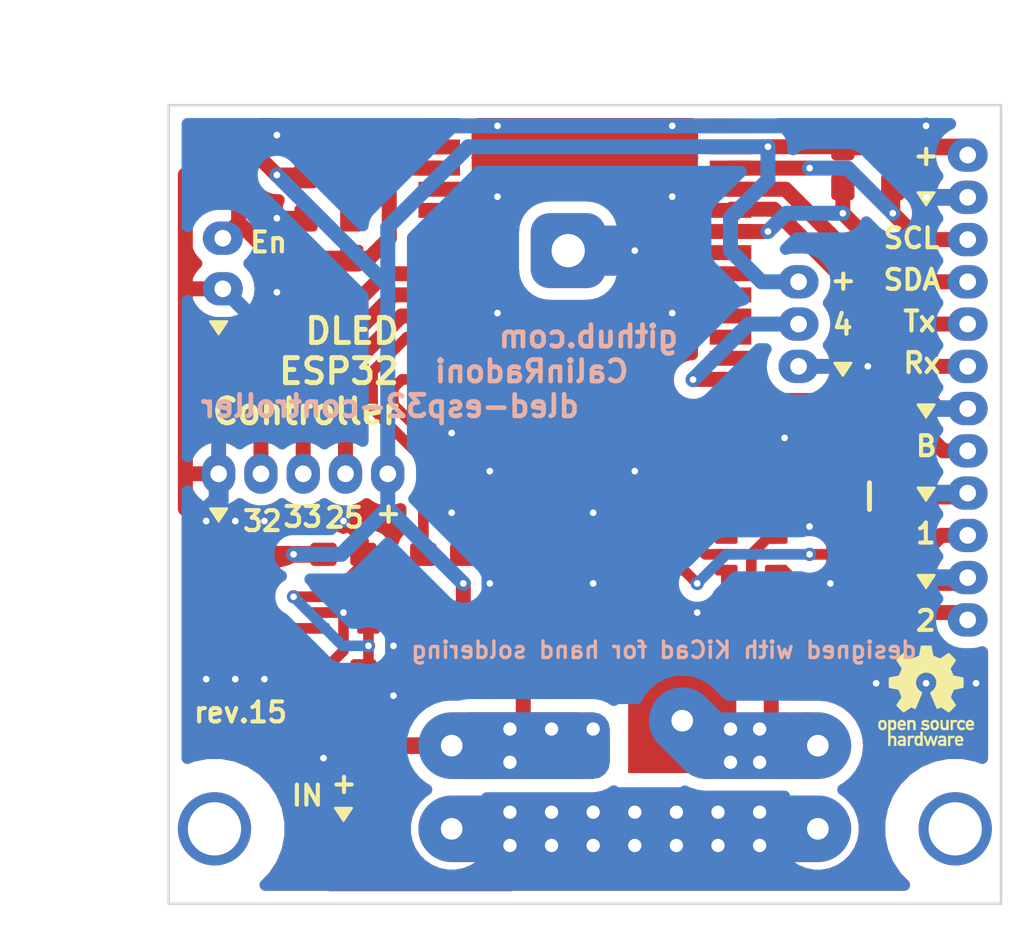
<source format=kicad_pcb>
(kicad_pcb (version 20171130) (host pcbnew 5.0.2+dfsg1-1~bpo9+1)

  (general
    (thickness 1.6)
    (drawings 35)
    (tracks 389)
    (zones 0)
    (modules 40)
    (nets 28)
  )

  (page A4)
  (layers
    (0 F.Cu signal)
    (31 B.Cu signal)
    (32 B.Adhes user)
    (33 F.Adhes user)
    (34 B.Paste user)
    (35 F.Paste user)
    (36 B.SilkS user)
    (37 F.SilkS user)
    (38 B.Mask user)
    (39 F.Mask user)
    (40 Dwgs.User user)
    (41 Cmts.User user)
    (42 Eco1.User user)
    (43 Eco2.User user)
    (44 Edge.Cuts user)
    (45 Margin user)
    (46 B.CrtYd user)
    (47 F.CrtYd user)
    (48 B.Fab user)
    (49 F.Fab user)
  )

  (setup
    (last_trace_width 0.35)
    (user_trace_width 0.35)
    (user_trace_width 0.6)
    (user_trace_width 0.64)
    (user_trace_width 0.9)
    (user_trace_width 1)
    (user_trace_width 1.2)
    (user_trace_width 2)
    (user_trace_width 4)
    (trace_clearance 0.3)
    (zone_clearance 0.7)
    (zone_45_only no)
    (trace_min 0.35)
    (segment_width 0.2)
    (edge_width 0.15)
    (via_size 0.8)
    (via_drill 0.4)
    (via_min_size 0.8)
    (via_min_drill 0.4)
    (user_via 0.8 0.4)
    (user_via 1 0.6)
    (user_via 1.2 0.8)
    (user_via 1.4 1)
    (user_via 1.6 1.2)
    (user_via 3.5 1.3)
    (uvia_size 0.3)
    (uvia_drill 0.1)
    (uvias_allowed no)
    (uvia_min_size 0.2)
    (uvia_min_drill 0.1)
    (pcb_text_width 0.3)
    (pcb_text_size 1.5 1.5)
    (mod_edge_width 0.15)
    (mod_text_size 1 1)
    (mod_text_width 0.15)
    (pad_size 3.5 3.5)
    (pad_drill 1.3)
    (pad_to_mask_clearance 0.08)
    (solder_mask_min_width 0.35)
    (aux_axis_origin 0 0)
    (visible_elements 7FFFFFFF)
    (pcbplotparams
      (layerselection 0x010f0_ffffffff)
      (usegerberextensions true)
      (usegerberattributes false)
      (usegerberadvancedattributes false)
      (creategerberjobfile false)
      (excludeedgelayer true)
      (linewidth 0.100000)
      (plotframeref false)
      (viasonmask false)
      (mode 1)
      (useauxorigin false)
      (hpglpennumber 1)
      (hpglpenspeed 20)
      (hpglpendiameter 15.000000)
      (psnegative false)
      (psa4output false)
      (plotreference false)
      (plotvalue false)
      (plotinvisibletext false)
      (padsonsilk true)
      (subtractmaskfromsilk false)
      (outputformat 1)
      (mirror false)
      (drillshape 0)
      (scaleselection 1)
      (outputdirectory "Fab/"))
  )

  (net 0 "")
  (net 1 GND)
  (net 2 /Reset)
  (net 3 +3V3)
  (net 4 /Boot)
  (net 5 +5VL)
  (net 6 "Net-(Q1-Pad1)")
  (net 7 "Net-(R6-Pad2)")
  (net 8 /extPwr)
  (net 9 +5V)
  (net 10 "Net-(Q2-PadG)")
  (net 11 /SPSW)
  (net 12 "Net-(D1-PadA)")
  (net 13 /SCL)
  (net 14 /SDA)
  (net 15 /U0TXD)
  (net 16 /U0RXD)
  (net 17 "Net-(R2-Pad2)")
  (net 18 "Net-(R5-Pad2)")
  (net 19 /LEDo2)
  (net 20 /LEDo1)
  (net 21 "Net-(R10-Pad2)")
  (net 22 /LEDc2)
  (net 23 /LEDc1)
  (net 24 /32)
  (net 25 /33)
  (net 26 /25)
  (net 27 /IO4)

  (net_class Default "This is the default net class."
    (clearance 0.3)
    (trace_width 0.35)
    (via_dia 0.8)
    (via_drill 0.4)
    (uvia_dia 0.3)
    (uvia_drill 0.1)
    (diff_pair_gap 0.35)
    (diff_pair_width 0.35)
    (add_net +3V3)
    (add_net +5V)
    (add_net +5VL)
    (add_net /25)
    (add_net /32)
    (add_net /33)
    (add_net /Boot)
    (add_net /IO4)
    (add_net /LEDc1)
    (add_net /LEDc2)
    (add_net /LEDo1)
    (add_net /LEDo2)
    (add_net /Reset)
    (add_net /SCL)
    (add_net /SDA)
    (add_net /SPSW)
    (add_net /U0RXD)
    (add_net /U0TXD)
    (add_net /extPwr)
    (add_net GND)
    (add_net "Net-(D1-PadA)")
    (add_net "Net-(Q1-Pad1)")
    (add_net "Net-(Q2-PadG)")
    (add_net "Net-(R10-Pad2)")
    (add_net "Net-(R2-Pad2)")
    (add_net "Net-(R5-Pad2)")
    (add_net "Net-(R6-Pad2)")
  )

  (module CalinConnectors:Pin_Header_Straight_1x03_Yellow (layer F.Cu) (tedit 5CA077F1) (tstamp 5C9C59C9)
    (at 73 77.86)
    (path /5C901D00)
    (fp_text reference J5 (at 0 -2.54) (layer F.Fab)
      (effects (font (size 1 1) (thickness 0.15)))
    )
    (fp_text value CS_3 (at 2.54 0 90) (layer F.Fab)
      (effects (font (size 1 1) (thickness 0.15)))
    )
    (fp_line (start -1.27 6.35) (end -1.27 -1.27) (layer F.Fab) (width 0.1))
    (fp_line (start 1.27 6.35) (end -1.27 6.35) (layer F.Fab) (width 0.1))
    (fp_line (start 1.27 -1.27) (end 1.27 6.35) (layer F.Fab) (width 0.1))
    (fp_line (start -1.27 -1.27) (end 1.27 -1.27) (layer F.Fab) (width 0.1))
    (pad 3 thru_hole oval (at 0 5.08) (size 2.4 2) (drill 1) (layers *.Cu *.Mask)
      (net 19 /LEDo2))
    (pad 2 thru_hole oval (at 0 2.54) (size 2.4 2) (drill 1) (layers *.Cu *.Mask)
      (net 1 GND))
    (pad 1 thru_hole oval (at 0 0) (size 2.4 2) (drill 1) (layers *.Cu *.Mask)
      (net 20 /LEDo1))
    (model /data/Projects/KiCad-Calin/CalinConnectors.pretty/PinHeader_1x03_P2.54mm_Vertical_Yellow.step
      (at (xyz 0 0 0))
      (scale (xyz 1 1 1))
      (rotate (xyz 0 0 0))
    )
  )

  (module CalinConnectors:Pin_Header_Straight_1x03_Cyan (layer F.Cu) (tedit 5CA0782E) (tstamp 5C8B5BAA)
    (at 73 65.16)
    (path /5C86638B)
    (fp_text reference J2 (at 0 -2.54) (layer F.Fab)
      (effects (font (size 1 1) (thickness 0.15)))
    )
    (fp_text value CS_3 (at 2.54 0 90) (layer F.Fab)
      (effects (font (size 1 1) (thickness 0.15)))
    )
    (fp_line (start -1.27 6.35) (end -1.27 -1.27) (layer F.Fab) (width 0.1))
    (fp_line (start 1.27 6.35) (end -1.27 6.35) (layer F.Fab) (width 0.1))
    (fp_line (start 1.27 -1.27) (end 1.27 6.35) (layer F.Fab) (width 0.1))
    (fp_line (start -1.27 -1.27) (end 1.27 -1.27) (layer F.Fab) (width 0.1))
    (pad 3 thru_hole oval (at 0 5.08) (size 2.4 2) (drill 1) (layers *.Cu *.Mask)
      (net 1 GND))
    (pad 2 thru_hole oval (at 0 2.54) (size 2.4 2) (drill 1) (layers *.Cu *.Mask)
      (net 16 /U0RXD))
    (pad 1 thru_hole oval (at 0 0) (size 2.4 2) (drill 1) (layers *.Cu *.Mask)
      (net 15 /U0TXD))
    (model /data/Projects/KiCad-Calin/CalinConnectors.pretty/PinHeader_1x03_P2.54mm_Vertical_Cyan.step
      (at (xyz 0 0 0))
      (scale (xyz 1 1 1))
      (rotate (xyz 0 0 0))
    )
  )

  (module CalinConnectors:DG301-5-2 (layer F.Cu) (tedit 5CC85889) (tstamp 5C9B7046)
    (at 64 93 90)
    (path /5C8AB43C)
    (fp_text reference J8 (at 0 1.8 90) (layer F.Fab)
      (effects (font (size 1 1) (thickness 0.15)))
    )
    (fp_text value CS_Pwr (at 0 -1.9 90) (layer F.Fab)
      (effects (font (size 1 1) (thickness 0.15)))
    )
    (fp_line (start 5 3.1) (end -5 3.1) (layer F.Fab) (width 0.15))
    (fp_line (start 5 -4.5) (end 5 3.1) (layer F.Fab) (width 0.15))
    (fp_line (start -5 -4.5) (end 5 -4.5) (layer F.Fab) (width 0.15))
    (fp_line (start -5 3.1) (end -5 -4.5) (layer F.Fab) (width 0.15))
    (fp_circle (center 2.5 -3.6) (end 2.9 -3.6) (layer F.Fab) (width 0.15))
    (fp_circle (center -2.5 -3.6) (end -2.1 -3.6) (layer F.Fab) (width 0.15))
    (fp_line (start 5 -2.8) (end -5 -2.8) (layer F.Fab) (width 0.15))
    (fp_line (start 5 2.5) (end -5 2.5) (layer F.Fab) (width 0.15))
    (pad 2 thru_hole circle (at 2.5 0 90) (size 3.5 3.5) (drill 1.3) (layers *.Cu *.Mask)
      (net 5 +5VL))
    (pad 1 thru_hole circle (at -2.5 0 90) (size 3.5 3.5) (drill 1.3) (layers *.Cu *.Mask)
      (net 1 GND))
    (model /data/Projects/KiCad-Calin/CalinConnectors.pretty/DGS301_2_Blue.step
      (at (xyz 0 0 0))
      (scale (xyz 1 1 1))
      (rotate (xyz 0 0 0))
    )
  )

  (module CalinConnectors:DG301-5-2 (layer F.Cu) (tedit 5CC85893) (tstamp 5C9B717E)
    (at 42 93 270)
    (path /5C89A7DD)
    (fp_text reference J9 (at 0 1.8 270) (layer F.Fab)
      (effects (font (size 1 1) (thickness 0.15)))
    )
    (fp_text value CS_Pwr (at 0 -1.9 270) (layer F.Fab)
      (effects (font (size 1 1) (thickness 0.15)))
    )
    (fp_line (start 5 3.1) (end -5 3.1) (layer F.Fab) (width 0.15))
    (fp_line (start 5 -4.5) (end 5 3.1) (layer F.Fab) (width 0.15))
    (fp_line (start -5 -4.5) (end 5 -4.5) (layer F.Fab) (width 0.15))
    (fp_line (start -5 3.1) (end -5 -4.5) (layer F.Fab) (width 0.15))
    (fp_circle (center 2.5 -3.6) (end 2.9 -3.6) (layer F.Fab) (width 0.15))
    (fp_circle (center -2.5 -3.6) (end -2.1 -3.6) (layer F.Fab) (width 0.15))
    (fp_line (start 5 -2.8) (end -5 -2.8) (layer F.Fab) (width 0.15))
    (fp_line (start 5 2.5) (end -5 2.5) (layer F.Fab) (width 0.15))
    (pad 2 thru_hole circle (at 2.5 0 270) (size 3.5 3.5) (drill 1.3) (layers *.Cu *.Mask)
      (net 1 GND))
    (pad 1 thru_hole circle (at -2.5 0 270) (size 3.5 3.5) (drill 1.3) (layers *.Cu *.Mask)
      (net 9 +5V))
    (model /data/Projects/KiCad-Calin/CalinConnectors.pretty/DGS301_2_Blue.step
      (at (xyz 0 0 0))
      (scale (xyz 1 1 1))
      (rotate (xyz 0 0 0))
    )
  )

  (module CalinConnectors:Pin_Header_Straight_1x05 (layer F.Cu) (tedit 5C994471) (tstamp 5CA6B0C0)
    (at 28 74.16 90)
    (path /5C9AC777)
    (fp_text reference J6 (at 0 -2.54 90) (layer F.Fab)
      (effects (font (size 1 1) (thickness 0.15)))
    )
    (fp_text value CS_5 (at 2.54 3.81 180) (layer F.Fab)
      (effects (font (size 1 1) (thickness 0.15)))
    )
    (fp_line (start -1.27 -1.27) (end 1.27 -1.27) (layer F.Fab) (width 0.1))
    (fp_line (start 1.27 -1.27) (end 1.27 11.43) (layer F.Fab) (width 0.1))
    (fp_line (start 1.27 11.43) (end -1.27 11.43) (layer F.Fab) (width 0.1))
    (fp_line (start -1.27 11.43) (end -1.27 -1.27) (layer F.Fab) (width 0.1))
    (pad 1 thru_hole oval (at 0 0 90) (size 2.4 2) (drill 1) (layers *.Cu *.Mask)
      (net 1 GND) (zone_connect 0))
    (pad 2 thru_hole oval (at 0 2.54 90) (size 2.4 2) (drill 1) (layers *.Cu *.Mask)
      (net 24 /32))
    (pad 3 thru_hole oval (at 0 5.08 90) (size 2.4 2) (drill 1) (layers *.Cu *.Mask)
      (net 25 /33))
    (pad 4 thru_hole oval (at 0 7.62 90) (size 2.4 2) (drill 1) (layers *.Cu *.Mask)
      (net 26 /25))
    (pad 5 thru_hole oval (at 0 10.16 90) (size 2.4 2) (drill 1) (layers *.Cu *.Mask)
      (net 3 +3V3))
    (model ${KISYS3DMOD}/Connector_PinHeader_2.54mm.3dshapes/PinHeader_1x05_P2.54mm_Vertical.step
      (at (xyz 0 0 0))
      (scale (xyz 1 1 1))
      (rotate (xyz 0 0 0))
    )
  )

  (module CalinGeneric:C0805HS (layer F.Cu) (tedit 5C321E50) (tstamp 5C84CB1C)
    (at 66.5 72)
    (path /5B37F59B)
    (attr smd)
    (fp_text reference C4 (at 0 2) (layer F.Fab)
      (effects (font (size 1 1) (thickness 0.15)))
    )
    (fp_text value 100nF-NC (at 0 -2) (layer F.Fab)
      (effects (font (size 1 1) (thickness 0.15)))
    )
    (pad 2 smd roundrect (at 1.2 0) (size 1.6 1.4) (layers F.Cu F.Paste F.Mask) (roundrect_rratio 0.1785)
      (net 1 GND))
    (pad 1 smd roundrect (at -1.2 0) (size 1.6 1.4) (layers F.Cu F.Paste F.Mask) (roundrect_rratio 0.1785)
      (net 4 /Boot))
    (model ${KISYS3DMOD}/Capacitor_SMD.3dshapes/C_0805_2012Metric.step
      (at (xyz 0 0 0))
      (scale (xyz 1 1 1))
      (rotate (xyz 0 0 0))
    )
  )

  (module CalinGeneric:R0805HS (layer F.Cu) (tedit 5C321E79) (tstamp 5C9B719D)
    (at 41.5 86 180)
    (path /5C88E59D)
    (attr smd)
    (fp_text reference R7 (at 0 2 180) (layer F.Fab)
      (effects (font (size 1 1) (thickness 0.15)))
    )
    (fp_text value "100k 1%" (at 0 -2 180) (layer F.Fab)
      (effects (font (size 1 1) (thickness 0.15)))
    )
    (pad 2 smd roundrect (at 1.2 0 180) (size 1.6 1.4) (layers F.Cu F.Paste F.Mask) (roundrect_rratio 0.1785)
      (net 7 "Net-(R6-Pad2)"))
    (pad 1 smd roundrect (at -1.2 0 180) (size 1.6 1.4) (layers F.Cu F.Paste F.Mask) (roundrect_rratio 0.1785)
      (net 1 GND))
    (model ${KISYS3DMOD}/Resistor_SMD.3dshapes/R_0805_2012Metric.step
      (at (xyz 0 0 0))
      (scale (xyz 1 1 1))
      (rotate (xyz 0 0 0))
    )
  )

  (module CalinGeneric:R0805HS (layer F.Cu) (tedit 5C321E79) (tstamp 5C9B9489)
    (at 66.5 79 180)
    (path /5B395EDC)
    (attr smd)
    (fp_text reference R5 (at 0 2 180) (layer F.Fab)
      (effects (font (size 1 1) (thickness 0.15)))
    )
    (fp_text value 330 (at 0 -2 180) (layer F.Fab)
      (effects (font (size 1 1) (thickness 0.15)))
    )
    (pad 2 smd roundrect (at 1.2 0 180) (size 1.6 1.4) (layers F.Cu F.Paste F.Mask) (roundrect_rratio 0.1785)
      (net 18 "Net-(R5-Pad2)"))
    (pad 1 smd roundrect (at -1.2 0 180) (size 1.6 1.4) (layers F.Cu F.Paste F.Mask) (roundrect_rratio 0.1785)
      (net 20 /LEDo1))
    (model ${KISYS3DMOD}/Resistor_SMD.3dshapes/R_0805_2012Metric.step
      (at (xyz 0 0 0))
      (scale (xyz 1 1 1))
      (rotate (xyz 0 0 0))
    )
  )

  (module CalinGeneric:C0805HS (layer F.Cu) (tedit 5C321E50) (tstamp 5C9C83C4)
    (at 53.5 82.5 180)
    (path /5B396140)
    (attr smd)
    (fp_text reference C5 (at 0 2 180) (layer F.Fab)
      (effects (font (size 1 1) (thickness 0.15)))
    )
    (fp_text value 100nF (at 0 -2 180) (layer F.Fab)
      (effects (font (size 1 1) (thickness 0.15)))
    )
    (pad 2 smd roundrect (at 1.2 0 180) (size 1.6 1.4) (layers F.Cu F.Paste F.Mask) (roundrect_rratio 0.1785)
      (net 1 GND))
    (pad 1 smd roundrect (at -1.2 0 180) (size 1.6 1.4) (layers F.Cu F.Paste F.Mask) (roundrect_rratio 0.1785)
      (net 5 +5VL))
    (model ${KISYS3DMOD}/Capacitor_SMD.3dshapes/C_0805_2012Metric.step
      (at (xyz 0 0 0))
      (scale (xyz 1 1 1))
      (rotate (xyz 0 0 0))
    )
  )

  (module CalinGeneric:ESP-WROOM-32-HandSolder (layer F.Cu) (tedit 5C914680) (tstamp 5C2BB843)
    (at 50 61.5)
    (tags "ESP, WROOM-32, WROOM-32D, WROOM-32U")
    (path /59D55783)
    (fp_text reference U1 (at -5.5 -12.245) (layer F.Fab)
      (effects (font (size 1 1) (thickness 0.15)))
    )
    (fp_text value ESP-WROOM-32 (at 0 -10.745 180) (layer F.Fab)
      (effects (font (size 1 1) (thickness 0.15)))
    )
    (fp_line (start -9 -15.745) (end -9 9.755) (layer F.Fab) (width 0.15))
    (fp_line (start 9 -15.745) (end -9 -15.745) (layer F.Fab) (width 0.15))
    (fp_line (start 9 9.755) (end 9 -15.745) (layer F.Fab) (width 0.15))
    (fp_line (start -9 9.755) (end 9 9.755) (layer F.Fab) (width 0.15))
    (fp_line (start -9 -9.445) (end 9 -9.445) (layer F.Fab) (width 0.15))
    (fp_line (start 4.8 -14.245) (end 4.8 -10.245) (layer F.Fab) (width 0.3))
    (fp_line (start 2.4 -14.245) (end 7.2 -14.245) (layer F.Fab) (width 0.3))
    (fp_line (start 2.4 -12.245) (end 2.4 -14.245) (layer F.Fab) (width 0.3))
    (fp_line (start 0 -12.245) (end 2.4 -12.245) (layer F.Fab) (width 0.3))
    (fp_line (start 0 -14.245) (end 0 -12.245) (layer F.Fab) (width 0.3))
    (fp_line (start -2.4 -14.245) (end 0 -14.245) (layer F.Fab) (width 0.3))
    (fp_line (start -2.4 -12.245) (end -2.4 -14.245) (layer F.Fab) (width 0.3))
    (fp_line (start -4.8 -12.245) (end -2.4 -12.245) (layer F.Fab) (width 0.3))
    (fp_line (start -4.8 -14.245) (end -4.8 -12.245) (layer F.Fab) (width 0.3))
    (fp_line (start -7.2 -14.245) (end -4.8 -14.245) (layer F.Fab) (width 0.3))
    (fp_line (start -7.2 -11.245) (end -7.2 -14.245) (layer F.Fab) (width 0.3))
    (fp_line (start 7.2 -14.245) (end 7.2 -10.245) (layer F.Fab) (width 0.3))
    (fp_line (start -3.5 -3.255) (end -3.5 1.745) (layer F.Fab) (width 0.1))
    (fp_line (start 1.5 -3.255) (end 1.5 1.745) (layer F.Fab) (width 0.1))
    (fp_line (start -3.5 -3.255) (end 1.5 -3.255) (layer F.Fab) (width 0.1))
    (fp_line (start 1.5 1.745) (end -3.5 1.745) (layer F.Fab) (width 0.1))
    (pad 38 smd rect (at 8.75 -8.255) (size 2.5 0.9) (layers F.Cu F.Paste F.Mask)
      (net 1 GND))
    (pad 37 smd rect (at 8.75 -6.985) (size 2.5 0.9) (layers F.Cu F.Paste F.Mask))
    (pad 36 smd rect (at 8.75 -5.715) (size 2.5 0.9) (layers F.Cu F.Paste F.Mask)
      (net 13 /SCL))
    (pad 35 smd rect (at 8.75 -4.445) (size 2.5 0.9) (layers F.Cu F.Paste F.Mask)
      (net 15 /U0TXD))
    (pad 34 smd rect (at 8.75 -3.175) (size 2.5 0.9) (layers F.Cu F.Paste F.Mask)
      (net 16 /U0RXD))
    (pad 33 smd rect (at 8.75 -1.905) (size 2.5 0.9) (layers F.Cu F.Paste F.Mask)
      (net 14 /SDA))
    (pad 32 smd rect (at 8.75 -0.635) (size 2.5 0.9) (layers F.Cu F.Paste F.Mask))
    (pad 31 smd rect (at 8.75 0.635) (size 2.5 0.9) (layers F.Cu F.Paste F.Mask))
    (pad 30 smd rect (at 8.75 1.905) (size 2.5 0.9) (layers F.Cu F.Paste F.Mask))
    (pad 29 smd rect (at 8.75 3.175) (size 2.5 0.9) (layers F.Cu F.Paste F.Mask))
    (pad 28 smd rect (at 8.75 4.445) (size 2.5 0.9) (layers F.Cu F.Paste F.Mask))
    (pad 27 smd rect (at 8.75 5.715) (size 2.5 0.9) (layers F.Cu F.Paste F.Mask))
    (pad 26 smd rect (at 8.75 6.985) (size 2.5 0.9) (layers F.Cu F.Paste F.Mask)
      (net 27 /IO4))
    (pad 25 smd rect (at 8.75 8.255) (size 2.5 0.9) (layers F.Cu F.Paste F.Mask)
      (net 4 /Boot))
    (pad 24 smd rect (at 5.72 9.505 90) (size 2.5 0.9) (layers F.Cu F.Paste F.Mask)
      (net 17 "Net-(R2-Pad2)"))
    (pad 23 smd rect (at 4.45 9.505 90) (size 2.5 0.9) (layers F.Cu F.Paste F.Mask))
    (pad 22 smd rect (at 3.18 9.505 90) (size 2.5 0.9) (layers F.Cu F.Paste F.Mask))
    (pad 21 smd rect (at 1.91 9.505 90) (size 2.5 0.9) (layers F.Cu F.Paste F.Mask))
    (pad 20 smd rect (at 0.64 9.505 90) (size 2.5 0.9) (layers F.Cu F.Paste F.Mask))
    (pad 19 smd rect (at -0.63 9.505 90) (size 2.5 0.9) (layers F.Cu F.Paste F.Mask))
    (pad 18 smd rect (at -1.9 9.505 90) (size 2.5 0.9) (layers F.Cu F.Paste F.Mask))
    (pad 17 smd rect (at -3.17 9.505 90) (size 2.5 0.9) (layers F.Cu F.Paste F.Mask))
    (pad 16 smd rect (at -4.44 9.505 90) (size 2.5 0.9) (layers F.Cu F.Paste F.Mask)
      (net 22 /LEDc2))
    (pad 15 smd rect (at -5.71 9.505 90) (size 2.5 0.9) (layers F.Cu F.Paste F.Mask)
      (net 1 GND))
    (pad 14 smd rect (at -8.75 8.255) (size 2.5 0.9) (layers F.Cu F.Paste F.Mask))
    (pad 13 smd rect (at -8.75 6.985) (size 2.5 0.9) (layers F.Cu F.Paste F.Mask)
      (net 23 /LEDc1))
    (pad 12 smd rect (at -8.75 5.715) (size 2.5 0.9) (layers F.Cu F.Paste F.Mask))
    (pad 11 smd rect (at -8.75 4.445) (size 2.5 0.9) (layers F.Cu F.Paste F.Mask)
      (net 8 /extPwr))
    (pad 10 smd rect (at -8.75 3.175) (size 2.5 0.9) (layers F.Cu F.Paste F.Mask)
      (net 26 /25))
    (pad 9 smd rect (at -8.75 1.905) (size 2.5 0.9) (layers F.Cu F.Paste F.Mask)
      (net 25 /33))
    (pad 8 smd rect (at -8.75 0.635) (size 2.5 0.9) (layers F.Cu F.Paste F.Mask)
      (net 24 /32))
    (pad 7 smd rect (at -8.75 -0.635) (size 2.5 0.9) (layers F.Cu F.Paste F.Mask))
    (pad 6 smd rect (at -8.75 -1.905) (size 2.5 0.9) (layers F.Cu F.Paste F.Mask))
    (pad 5 smd rect (at -8.75 -3.175) (size 2.5 0.9) (layers F.Cu F.Paste F.Mask))
    (pad 4 smd rect (at -8.75 -4.445) (size 2.5 0.9) (layers F.Cu F.Paste F.Mask))
    (pad 3 smd rect (at -8.75 -5.715) (size 2.5 0.9) (layers F.Cu F.Paste F.Mask)
      (net 2 /Reset))
    (pad 2 smd rect (at -8.75 -6.985) (size 2.5 0.9) (layers F.Cu F.Paste F.Mask)
      (net 3 +3V3))
    (pad 1 smd rect (at -8.75 -8.255) (size 2.5 0.9) (layers F.Cu F.Paste F.Mask)
      (net 1 GND))
    (pad 39 thru_hole roundrect (at -1 -0.755) (size 4.5 4.5) (drill 2) (layers *.Cu *.Mask) (roundrect_rratio 0.25)
      (net 1 GND) (zone_connect 0))
    (model ${KISYS3DMOD}/RF_Module.3dshapes/ESP32-WROOM-32.wrl
      (at (xyz 0 0 0))
      (scale (xyz 1 1 1))
      (rotate (xyz 0 0 0))
    )
  )

  (module CalinGeneric:C0805HS (layer F.Cu) (tedit 5C321E50) (tstamp 5C9B7065)
    (at 35.5 89 180)
    (path /5C0ACF90)
    (attr smd)
    (fp_text reference C6 (at 0 2 180) (layer F.Fab)
      (effects (font (size 1 1) (thickness 0.15)))
    )
    (fp_text value 100nF (at 0 -2 180) (layer F.Fab)
      (effects (font (size 1 1) (thickness 0.15)))
    )
    (pad 2 smd roundrect (at 1.2 0 180) (size 1.6 1.4) (layers F.Cu F.Paste F.Mask) (roundrect_rratio 0.1785)
      (net 1 GND))
    (pad 1 smd roundrect (at -1.2 0 180) (size 1.6 1.4) (layers F.Cu F.Paste F.Mask) (roundrect_rratio 0.1785)
      (net 9 +5V))
    (model ${KISYS3DMOD}/Capacitor_SMD.3dshapes/C_0805_2012Metric.step
      (at (xyz 0 0 0))
      (scale (xyz 1 1 1))
      (rotate (xyz 0 0 0))
    )
  )

  (module CalinGeneric:SOT-23-5-HS (layer F.Cu) (tedit 5C8EAB6F) (tstamp 5C9B7095)
    (at 35.5 82.5)
    (path /5C88DF8D)
    (attr smd)
    (fp_text reference U3 (at 0 2.25) (layer F.Fab)
      (effects (font (size 1 1) (thickness 0.15)))
    )
    (fp_text value TLV62569DBV (at 0 -2) (layer F.Fab)
      (effects (font (size 1 1) (thickness 0.15)))
    )
    (pad 5 smd roundrect (at 1.5 -0.95) (size 1.36 0.64) (layers F.Cu F.Paste F.Mask) (roundrect_rratio 0.2)
      (net 7 "Net-(R6-Pad2)"))
    (pad 4 smd roundrect (at 1.5 0.95) (size 1.36 0.64) (layers F.Cu F.Paste F.Mask) (roundrect_rratio 0.2)
      (net 9 +5V))
    (pad 3 smd roundrect (at -1.5 0.95) (size 1.36 0.64) (layers F.Cu F.Paste F.Mask) (roundrect_rratio 0.2)
      (net 11 /SPSW))
    (pad 2 smd roundrect (at -1.5 0) (size 1.36 0.64) (layers F.Cu F.Paste F.Mask) (roundrect_rratio 0.2)
      (net 1 GND))
    (pad 1 smd roundrect (at -1.5 -0.95) (size 1.36 0.64) (layers F.Cu F.Paste F.Mask) (roundrect_rratio 0.2)
      (net 9 +5V))
    (model ${KISYS3DMOD}/Package_TO_SOT_SMD.3dshapes/SOT-23-5.step
      (at (xyz 0 0 0))
      (scale (xyz 1 1 1))
      (rotate (xyz 0 0 0))
    )
  )

  (module CalinGeneric:C0805HS (layer F.Cu) (tedit 5C321E50) (tstamp 5C9B710A)
    (at 35.5 86 180)
    (path /5B38A59D)
    (attr smd)
    (fp_text reference C7 (at 0 2 180) (layer F.Fab)
      (effects (font (size 1 1) (thickness 0.15)))
    )
    (fp_text value 10uF/10V/1mOhm (at 0 -2 180) (layer F.Fab)
      (effects (font (size 1 1) (thickness 0.15)))
    )
    (pad 2 smd roundrect (at 1.2 0 180) (size 1.6 1.4) (layers F.Cu F.Paste F.Mask) (roundrect_rratio 0.1785)
      (net 1 GND))
    (pad 1 smd roundrect (at -1.2 0 180) (size 1.6 1.4) (layers F.Cu F.Paste F.Mask) (roundrect_rratio 0.1785)
      (net 9 +5V))
    (model ${KISYS3DMOD}/Capacitor_SMD.3dshapes/C_0805_2012Metric.step
      (at (xyz 0 0 0))
      (scale (xyz 1 1 1))
      (rotate (xyz 0 0 0))
    )
  )

  (module CalinGeneric:C0805HS (layer F.Cu) (tedit 5C321E50) (tstamp 5C9D903E)
    (at 33.25 60 90)
    (path /5B37F25F)
    (attr smd)
    (fp_text reference C1 (at 0 2 90) (layer F.Fab)
      (effects (font (size 1 1) (thickness 0.15)))
    )
    (fp_text value 100nF (at 0 -2 90) (layer F.Fab)
      (effects (font (size 1 1) (thickness 0.15)))
    )
    (pad 2 smd roundrect (at 1.2 0 90) (size 1.6 1.4) (layers F.Cu F.Paste F.Mask) (roundrect_rratio 0.1785)
      (net 1 GND))
    (pad 1 smd roundrect (at -1.2 0 90) (size 1.6 1.4) (layers F.Cu F.Paste F.Mask) (roundrect_rratio 0.1785)
      (net 2 /Reset))
    (model ${KISYS3DMOD}/Capacitor_SMD.3dshapes/C_0805_2012Metric.step
      (at (xyz 0 0 0))
      (scale (xyz 1 1 1))
      (rotate (xyz 0 0 0))
    )
  )

  (module CalinGeneric:C0805HS (layer F.Cu) (tedit 5C321E50) (tstamp 5C2BB757)
    (at 36 55 90)
    (path /5B37F1B6)
    (attr smd)
    (fp_text reference C2 (at 0 2 90) (layer F.Fab)
      (effects (font (size 1 1) (thickness 0.15)))
    )
    (fp_text value 100nF (at 0 -2 90) (layer F.Fab)
      (effects (font (size 1 1) (thickness 0.15)))
    )
    (pad 2 smd roundrect (at 1.2 0 90) (size 1.6 1.4) (layers F.Cu F.Paste F.Mask) (roundrect_rratio 0.1785)
      (net 1 GND))
    (pad 1 smd roundrect (at -1.2 0 90) (size 1.6 1.4) (layers F.Cu F.Paste F.Mask) (roundrect_rratio 0.1785)
      (net 3 +3V3))
    (model ${KISYS3DMOD}/Capacitor_SMD.3dshapes/C_0805_2012Metric.step
      (at (xyz 0 0 0))
      (scale (xyz 1 1 1))
      (rotate (xyz 0 0 0))
    )
  )

  (module CalinGeneric:C0805HS (layer F.Cu) (tedit 5C321E50) (tstamp 5CD1872B)
    (at 33.25 55 90)
    (path /5B37F1EF)
    (attr smd)
    (fp_text reference C3 (at -2.75 -0.75 90) (layer F.Fab)
      (effects (font (size 1 1) (thickness 0.15)))
    )
    (fp_text value 10uF (at 0 -2 90) (layer F.Fab)
      (effects (font (size 1 1) (thickness 0.15)))
    )
    (pad 2 smd roundrect (at 1.2 0 90) (size 1.6 1.4) (layers F.Cu F.Paste F.Mask) (roundrect_rratio 0.1785)
      (net 1 GND))
    (pad 1 smd roundrect (at -1.2 0 90) (size 1.6 1.4) (layers F.Cu F.Paste F.Mask) (roundrect_rratio 0.1785)
      (net 3 +3V3))
    (model ${KISYS3DMOD}/Capacitor_SMD.3dshapes/C_0805_2012Metric.step
      (at (xyz 0 0 0))
      (scale (xyz 1 1 1))
      (rotate (xyz 0 0 0))
    )
  )

  (module CalinGeneric:C0805HS (layer F.Cu) (tedit 5C8433C5) (tstamp 5C9B7083)
    (at 35.5 79)
    (path /5B38A61E)
    (attr smd)
    (fp_text reference C8 (at 0 2) (layer F.Fab)
      (effects (font (size 1 1) (thickness 0.15)))
    )
    (fp_text value 22uF/6.3V/1mOhm (at 0 -2) (layer F.Fab)
      (effects (font (size 1 1) (thickness 0.15)))
    )
    (pad 2 smd roundrect (at 1.2 0) (size 1.6 1.4) (layers F.Cu F.Paste F.Mask) (roundrect_rratio 0.1785)
      (net 1 GND))
    (pad 1 smd roundrect (at -1.2 0) (size 1.6 1.4) (layers F.Cu F.Paste F.Mask) (roundrect_rratio 0.1785)
      (net 3 +3V3))
    (model ${KISYS3DMOD}/Capacitor_SMD.3dshapes/C_0805_2012Metric.step
      (at (xyz 0 0 0))
      (scale (xyz 1 1 1))
      (rotate (xyz 0 0 0))
    )
  )

  (module CalinGeneric:HoleNPT-M3 (layer F.Cu) (tedit 5C91450E) (tstamp 5C9B702B)
    (at 27.75 95.5)
    (path /5C169D3F)
    (fp_text reference H1 (at 0 0.5) (layer F.Fab) hide
      (effects (font (size 1 1) (thickness 0.15)))
    )
    (fp_text value Hole (at 0 -0.5) (layer F.Fab) hide
      (effects (font (size 1 1) (thickness 0.15)))
    )
    (pad "" np_thru_hole circle (at 0 0) (size 4.4 4.4) (drill 3.2) (layers *.Cu *.Mask)
      (clearance 2))
  )

  (module CalinGeneric:HoleNPT-M3 (layer F.Cu) (tedit 5C914523) (tstamp 5C9B701F)
    (at 72.25 95.5)
    (path /5C169F65)
    (fp_text reference H2 (at 0 0.5) (layer F.Fab) hide
      (effects (font (size 1 1) (thickness 0.15)))
    )
    (fp_text value Hole (at 0 -0.5) (layer F.Fab) hide
      (effects (font (size 1 1) (thickness 0.15)))
    )
    (pad "" np_thru_hole circle (at 0 0) (size 4.4 4.4) (drill 3.2) (layers *.Cu *.Mask)
      (clearance 2))
  )

  (module CalinOLD:TO-252 (layer F.Cu) (tedit 5C117D85) (tstamp 5C9B70CA)
    (at 53.5 89 270)
    (path /5C0D5DC9)
    (fp_text reference Q1 (at -4 0) (layer F.Fab)
      (effects (font (size 1 1) (thickness 0.15)))
    )
    (fp_text value STD46P4LLF6 (at 4.1 0) (layer F.Fab)
      (effects (font (size 1 1) (thickness 0.15)))
    )
    (fp_line (start -2.7 -4.2) (end 2.7 -4.2) (layer F.Fab) (width 0.15))
    (fp_line (start 2.7 -4.2) (end 2.7 -3.4) (layer F.Fab) (width 0.15))
    (fp_line (start -2.7 -4.2) (end -2.7 -3.4) (layer F.Fab) (width 0.15))
    (fp_line (start -3.3 -3.4) (end -3.3 2.7) (layer F.Fab) (width 0.15))
    (fp_line (start 3.3 -3.4) (end -3.3 -3.4) (layer F.Fab) (width 0.15))
    (fp_line (start 3.3 2.7) (end 3.3 -3.4) (layer F.Fab) (width 0.15))
    (fp_line (start -3.3 2.7) (end 3.3 2.7) (layer F.Fab) (width 0.15))
    (fp_line (start -2.75 5.6) (end -2.75 2.8) (layer F.Fab) (width 0.15))
    (fp_line (start -1.85 5.6) (end -2.75 5.6) (layer F.Fab) (width 0.15))
    (fp_line (start -1.85 2.8) (end -1.85 5.6) (layer F.Fab) (width 0.15))
    (fp_line (start 2.75 2.8) (end 2.75 5.6) (layer F.Fab) (width 0.15))
    (fp_line (start 1.85 5.6) (end 1.85 2.8) (layer F.Fab) (width 0.15))
    (fp_line (start 1.85 5.6) (end 2.75 5.6) (layer F.Fab) (width 0.15))
    (pad 3 smd rect (at 2.3 4.4 270) (size 1.7 3.4) (layers F.Cu F.Paste F.Mask)
      (net 9 +5V))
    (pad 2 smd rect (at 0 -2.35 270) (size 6.3 6.5) (layers F.Cu F.Paste F.Mask)
      (net 5 +5VL))
    (pad 1 smd rect (at -2.3 4.4 270) (size 1.7 3.4) (layers F.Cu F.Paste F.Mask)
      (net 6 "Net-(Q1-Pad1)"))
    (model ${KISYS3DMOD}/Package_TO_SOT_SMD.3dshapes/TO-252-2.step
      (at (xyz 0 0 0))
      (scale (xyz 1 1 1))
      (rotate (xyz 0 0 -90))
    )
  )

  (module CalinGeneric:SOT-23-GSD-HS (layer F.Cu) (tedit 5C2881BD) (tstamp 5C9B70F6)
    (at 47.5 79)
    (path /5C0ADB08)
    (attr smd)
    (fp_text reference Q2 (at 0 2.25) (layer F.Fab)
      (effects (font (size 1 1) (thickness 0.15)))
    )
    (fp_text value IRLML2502 (at 0 -2.25) (layer F.Fab)
      (effects (font (size 1 1) (thickness 0.15)))
    )
    (pad D smd roundrect (at 1.2 0) (size 1.4 1) (layers F.Cu F.Paste F.Mask) (roundrect_rratio 0.2)
      (net 6 "Net-(Q1-Pad1)"))
    (pad S smd roundrect (at -1.2 0.95) (size 1.4 1) (layers F.Cu F.Paste F.Mask) (roundrect_rratio 0.2)
      (net 1 GND))
    (pad G smd roundrect (at -1.2 -0.95) (size 1.4 1) (layers F.Cu F.Paste F.Mask) (roundrect_rratio 0.2)
      (net 10 "Net-(Q2-PadG)"))
    (model ${KISYS3DMOD}/Package_TO_SOT_SMD.3dshapes/SOT-23.step
      (at (xyz 0 0 0))
      (scale (xyz 1 1 1))
      (rotate (xyz 0 0 0))
    )
  )

  (module CalinGeneric:R0805HS (layer F.Cu) (tedit 5C321E79) (tstamp 5C9161EC)
    (at 36 60 270)
    (path /5B37F0CB)
    (attr smd)
    (fp_text reference R1 (at 0 2 270) (layer F.Fab)
      (effects (font (size 1 1) (thickness 0.15)))
    )
    (fp_text value 10k (at 0 -2 270) (layer F.Fab)
      (effects (font (size 1 1) (thickness 0.15)))
    )
    (pad 2 smd roundrect (at 1.2 0 270) (size 1.6 1.4) (layers F.Cu F.Paste F.Mask) (roundrect_rratio 0.1785)
      (net 2 /Reset))
    (pad 1 smd roundrect (at -1.2 0 270) (size 1.6 1.4) (layers F.Cu F.Paste F.Mask) (roundrect_rratio 0.1785)
      (net 3 +3V3))
    (model ${KISYS3DMOD}/Resistor_SMD.3dshapes/R_0805_2012Metric.step
      (at (xyz 0 0 0))
      (scale (xyz 1 1 1))
      (rotate (xyz 0 0 0))
    )
  )

  (module CalinGeneric:R0805HS (layer F.Cu) (tedit 5C321E79) (tstamp 5C84CD46)
    (at 68.5 55.715 90)
    (path /5C817FDD)
    (attr smd)
    (fp_text reference R4 (at 0 2 90) (layer F.Fab)
      (effects (font (size 1 1) (thickness 0.15)))
    )
    (fp_text value 2k2 (at 0 -2 90) (layer F.Fab)
      (effects (font (size 1 1) (thickness 0.15)))
    )
    (pad 2 smd roundrect (at 1.2 0 90) (size 1.6 1.4) (layers F.Cu F.Paste F.Mask) (roundrect_rratio 0.1785)
      (net 3 +3V3))
    (pad 1 smd roundrect (at -1.2 0 90) (size 1.6 1.4) (layers F.Cu F.Paste F.Mask) (roundrect_rratio 0.1785)
      (net 13 /SCL))
    (model ${KISYS3DMOD}/Resistor_SMD.3dshapes/R_0805_2012Metric.step
      (at (xyz 0 0 0))
      (scale (xyz 1 1 1))
      (rotate (xyz 0 0 0))
    )
  )

  (module CalinGeneric:R0805HS (layer F.Cu) (tedit 5C321E79) (tstamp 5C9B7074)
    (at 41.5 82.5 180)
    (path /5C88E708)
    (attr smd)
    (fp_text reference R6 (at 0 2 180) (layer F.Fab)
      (effects (font (size 1 1) (thickness 0.15)))
    )
    (fp_text value "442k 1%" (at 0 -2 180) (layer F.Fab)
      (effects (font (size 1 1) (thickness 0.15)))
    )
    (pad 2 smd roundrect (at 1.2 0 180) (size 1.6 1.4) (layers F.Cu F.Paste F.Mask) (roundrect_rratio 0.1785)
      (net 7 "Net-(R6-Pad2)"))
    (pad 1 smd roundrect (at -1.2 0 180) (size 1.6 1.4) (layers F.Cu F.Paste F.Mask) (roundrect_rratio 0.1785)
      (net 3 +3V3))
    (model ${KISYS3DMOD}/Resistor_SMD.3dshapes/R_0805_2012Metric.step
      (at (xyz 0 0 0))
      (scale (xyz 1 1 1))
      (rotate (xyz 0 0 0))
    )
  )

  (module CalinGeneric:R0805HS (layer F.Cu) (tedit 5C321E79) (tstamp 5C2BEED7)
    (at 47.5 82.5)
    (path /5C0AD7E0)
    (attr smd)
    (fp_text reference R8 (at 0 2) (layer F.Fab)
      (effects (font (size 1 1) (thickness 0.15)))
    )
    (fp_text value 10k (at 0 -2) (layer F.Fab)
      (effects (font (size 1 1) (thickness 0.15)))
    )
    (pad 2 smd roundrect (at 1.2 0) (size 1.6 1.4) (layers F.Cu F.Paste F.Mask) (roundrect_rratio 0.1785)
      (net 6 "Net-(Q1-Pad1)"))
    (pad 1 smd roundrect (at -1.2 0) (size 1.6 1.4) (layers F.Cu F.Paste F.Mask) (roundrect_rratio 0.1785)
      (net 9 +5V))
    (model ${KISYS3DMOD}/Resistor_SMD.3dshapes/R_0805_2012Metric.step
      (at (xyz 0 0 0))
      (scale (xyz 1 1 1))
      (rotate (xyz 0 0 0))
    )
  )

  (module Symbol:OSHW-Logo_5.7x6mm_SilkScreen (layer F.Cu) (tedit 0) (tstamp 5C9CD3B9)
    (at 70.5 87.5)
    (descr "Open Source Hardware Logo")
    (tags "Logo OSHW")
    (path /5C356414)
    (attr virtual)
    (fp_text reference SYM1 (at 0 0) (layer F.SilkS) hide
      (effects (font (size 1 1) (thickness 0.15)))
    )
    (fp_text value "Open Source Hardware" (at 0.75 0) (layer F.Fab) hide
      (effects (font (size 1 1) (thickness 0.15)))
    )
    (fp_poly (pts (xy -1.908759 1.469184) (xy -1.882247 1.482282) (xy -1.849553 1.505106) (xy -1.825725 1.529996)
      (xy -1.809406 1.561249) (xy -1.79924 1.603166) (xy -1.793872 1.660044) (xy -1.791944 1.736184)
      (xy -1.791831 1.768917) (xy -1.792161 1.840656) (xy -1.793527 1.891927) (xy -1.7965 1.927404)
      (xy -1.801649 1.951763) (xy -1.809543 1.96968) (xy -1.817757 1.981902) (xy -1.870187 2.033905)
      (xy -1.93193 2.065184) (xy -1.998536 2.074592) (xy -2.065558 2.06098) (xy -2.086792 2.051354)
      (xy -2.137624 2.024859) (xy -2.137624 2.440052) (xy -2.100525 2.420868) (xy -2.051643 2.406025)
      (xy -1.991561 2.402222) (xy -1.931564 2.409243) (xy -1.886256 2.425013) (xy -1.848675 2.455047)
      (xy -1.816564 2.498024) (xy -1.81415 2.502436) (xy -1.803967 2.523221) (xy -1.79653 2.54417)
      (xy -1.791411 2.569548) (xy -1.788181 2.603618) (xy -1.786413 2.650641) (xy -1.785677 2.714882)
      (xy -1.785544 2.787176) (xy -1.785544 3.017822) (xy -1.923861 3.017822) (xy -1.923861 2.592533)
      (xy -1.962549 2.559979) (xy -2.002738 2.53394) (xy -2.040797 2.529205) (xy -2.079066 2.541389)
      (xy -2.099462 2.55332) (xy -2.114642 2.570313) (xy -2.125438 2.595995) (xy -2.132683 2.633991)
      (xy -2.137208 2.687926) (xy -2.139844 2.761425) (xy -2.140772 2.810347) (xy -2.143911 3.011535)
      (xy -2.209926 3.015336) (xy -2.27594 3.019136) (xy -2.27594 1.77065) (xy -2.137624 1.77065)
      (xy -2.134097 1.840254) (xy -2.122215 1.888569) (xy -2.10002 1.918631) (xy -2.065559 1.933471)
      (xy -2.030742 1.936436) (xy -1.991329 1.933028) (xy -1.965171 1.919617) (xy -1.948814 1.901896)
      (xy -1.935937 1.882835) (xy -1.928272 1.861601) (xy -1.924861 1.831849) (xy -1.924749 1.787236)
      (xy -1.925897 1.74988) (xy -1.928532 1.693604) (xy -1.932456 1.656658) (xy -1.939063 1.633223)
      (xy -1.949749 1.61748) (xy -1.959833 1.60838) (xy -2.00197 1.588537) (xy -2.05184 1.585332)
      (xy -2.080476 1.592168) (xy -2.108828 1.616464) (xy -2.127609 1.663728) (xy -2.136712 1.733624)
      (xy -2.137624 1.77065) (xy -2.27594 1.77065) (xy -2.27594 1.458614) (xy -2.206782 1.458614)
      (xy -2.16526 1.460256) (xy -2.143838 1.466087) (xy -2.137626 1.477461) (xy -2.137624 1.477798)
      (xy -2.134742 1.488938) (xy -2.12203 1.487673) (xy -2.096757 1.475433) (xy -2.037869 1.456707)
      (xy -1.971615 1.454739) (xy -1.908759 1.469184)) (layer F.SilkS) (width 0.01))
    (fp_poly (pts (xy -1.38421 2.406555) (xy -1.325055 2.422339) (xy -1.280023 2.450948) (xy -1.248246 2.488419)
      (xy -1.238366 2.504411) (xy -1.231073 2.521163) (xy -1.225974 2.542592) (xy -1.222679 2.572616)
      (xy -1.220797 2.615154) (xy -1.219937 2.674122) (xy -1.219707 2.75344) (xy -1.219703 2.774484)
      (xy -1.219703 3.017822) (xy -1.280059 3.017822) (xy -1.318557 3.015126) (xy -1.347023 3.008295)
      (xy -1.354155 3.004083) (xy -1.373652 2.996813) (xy -1.393566 3.004083) (xy -1.426353 3.01316)
      (xy -1.473978 3.016813) (xy -1.526764 3.015228) (xy -1.575036 3.008589) (xy -1.603218 3.000072)
      (xy -1.657753 2.965063) (xy -1.691835 2.916479) (xy -1.707157 2.851882) (xy -1.707299 2.850223)
      (xy -1.705955 2.821566) (xy -1.584356 2.821566) (xy -1.573726 2.854161) (xy -1.55641 2.872505)
      (xy -1.521652 2.886379) (xy -1.475773 2.891917) (xy -1.428988 2.889191) (xy -1.391514 2.878274)
      (xy -1.381015 2.871269) (xy -1.362668 2.838904) (xy -1.35802 2.802111) (xy -1.35802 2.753763)
      (xy -1.427582 2.753763) (xy -1.493667 2.75885) (xy -1.543764 2.773263) (xy -1.574929 2.795729)
      (xy -1.584356 2.821566) (xy -1.705955 2.821566) (xy -1.703987 2.779647) (xy -1.68071 2.723845)
      (xy -1.636948 2.681647) (xy -1.630899 2.677808) (xy -1.604907 2.665309) (xy -1.572735 2.65774)
      (xy -1.52776 2.654061) (xy -1.474331 2.653216) (xy -1.35802 2.653169) (xy -1.35802 2.604411)
      (xy -1.362953 2.566581) (xy -1.375543 2.541236) (xy -1.377017 2.539887) (xy -1.405034 2.5288)
      (xy -1.447326 2.524503) (xy -1.494064 2.526615) (xy -1.535418 2.534756) (xy -1.559957 2.546965)
      (xy -1.573253 2.556746) (xy -1.587294 2.558613) (xy -1.606671 2.5506) (xy -1.635976 2.530739)
      (xy -1.679803 2.497063) (xy -1.683825 2.493909) (xy -1.681764 2.482236) (xy -1.664568 2.462822)
      (xy -1.638433 2.441248) (xy -1.609552 2.423096) (xy -1.600478 2.418809) (xy -1.56738 2.410256)
      (xy -1.51888 2.404155) (xy -1.464695 2.401708) (xy -1.462161 2.401703) (xy -1.38421 2.406555)) (layer F.SilkS) (width 0.01))
    (fp_poly (pts (xy -0.993356 2.40302) (xy -0.974539 2.40866) (xy -0.968473 2.421053) (xy -0.968218 2.426647)
      (xy -0.967129 2.44223) (xy -0.959632 2.444676) (xy -0.939381 2.433993) (xy -0.927351 2.426694)
      (xy -0.8894 2.411063) (xy -0.844072 2.403334) (xy -0.796544 2.40274) (xy -0.751995 2.408513)
      (xy -0.715602 2.419884) (xy -0.692543 2.436088) (xy -0.687996 2.456355) (xy -0.690291 2.461843)
      (xy -0.70702 2.484626) (xy -0.732963 2.512647) (xy -0.737655 2.517177) (xy -0.762383 2.538005)
      (xy -0.783718 2.544735) (xy -0.813555 2.540038) (xy -0.825508 2.536917) (xy -0.862705 2.529421)
      (xy -0.888859 2.532792) (xy -0.910946 2.544681) (xy -0.931178 2.560635) (xy -0.946079 2.5807)
      (xy -0.956434 2.608702) (xy -0.963029 2.648467) (xy -0.966649 2.703823) (xy -0.968078 2.778594)
      (xy -0.968218 2.82374) (xy -0.968218 3.017822) (xy -1.09396 3.017822) (xy -1.09396 2.401683)
      (xy -1.031089 2.401683) (xy -0.993356 2.40302)) (layer F.SilkS) (width 0.01))
    (fp_poly (pts (xy -0.201188 3.017822) (xy -0.270346 3.017822) (xy -0.310488 3.016645) (xy -0.331394 3.011772)
      (xy -0.338922 3.001186) (xy -0.339505 2.994029) (xy -0.340774 2.979676) (xy -0.348779 2.976923)
      (xy -0.369815 2.985771) (xy -0.386173 2.994029) (xy -0.448977 3.013597) (xy -0.517248 3.014729)
      (xy -0.572752 3.000135) (xy -0.624438 2.964877) (xy -0.663838 2.912835) (xy -0.685413 2.85145)
      (xy -0.685962 2.848018) (xy -0.689167 2.810571) (xy -0.690761 2.756813) (xy -0.690633 2.716155)
      (xy -0.553279 2.716155) (xy -0.550097 2.770194) (xy -0.542859 2.814735) (xy -0.53306 2.839888)
      (xy -0.495989 2.87426) (xy -0.451974 2.886582) (xy -0.406584 2.876618) (xy -0.367797 2.846895)
      (xy -0.353108 2.826905) (xy -0.344519 2.80305) (xy -0.340496 2.76823) (xy -0.339505 2.71593)
      (xy -0.341278 2.664139) (xy -0.345963 2.618634) (xy -0.352603 2.588181) (xy -0.35371 2.585452)
      (xy -0.380491 2.553) (xy -0.419579 2.535183) (xy -0.463315 2.532306) (xy -0.504038 2.544674)
      (xy -0.534087 2.572593) (xy -0.537204 2.578148) (xy -0.546961 2.612022) (xy -0.552277 2.660728)
      (xy -0.553279 2.716155) (xy -0.690633 2.716155) (xy -0.690568 2.69554) (xy -0.689664 2.662563)
      (xy -0.683514 2.580981) (xy -0.670733 2.51973) (xy -0.649471 2.474449) (xy -0.617878 2.440779)
      (xy -0.587207 2.421014) (xy -0.544354 2.40712) (xy -0.491056 2.402354) (xy -0.43648 2.406236)
      (xy -0.389792 2.418282) (xy -0.365124 2.432693) (xy -0.339505 2.455878) (xy -0.339505 2.162773)
      (xy -0.201188 2.162773) (xy -0.201188 3.017822)) (layer F.SilkS) (width 0.01))
    (fp_poly (pts (xy 0.281524 2.404237) (xy 0.331255 2.407971) (xy 0.461291 2.797773) (xy 0.481678 2.728614)
      (xy 0.493946 2.685874) (xy 0.510085 2.628115) (xy 0.527512 2.564625) (xy 0.536726 2.53057)
      (xy 0.571388 2.401683) (xy 0.714391 2.401683) (xy 0.671646 2.536857) (xy 0.650596 2.603342)
      (xy 0.625167 2.683539) (xy 0.59861 2.767193) (xy 0.574902 2.841782) (xy 0.520902 3.011535)
      (xy 0.462598 3.015328) (xy 0.404295 3.019122) (xy 0.372679 2.914734) (xy 0.353182 2.849889)
      (xy 0.331904 2.7784) (xy 0.313308 2.715263) (xy 0.312574 2.71275) (xy 0.298684 2.669969)
      (xy 0.286429 2.640779) (xy 0.277846 2.629741) (xy 0.276082 2.631018) (xy 0.269891 2.64813)
      (xy 0.258128 2.684787) (xy 0.242225 2.736378) (xy 0.223614 2.798294) (xy 0.213543 2.832352)
      (xy 0.159007 3.017822) (xy 0.043264 3.017822) (xy -0.049263 2.725471) (xy -0.075256 2.643462)
      (xy -0.098934 2.568987) (xy -0.11918 2.505544) (xy -0.134874 2.456632) (xy -0.144898 2.425749)
      (xy -0.147945 2.416726) (xy -0.145533 2.407487) (xy -0.126592 2.403441) (xy -0.087177 2.403846)
      (xy -0.081007 2.404152) (xy -0.007914 2.407971) (xy 0.039957 2.58401) (xy 0.057553 2.648211)
      (xy 0.073277 2.704649) (xy 0.085746 2.748422) (xy 0.093574 2.77463) (xy 0.09502 2.778903)
      (xy 0.101014 2.77399) (xy 0.113101 2.748532) (xy 0.129893 2.705997) (xy 0.150003 2.64985)
      (xy 0.167003 2.59913) (xy 0.231794 2.400504) (xy 0.281524 2.404237)) (layer F.SilkS) (width 0.01))
    (fp_poly (pts (xy 1.038411 2.405417) (xy 1.091411 2.41829) (xy 1.106731 2.42511) (xy 1.136428 2.442974)
      (xy 1.15922 2.463093) (xy 1.176083 2.488962) (xy 1.187998 2.524073) (xy 1.195942 2.57192)
      (xy 1.200894 2.635996) (xy 1.203831 2.719794) (xy 1.204947 2.775768) (xy 1.209052 3.017822)
      (xy 1.138932 3.017822) (xy 1.096393 3.016038) (xy 1.074476 3.009942) (xy 1.068812 2.999706)
      (xy 1.065821 2.988637) (xy 1.052451 2.990754) (xy 1.034233 2.999629) (xy 0.988624 3.013233)
      (xy 0.930007 3.016899) (xy 0.868354 3.010903) (xy 0.813638 2.995521) (xy 0.80873 2.993386)
      (xy 0.758723 2.958255) (xy 0.725756 2.909419) (xy 0.710587 2.852333) (xy 0.711746 2.831824)
      (xy 0.835508 2.831824) (xy 0.846413 2.859425) (xy 0.878745 2.879204) (xy 0.93091 2.889819)
      (xy 0.958787 2.891228) (xy 1.005247 2.88762) (xy 1.036129 2.873597) (xy 1.043664 2.866931)
      (xy 1.064076 2.830666) (xy 1.068812 2.797773) (xy 1.068812 2.753763) (xy 1.007513 2.753763)
      (xy 0.936256 2.757395) (xy 0.886276 2.768818) (xy 0.854696 2.788824) (xy 0.847626 2.797743)
      (xy 0.835508 2.831824) (xy 0.711746 2.831824) (xy 0.713971 2.792456) (xy 0.736663 2.735244)
      (xy 0.767624 2.69658) (xy 0.786376 2.679864) (xy 0.804733 2.668878) (xy 0.828619 2.66218)
      (xy 0.863957 2.658326) (xy 0.916669 2.655873) (xy 0.937577 2.655168) (xy 1.068812 2.650879)
      (xy 1.06862 2.611158) (xy 1.063537 2.569405) (xy 1.045162 2.544158) (xy 1.008039 2.52803)
      (xy 1.007043 2.527742) (xy 0.95441 2.5214) (xy 0.902906 2.529684) (xy 0.86463 2.549827)
      (xy 0.849272 2.559773) (xy 0.83273 2.558397) (xy 0.807275 2.543987) (xy 0.792328 2.533817)
      (xy 0.763091 2.512088) (xy 0.74498 2.4958) (xy 0.742074 2.491137) (xy 0.75404 2.467005)
      (xy 0.789396 2.438185) (xy 0.804753 2.428461) (xy 0.848901 2.411714) (xy 0.908398 2.402227)
      (xy 0.974487 2.400095) (xy 1.038411 2.405417)) (layer F.SilkS) (width 0.01))
    (fp_poly (pts (xy 1.635255 2.401486) (xy 1.683595 2.411015) (xy 1.711114 2.425125) (xy 1.740064 2.448568)
      (xy 1.698876 2.500571) (xy 1.673482 2.532064) (xy 1.656238 2.547428) (xy 1.639102 2.549776)
      (xy 1.614027 2.542217) (xy 1.602257 2.537941) (xy 1.55427 2.531631) (xy 1.510324 2.545156)
      (xy 1.47806 2.57571) (xy 1.472819 2.585452) (xy 1.467112 2.611258) (xy 1.462706 2.658817)
      (xy 1.459811 2.724758) (xy 1.458631 2.80571) (xy 1.458614 2.817226) (xy 1.458614 3.017822)
      (xy 1.320297 3.017822) (xy 1.320297 2.401683) (xy 1.389456 2.401683) (xy 1.429333 2.402725)
      (xy 1.450107 2.407358) (xy 1.457789 2.417849) (xy 1.458614 2.427745) (xy 1.458614 2.453806)
      (xy 1.491745 2.427745) (xy 1.529735 2.409965) (xy 1.58077 2.401174) (xy 1.635255 2.401486)) (layer F.SilkS) (width 0.01))
    (fp_poly (pts (xy 2.032581 2.40497) (xy 2.092685 2.420597) (xy 2.143021 2.452848) (xy 2.167393 2.47694)
      (xy 2.207345 2.533895) (xy 2.230242 2.599965) (xy 2.238108 2.681182) (xy 2.238148 2.687748)
      (xy 2.238218 2.753763) (xy 1.858264 2.753763) (xy 1.866363 2.788342) (xy 1.880987 2.819659)
      (xy 1.906581 2.852291) (xy 1.911935 2.8575) (xy 1.957943 2.885694) (xy 2.01041 2.890475)
      (xy 2.070803 2.871926) (xy 2.08104 2.866931) (xy 2.112439 2.851745) (xy 2.13347 2.843094)
      (xy 2.137139 2.842293) (xy 2.149948 2.850063) (xy 2.174378 2.869072) (xy 2.186779 2.87946)
      (xy 2.212476 2.903321) (xy 2.220915 2.919077) (xy 2.215058 2.933571) (xy 2.211928 2.937534)
      (xy 2.190725 2.954879) (xy 2.155738 2.975959) (xy 2.131337 2.988265) (xy 2.062072 3.009946)
      (xy 1.985388 3.016971) (xy 1.912765 3.008647) (xy 1.892426 3.002686) (xy 1.829476 2.968952)
      (xy 1.782815 2.917045) (xy 1.752173 2.846459) (xy 1.737282 2.756692) (xy 1.735647 2.709753)
      (xy 1.740421 2.641413) (xy 1.86099 2.641413) (xy 1.872652 2.646465) (xy 1.903998 2.650429)
      (xy 1.949571 2.652768) (xy 1.980446 2.653169) (xy 2.035981 2.652783) (xy 2.071033 2.650975)
      (xy 2.090262 2.646773) (xy 2.09833 2.639203) (xy 2.099901 2.628218) (xy 2.089121 2.594381)
      (xy 2.06198 2.56094) (xy 2.026277 2.535272) (xy 1.99056 2.524772) (xy 1.942048 2.534086)
      (xy 1.900053 2.561013) (xy 1.870936 2.599827) (xy 1.86099 2.641413) (xy 1.740421 2.641413)
      (xy 1.742599 2.610236) (xy 1.764055 2.530949) (xy 1.80047 2.471263) (xy 1.852297 2.430549)
      (xy 1.91999 2.408179) (xy 1.956662 2.403871) (xy 2.032581 2.40497)) (layer F.SilkS) (width 0.01))
    (fp_poly (pts (xy -2.538261 1.465148) (xy -2.472479 1.494231) (xy -2.42254 1.542793) (xy -2.388374 1.610908)
      (xy -2.369907 1.698651) (xy -2.368583 1.712351) (xy -2.367546 1.808939) (xy -2.380993 1.893602)
      (xy -2.408108 1.962221) (xy -2.422627 1.984294) (xy -2.473201 2.031011) (xy -2.537609 2.061268)
      (xy -2.609666 2.073824) (xy -2.683185 2.067439) (xy -2.739072 2.047772) (xy -2.787132 2.014629)
      (xy -2.826412 1.971175) (xy -2.827092 1.970158) (xy -2.843044 1.943338) (xy -2.85341 1.916368)
      (xy -2.859688 1.882332) (xy -2.863373 1.83431) (xy -2.864997 1.794931) (xy -2.865672 1.759219)
      (xy -2.739955 1.759219) (xy -2.738726 1.79477) (xy -2.734266 1.842094) (xy -2.726397 1.872465)
      (xy -2.712207 1.894072) (xy -2.698917 1.906694) (xy -2.651802 1.933122) (xy -2.602505 1.936653)
      (xy -2.556593 1.917639) (xy -2.533638 1.896331) (xy -2.517096 1.874859) (xy -2.507421 1.854313)
      (xy -2.503174 1.827574) (xy -2.50292 1.787523) (xy -2.504228 1.750638) (xy -2.507043 1.697947)
      (xy -2.511505 1.663772) (xy -2.519548 1.64148) (xy -2.533103 1.624442) (xy -2.543845 1.614703)
      (xy -2.588777 1.589123) (xy -2.637249 1.587847) (xy -2.677894 1.602999) (xy -2.712567 1.634642)
      (xy -2.733224 1.68662) (xy -2.739955 1.759219) (xy -2.865672 1.759219) (xy -2.866479 1.716621)
      (xy -2.863948 1.658056) (xy -2.856362 1.614007) (xy -2.842681 1.579248) (xy -2.821865 1.548551)
      (xy -2.814147 1.539436) (xy -2.765889 1.494021) (xy -2.714128 1.467493) (xy -2.650828 1.456379)
      (xy -2.619961 1.455471) (xy -2.538261 1.465148)) (layer F.SilkS) (width 0.01))
    (fp_poly (pts (xy -1.356699 1.472614) (xy -1.344168 1.478514) (xy -1.300799 1.510283) (xy -1.25979 1.556646)
      (xy -1.229168 1.607696) (xy -1.220459 1.631166) (xy -1.212512 1.673091) (xy -1.207774 1.723757)
      (xy -1.207199 1.744679) (xy -1.207129 1.810693) (xy -1.587083 1.810693) (xy -1.578983 1.845273)
      (xy -1.559104 1.88617) (xy -1.524347 1.921514) (xy -1.482998 1.944282) (xy -1.456649 1.94901)
      (xy -1.420916 1.943273) (xy -1.378282 1.928882) (xy -1.363799 1.922262) (xy -1.31024 1.895513)
      (xy -1.264533 1.930376) (xy -1.238158 1.953955) (xy -1.224124 1.973417) (xy -1.223414 1.979129)
      (xy -1.235951 1.992973) (xy -1.263428 2.014012) (xy -1.288366 2.030425) (xy -1.355664 2.05993)
      (xy -1.43111 2.073284) (xy -1.505888 2.069812) (xy -1.565495 2.051663) (xy -1.626941 2.012784)
      (xy -1.670608 1.961595) (xy -1.697926 1.895367) (xy -1.710322 1.811371) (xy -1.711421 1.772936)
      (xy -1.707022 1.684861) (xy -1.706482 1.682299) (xy -1.580582 1.682299) (xy -1.577115 1.690558)
      (xy -1.562863 1.695113) (xy -1.53347 1.697065) (xy -1.484575 1.697517) (xy -1.465748 1.697525)
      (xy -1.408467 1.696843) (xy -1.372141 1.694364) (xy -1.352604 1.689443) (xy -1.34569 1.681434)
      (xy -1.345445 1.678862) (xy -1.353336 1.658423) (xy -1.373085 1.629789) (xy -1.381575 1.619763)
      (xy -1.413094 1.591408) (xy -1.445949 1.580259) (xy -1.463651 1.579327) (xy -1.511539 1.590981)
      (xy -1.551699 1.622285) (xy -1.577173 1.667752) (xy -1.577625 1.669233) (xy -1.580582 1.682299)
      (xy -1.706482 1.682299) (xy -1.692392 1.61551) (xy -1.666038 1.560025) (xy -1.633807 1.520639)
      (xy -1.574217 1.477931) (xy -1.504168 1.455109) (xy -1.429661 1.453046) (xy -1.356699 1.472614)) (layer F.SilkS) (width 0.01))
    (fp_poly (pts (xy 0.014017 1.456452) (xy 0.061634 1.465482) (xy 0.111034 1.48437) (xy 0.116312 1.486777)
      (xy 0.153774 1.506476) (xy 0.179717 1.524781) (xy 0.188103 1.536508) (xy 0.180117 1.555632)
      (xy 0.16072 1.58385) (xy 0.15211 1.594384) (xy 0.116628 1.635847) (xy 0.070885 1.608858)
      (xy 0.02735 1.590878) (xy -0.02295 1.581267) (xy -0.071188 1.58066) (xy -0.108533 1.589691)
      (xy -0.117495 1.595327) (xy -0.134563 1.621171) (xy -0.136637 1.650941) (xy -0.123866 1.674197)
      (xy -0.116312 1.678708) (xy -0.093675 1.684309) (xy -0.053885 1.690892) (xy -0.004834 1.697183)
      (xy 0.004215 1.69817) (xy 0.082996 1.711798) (xy 0.140136 1.734946) (xy 0.17803 1.769752)
      (xy 0.199079 1.818354) (xy 0.205635 1.877718) (xy 0.196577 1.945198) (xy 0.167164 1.998188)
      (xy 0.117278 2.036783) (xy 0.0468 2.061081) (xy -0.031435 2.070667) (xy -0.095234 2.070552)
      (xy -0.146984 2.061845) (xy -0.182327 2.049825) (xy -0.226983 2.02888) (xy -0.268253 2.004574)
      (xy -0.282921 1.993876) (xy -0.320643 1.963084) (xy -0.275148 1.917049) (xy -0.229653 1.871013)
      (xy -0.177928 1.905243) (xy -0.126048 1.930952) (xy -0.070649 1.944399) (xy -0.017395 1.945818)
      (xy 0.028049 1.935443) (xy 0.060016 1.913507) (xy 0.070338 1.894998) (xy 0.068789 1.865314)
      (xy 0.04314 1.842615) (xy -0.00654 1.82694) (xy -0.060969 1.819695) (xy -0.144736 1.805873)
      (xy -0.206967 1.779796) (xy -0.248493 1.740699) (xy -0.270147 1.68782) (xy -0.273147 1.625126)
      (xy -0.258329 1.559642) (xy -0.224546 1.510144) (xy -0.171495 1.476408) (xy -0.098874 1.458207)
      (xy -0.045072 1.454639) (xy 0.014017 1.456452)) (layer F.SilkS) (width 0.01))
    (fp_poly (pts (xy 0.610762 1.466055) (xy 0.674363 1.500692) (xy 0.724123 1.555372) (xy 0.747568 1.599842)
      (xy 0.757634 1.639121) (xy 0.764156 1.695116) (xy 0.766951 1.759621) (xy 0.765836 1.824429)
      (xy 0.760626 1.881334) (xy 0.754541 1.911727) (xy 0.734014 1.953306) (xy 0.698463 1.997468)
      (xy 0.655619 2.036087) (xy 0.613211 2.061034) (xy 0.612177 2.06143) (xy 0.559553 2.072331)
      (xy 0.497188 2.072601) (xy 0.437924 2.062676) (xy 0.41504 2.054722) (xy 0.356102 2.0213)
      (xy 0.31389 1.977511) (xy 0.286156 1.919538) (xy 0.270651 1.843565) (xy 0.267143 1.803771)
      (xy 0.26759 1.753766) (xy 0.402376 1.753766) (xy 0.406917 1.826732) (xy 0.419986 1.882334)
      (xy 0.440756 1.917861) (xy 0.455552 1.92802) (xy 0.493464 1.935104) (xy 0.538527 1.933007)
      (xy 0.577487 1.922812) (xy 0.587704 1.917204) (xy 0.614659 1.884538) (xy 0.632451 1.834545)
      (xy 0.640024 1.773705) (xy 0.636325 1.708497) (xy 0.628057 1.669253) (xy 0.60432 1.623805)
      (xy 0.566849 1.595396) (xy 0.52172 1.585573) (xy 0.475011 1.595887) (xy 0.439132 1.621112)
      (xy 0.420277 1.641925) (xy 0.409272 1.662439) (xy 0.404026 1.690203) (xy 0.402449 1.732762)
      (xy 0.402376 1.753766) (xy 0.26759 1.753766) (xy 0.268094 1.69758) (xy 0.285388 1.610501)
      (xy 0.319029 1.54253) (xy 0.369018 1.493664) (xy 0.435356 1.463899) (xy 0.449601 1.460448)
      (xy 0.53521 1.452345) (xy 0.610762 1.466055)) (layer F.SilkS) (width 0.01))
    (fp_poly (pts (xy 0.993367 1.654342) (xy 0.994555 1.746563) (xy 0.998897 1.81661) (xy 1.007558 1.867381)
      (xy 1.021704 1.901772) (xy 1.0425 1.922679) (xy 1.07111 1.933) (xy 1.106535 1.935636)
      (xy 1.143636 1.932682) (xy 1.171818 1.921889) (xy 1.192243 1.90036) (xy 1.206079 1.865199)
      (xy 1.214491 1.81351) (xy 1.218643 1.742394) (xy 1.219703 1.654342) (xy 1.219703 1.458614)
      (xy 1.35802 1.458614) (xy 1.35802 2.062179) (xy 1.288862 2.062179) (xy 1.24717 2.060489)
      (xy 1.225701 2.054556) (xy 1.219703 2.043293) (xy 1.216091 2.033261) (xy 1.201714 2.035383)
      (xy 1.172736 2.04958) (xy 1.106319 2.07148) (xy 1.035875 2.069928) (xy 0.968377 2.046147)
      (xy 0.936233 2.027362) (xy 0.911715 2.007022) (xy 0.893804 1.981573) (xy 0.881479 1.947458)
      (xy 0.873723 1.901121) (xy 0.869516 1.839007) (xy 0.86784 1.757561) (xy 0.867624 1.694578)
      (xy 0.867624 1.458614) (xy 0.993367 1.458614) (xy 0.993367 1.654342)) (layer F.SilkS) (width 0.01))
    (fp_poly (pts (xy 2.217226 1.46388) (xy 2.29008 1.49483) (xy 2.313027 1.509895) (xy 2.342354 1.533048)
      (xy 2.360764 1.551253) (xy 2.363961 1.557183) (xy 2.354935 1.57034) (xy 2.331837 1.592667)
      (xy 2.313344 1.60825) (xy 2.262728 1.648926) (xy 2.22276 1.615295) (xy 2.191874 1.593584)
      (xy 2.161759 1.58609) (xy 2.127292 1.58792) (xy 2.072561 1.601528) (xy 2.034886 1.629772)
      (xy 2.011991 1.675433) (xy 2.001597 1.741289) (xy 2.001595 1.741331) (xy 2.002494 1.814939)
      (xy 2.016463 1.868946) (xy 2.044328 1.905716) (xy 2.063325 1.918168) (xy 2.113776 1.933673)
      (xy 2.167663 1.933683) (xy 2.214546 1.918638) (xy 2.225644 1.911287) (xy 2.253476 1.892511)
      (xy 2.275236 1.889434) (xy 2.298704 1.903409) (xy 2.324649 1.92851) (xy 2.365716 1.97088)
      (xy 2.320121 2.008464) (xy 2.249674 2.050882) (xy 2.170233 2.071785) (xy 2.087215 2.070272)
      (xy 2.032694 2.056411) (xy 1.96897 2.022135) (xy 1.918005 1.968212) (xy 1.894851 1.930149)
      (xy 1.876099 1.875536) (xy 1.866715 1.806369) (xy 1.866643 1.731407) (xy 1.875824 1.659409)
      (xy 1.894199 1.599137) (xy 1.897093 1.592958) (xy 1.939952 1.532351) (xy 1.997979 1.488224)
      (xy 2.066591 1.461493) (xy 2.141201 1.453073) (xy 2.217226 1.46388)) (layer F.SilkS) (width 0.01))
    (fp_poly (pts (xy 2.677898 1.456457) (xy 2.710096 1.464279) (xy 2.771825 1.492921) (xy 2.82461 1.536667)
      (xy 2.861141 1.589117) (xy 2.86616 1.600893) (xy 2.873045 1.63174) (xy 2.877864 1.677371)
      (xy 2.879505 1.723492) (xy 2.879505 1.810693) (xy 2.697178 1.810693) (xy 2.621979 1.810978)
      (xy 2.569003 1.812704) (xy 2.535325 1.817181) (xy 2.51802 1.82572) (xy 2.514163 1.83963)
      (xy 2.520829 1.860222) (xy 2.53277 1.884315) (xy 2.56608 1.924525) (xy 2.612368 1.944558)
      (xy 2.668944 1.943905) (xy 2.733031 1.922101) (xy 2.788417 1.895193) (xy 2.834375 1.931532)
      (xy 2.880333 1.967872) (xy 2.837096 2.007819) (xy 2.779374 2.045563) (xy 2.708386 2.06832)
      (xy 2.632029 2.074688) (xy 2.558199 2.063268) (xy 2.546287 2.059393) (xy 2.481399 2.025506)
      (xy 2.43313 1.974986) (xy 2.400465 1.906325) (xy 2.382385 1.818014) (xy 2.382175 1.816121)
      (xy 2.380556 1.719878) (xy 2.3871 1.685542) (xy 2.514852 1.685542) (xy 2.526584 1.690822)
      (xy 2.558438 1.694867) (xy 2.605397 1.697176) (xy 2.635154 1.697525) (xy 2.690648 1.697306)
      (xy 2.725346 1.695916) (xy 2.743601 1.692251) (xy 2.749766 1.68521) (xy 2.748195 1.67369)
      (xy 2.746878 1.669233) (xy 2.724382 1.627355) (xy 2.689003 1.593604) (xy 2.65778 1.578773)
      (xy 2.616301 1.579668) (xy 2.574269 1.598164) (xy 2.539012 1.628786) (xy 2.517854 1.666062)
      (xy 2.514852 1.685542) (xy 2.3871 1.685542) (xy 2.39669 1.635229) (xy 2.428698 1.564191)
      (xy 2.474701 1.508779) (xy 2.532821 1.471009) (xy 2.60118 1.452896) (xy 2.677898 1.456457)) (layer F.SilkS) (width 0.01))
    (fp_poly (pts (xy -0.754012 1.469002) (xy -0.722717 1.48395) (xy -0.692409 1.505541) (xy -0.669318 1.530391)
      (xy -0.6525 1.562087) (xy -0.641006 1.604214) (xy -0.633891 1.660358) (xy -0.630207 1.734106)
      (xy -0.629008 1.829044) (xy -0.628989 1.838985) (xy -0.628713 2.062179) (xy -0.76703 2.062179)
      (xy -0.76703 1.856418) (xy -0.767128 1.780189) (xy -0.767809 1.724939) (xy -0.769651 1.686501)
      (xy -0.773233 1.660706) (xy -0.779132 1.643384) (xy -0.787927 1.630368) (xy -0.80018 1.617507)
      (xy -0.843047 1.589873) (xy -0.889843 1.584745) (xy -0.934424 1.602217) (xy -0.949928 1.615221)
      (xy -0.96131 1.627447) (xy -0.969481 1.64054) (xy -0.974974 1.658615) (xy -0.97832 1.685787)
      (xy -0.980051 1.72617) (xy -0.980697 1.783879) (xy -0.980792 1.854132) (xy -0.980792 2.062179)
      (xy -1.119109 2.062179) (xy -1.119109 1.458614) (xy -1.04995 1.458614) (xy -1.008428 1.460256)
      (xy -0.987006 1.466087) (xy -0.980795 1.477461) (xy -0.980792 1.477798) (xy -0.97791 1.488938)
      (xy -0.965199 1.487674) (xy -0.939926 1.475434) (xy -0.882605 1.457424) (xy -0.817037 1.455421)
      (xy -0.754012 1.469002)) (layer F.SilkS) (width 0.01))
    (fp_poly (pts (xy 1.79946 1.45803) (xy 1.842711 1.471245) (xy 1.870558 1.487941) (xy 1.879629 1.501145)
      (xy 1.877132 1.516797) (xy 1.860931 1.541385) (xy 1.847232 1.5588) (xy 1.818992 1.590283)
      (xy 1.797775 1.603529) (xy 1.779688 1.602664) (xy 1.726035 1.58901) (xy 1.68663 1.58963)
      (xy 1.654632 1.605104) (xy 1.64389 1.614161) (xy 1.609505 1.646027) (xy 1.609505 2.062179)
      (xy 1.471188 2.062179) (xy 1.471188 1.458614) (xy 1.540347 1.458614) (xy 1.581869 1.460256)
      (xy 1.603291 1.466087) (xy 1.609502 1.477461) (xy 1.609505 1.477798) (xy 1.612439 1.489713)
      (xy 1.625704 1.488159) (xy 1.644084 1.479563) (xy 1.682046 1.463568) (xy 1.712872 1.453945)
      (xy 1.752536 1.451478) (xy 1.79946 1.45803)) (layer F.SilkS) (width 0.01))
    (fp_poly (pts (xy 0.376964 -2.709982) (xy 0.433812 -2.40843) (xy 0.853338 -2.235488) (xy 1.104984 -2.406605)
      (xy 1.175458 -2.45425) (xy 1.239163 -2.49679) (xy 1.293126 -2.532285) (xy 1.334373 -2.55879)
      (xy 1.359934 -2.574364) (xy 1.366895 -2.577722) (xy 1.379435 -2.569086) (xy 1.406231 -2.545208)
      (xy 1.44428 -2.509141) (xy 1.490579 -2.463933) (xy 1.542123 -2.412636) (xy 1.595909 -2.358299)
      (xy 1.648935 -2.303972) (xy 1.698195 -2.252705) (xy 1.740687 -2.207549) (xy 1.773407 -2.171554)
      (xy 1.793351 -2.14777) (xy 1.798119 -2.13981) (xy 1.791257 -2.125135) (xy 1.77202 -2.092986)
      (xy 1.74243 -2.046508) (xy 1.70451 -1.988844) (xy 1.660282 -1.92314) (xy 1.634654 -1.885664)
      (xy 1.587941 -1.817232) (xy 1.546432 -1.75548) (xy 1.51214 -1.703481) (xy 1.48708 -1.664308)
      (xy 1.473264 -1.641035) (xy 1.471188 -1.636145) (xy 1.475895 -1.622245) (xy 1.488723 -1.58985)
      (xy 1.507738 -1.543515) (xy 1.531003 -1.487794) (xy 1.556584 -1.427242) (xy 1.582545 -1.366414)
      (xy 1.60695 -1.309864) (xy 1.627863 -1.262148) (xy 1.643349 -1.227819) (xy 1.651472 -1.211432)
      (xy 1.651952 -1.210788) (xy 1.664707 -1.207659) (xy 1.698677 -1.200679) (xy 1.75034 -1.190533)
      (xy 1.816176 -1.177908) (xy 1.892664 -1.163491) (xy 1.93729 -1.155177) (xy 2.019021 -1.139616)
      (xy 2.092843 -1.124808) (xy 2.155021 -1.111564) (xy 2.201822 -1.100695) (xy 2.229509 -1.093011)
      (xy 2.235074 -1.090573) (xy 2.240526 -1.07407) (xy 2.244924 -1.0368) (xy 2.248272 -0.98312)
      (xy 2.250574 -0.917388) (xy 2.251832 -0.843963) (xy 2.252048 -0.767204) (xy 2.251227 -0.691468)
      (xy 2.249371 -0.621114) (xy 2.246482 -0.5605) (xy 2.242565 -0.513984) (xy 2.237622 -0.485925)
      (xy 2.234657 -0.480084) (xy 2.216934 -0.473083) (xy 2.179381 -0.463073) (xy 2.126964 -0.451231)
      (xy 2.064652 -0.438733) (xy 2.0429 -0.43469) (xy 1.938024 -0.41548) (xy 1.85518 -0.400009)
      (xy 1.79163 -0.387663) (xy 1.744637 -0.377827) (xy 1.711463 -0.369886) (xy 1.689371 -0.363224)
      (xy 1.675624 -0.357227) (xy 1.667484 -0.351281) (xy 1.666345 -0.350106) (xy 1.654977 -0.331174)
      (xy 1.637635 -0.294331) (xy 1.61605 -0.244087) (xy 1.591954 -0.184954) (xy 1.567079 -0.121444)
      (xy 1.543157 -0.058068) (xy 1.521919 0.000662) (xy 1.505097 0.050235) (xy 1.494422 0.086139)
      (xy 1.491627 0.103862) (xy 1.49186 0.104483) (xy 1.501331 0.11897) (xy 1.522818 0.150844)
      (xy 1.554063 0.196789) (xy 1.592807 0.253485) (xy 1.636793 0.317617) (xy 1.649319 0.335842)
      (xy 1.693984 0.401914) (xy 1.733288 0.4622) (xy 1.765088 0.513235) (xy 1.787245 0.55156)
      (xy 1.797617 0.573711) (xy 1.798119 0.576432) (xy 1.789405 0.590736) (xy 1.765325 0.619072)
      (xy 1.728976 0.658396) (xy 1.683453 0.705661) (xy 1.631852 0.757823) (xy 1.577267 0.811835)
      (xy 1.522794 0.864653) (xy 1.471529 0.913231) (xy 1.426567 0.954523) (xy 1.391004 0.985485)
      (xy 1.367935 1.00307) (xy 1.361554 1.005941) (xy 1.346699 0.999178) (xy 1.316286 0.980939)
      (xy 1.275268 0.954297) (xy 1.243709 0.932852) (xy 1.186525 0.893503) (xy 1.118806 0.847171)
      (xy 1.05088 0.800913) (xy 1.014361 0.776155) (xy 0.890752 0.692547) (xy 0.786991 0.74865)
      (xy 0.73972 0.773228) (xy 0.699523 0.792331) (xy 0.672326 0.803227) (xy 0.665402 0.804743)
      (xy 0.657077 0.793549) (xy 0.640654 0.761917) (xy 0.617357 0.712765) (xy 0.588414 0.64901)
      (xy 0.55505 0.573571) (xy 0.518491 0.489364) (xy 0.479964 0.399308) (xy 0.440694 0.306321)
      (xy 0.401908 0.21332) (xy 0.36483 0.123223) (xy 0.330689 0.038948) (xy 0.300708 -0.036587)
      (xy 0.276116 -0.100466) (xy 0.258136 -0.149769) (xy 0.247997 -0.181579) (xy 0.246366 -0.192504)
      (xy 0.259291 -0.206439) (xy 0.287589 -0.22906) (xy 0.325346 -0.255667) (xy 0.328515 -0.257772)
      (xy 0.4261 -0.335886) (xy 0.504786 -0.427018) (xy 0.563891 -0.528255) (xy 0.602732 -0.636682)
      (xy 0.620628 -0.749386) (xy 0.616897 -0.863452) (xy 0.590857 -0.975966) (xy 0.541825 -1.084015)
      (xy 0.5274 -1.107655) (xy 0.452369 -1.203113) (xy 0.36373 -1.279768) (xy 0.264549 -1.33722)
      (xy 0.157895 -1.375071) (xy 0.046836 -1.392922) (xy -0.065561 -1.390375) (xy -0.176227 -1.36703)
      (xy -0.282094 -1.32249) (xy -0.380095 -1.256355) (xy -0.41041 -1.229513) (xy -0.487562 -1.145488)
      (xy -0.543782 -1.057034) (xy -0.582347 -0.957885) (xy -0.603826 -0.859697) (xy -0.609128 -0.749303)
      (xy -0.591448 -0.63836) (xy -0.552581 -0.530619) (xy -0.494323 -0.429831) (xy -0.418469 -0.339744)
      (xy -0.326817 -0.264108) (xy -0.314772 -0.256136) (xy -0.276611 -0.230026) (xy -0.247601 -0.207405)
      (xy -0.233732 -0.192961) (xy -0.233531 -0.192504) (xy -0.236508 -0.176879) (xy -0.248311 -0.141418)
      (xy -0.267714 -0.089038) (xy -0.293488 -0.022655) (xy -0.324409 0.054814) (xy -0.359249 0.14045)
      (xy -0.396783 0.231337) (xy -0.435783 0.324559) (xy -0.475023 0.417197) (xy -0.513276 0.506335)
      (xy -0.549317 0.589055) (xy -0.581917 0.662441) (xy -0.609852 0.723575) (xy -0.631895 0.769541)
      (xy -0.646818 0.797421) (xy -0.652828 0.804743) (xy -0.671191 0.799041) (xy -0.705552 0.783749)
      (xy -0.749984 0.761599) (xy -0.774417 0.74865) (xy -0.878178 0.692547) (xy -1.001787 0.776155)
      (xy -1.064886 0.818987) (xy -1.13397 0.866122) (xy -1.198707 0.910503) (xy -1.231134 0.932852)
      (xy -1.276741 0.963477) (xy -1.31536 0.987747) (xy -1.341952 1.002587) (xy -1.35059 1.005724)
      (xy -1.363161 0.997261) (xy -1.390984 0.973636) (xy -1.431361 0.937302) (xy -1.481595 0.890711)
      (xy -1.538988 0.836317) (xy -1.575286 0.801392) (xy -1.63879 0.738996) (xy -1.693673 0.683188)
      (xy -1.737714 0.636354) (xy -1.768695 0.600882) (xy -1.784398 0.579161) (xy -1.785905 0.574752)
      (xy -1.778914 0.557985) (xy -1.759594 0.524082) (xy -1.730091 0.476476) (xy -1.692545 0.418599)
      (xy -1.6491 0.353884) (xy -1.636745 0.335842) (xy -1.591727 0.270267) (xy -1.55134 0.211228)
      (xy -1.51784 0.162042) (xy -1.493486 0.126028) (xy -1.480536 0.106502) (xy -1.479285 0.104483)
      (xy -1.481156 0.088922) (xy -1.491087 0.054709) (xy -1.507347 0.006355) (xy -1.528205 -0.051629)
      (xy -1.551927 -0.11473) (xy -1.576784 -0.178437) (xy -1.601042 -0.238239) (xy -1.622971 -0.289624)
      (xy -1.640838 -0.328081) (xy -1.652913 -0.349098) (xy -1.653771 -0.350106) (xy -1.661154 -0.356112)
      (xy -1.673625 -0.362052) (xy -1.69392 -0.36854) (xy -1.724778 -0.376191) (xy -1.768934 -0.38562)
      (xy -1.829126 -0.397441) (xy -1.908093 -0.412271) (xy -2.00857 -0.430723) (xy -2.030325 -0.43469)
      (xy -2.094802 -0.447147) (xy -2.151011 -0.459334) (xy -2.193987 -0.470074) (xy -2.21876 -0.478191)
      (xy -2.222082 -0.480084) (xy -2.227556 -0.496862) (xy -2.232006 -0.534355) (xy -2.235428 -0.588206)
      (xy -2.237819 -0.654056) (xy -2.239177 -0.727547) (xy -2.239499 -0.80432) (xy -2.238781 -0.880017)
      (xy -2.237021 -0.95028) (xy -2.234216 -1.01075) (xy -2.230362 -1.05707) (xy -2.225457 -1.084881)
      (xy -2.2225 -1.090573) (xy -2.206037 -1.096314) (xy -2.168551 -1.105655) (xy -2.113775 -1.117785)
      (xy -2.045445 -1.131893) (xy -1.967294 -1.14717) (xy -1.924716 -1.155177) (xy -1.843929 -1.170279)
      (xy -1.771887 -1.18396) (xy -1.712111 -1.195533) (xy -1.668121 -1.204313) (xy -1.643439 -1.209613)
      (xy -1.639377 -1.210788) (xy -1.632511 -1.224035) (xy -1.617998 -1.255943) (xy -1.597771 -1.301953)
      (xy -1.573766 -1.357508) (xy -1.547918 -1.418047) (xy -1.52216 -1.479014) (xy -1.498427 -1.535849)
      (xy -1.478654 -1.583994) (xy -1.464776 -1.61889) (xy -1.458726 -1.635979) (xy -1.458614 -1.636726)
      (xy -1.465472 -1.650207) (xy -1.484698 -1.68123) (xy -1.514272 -1.726711) (xy -1.552173 -1.783568)
      (xy -1.59638 -1.848717) (xy -1.622079 -1.886138) (xy -1.668907 -1.954753) (xy -1.710499 -2.017048)
      (xy -1.744825 -2.069871) (xy -1.769857 -2.110073) (xy -1.783565 -2.1345) (xy -1.785544 -2.139976)
      (xy -1.777034 -2.152722) (xy -1.753507 -2.179937) (xy -1.717968 -2.218572) (xy -1.673423 -2.265577)
      (xy -1.622877 -2.317905) (xy -1.569336 -2.372505) (xy -1.515805 -2.42633) (xy -1.465289 -2.47633)
      (xy -1.420794 -2.519457) (xy -1.385325 -2.552661) (xy -1.361887 -2.572894) (xy -1.354046 -2.577722)
      (xy -1.34128 -2.570933) (xy -1.310744 -2.551858) (xy -1.26541 -2.522439) (xy -1.208244 -2.484619)
      (xy -1.142216 -2.440339) (xy -1.09241 -2.406605) (xy -0.840764 -2.235488) (xy -0.631001 -2.321959)
      (xy -0.421237 -2.40843) (xy -0.364389 -2.709982) (xy -0.30754 -3.011534) (xy 0.320115 -3.011534)
      (xy 0.376964 -2.709982)) (layer F.SilkS) (width 0.01))
  )

  (module CalinGeneric:LED1206 (layer F.Cu) (tedit 5C3240D9) (tstamp 5C8B590A)
    (at 66.5 75.5 180)
    (path /5C3307D7)
    (attr smd)
    (fp_text reference D1 (at 0 2 180) (layer F.Fab)
      (effects (font (size 1 1) (thickness 0.15)))
    )
    (fp_text value LED (at 0 -2 180) (layer F.Fab)
      (effects (font (size 1 1) (thickness 0.15)))
    )
    (fp_line (start -0.6 -0.8) (end -0.6 0.8) (layer F.SilkS) (width 0.3))
    (pad K smd roundrect (at -1.7 0 180) (size 1.6 1.8) (layers F.Cu F.Paste F.Mask) (roundrect_rratio 0.156)
      (net 1 GND))
    (pad A smd roundrect (at 1.7 0 180) (size 1.6 1.8) (layers F.Cu F.Paste F.Mask) (roundrect_rratio 0.156)
      (net 12 "Net-(D1-PadA)"))
    (model ${KISYS3DMOD}/LED_SMD.3dshapes/LED_1206_3216Metric_Castellated.step
      (at (xyz 0 0 0))
      (scale (xyz 1 1 1))
      (rotate (xyz 0 0 0))
    )
  )

  (module CalinConnectors:Pin_Header_Straight_1x04 (layer F.Cu) (tedit 5C28DB41) (tstamp 5C8B5910)
    (at 73 55)
    (path /5C8662A2)
    (fp_text reference J1 (at 0 -2.54) (layer F.Fab)
      (effects (font (size 1 1) (thickness 0.15)))
    )
    (fp_text value CS_4 (at 2.54 3.81 90) (layer F.Fab)
      (effects (font (size 1 1) (thickness 0.15)))
    )
    (fp_line (start -1.27 -1.27) (end 1.27 -1.27) (layer F.Fab) (width 0.1))
    (fp_line (start 1.27 -1.27) (end 1.27 8.89) (layer F.Fab) (width 0.1))
    (fp_line (start 1.27 8.89) (end -1.27 8.89) (layer F.Fab) (width 0.1))
    (fp_line (start -1.27 8.89) (end -1.27 -1.27) (layer F.Fab) (width 0.1))
    (pad 1 thru_hole oval (at 0 0) (size 2.4 2) (drill 1) (layers *.Cu *.Mask)
      (net 3 +3V3))
    (pad 2 thru_hole oval (at 0 2.54) (size 2.4 2) (drill 1) (layers *.Cu *.Mask)
      (net 1 GND))
    (pad 3 thru_hole oval (at 0 5.08) (size 2.4 2) (drill 1) (layers *.Cu *.Mask)
      (net 13 /SCL))
    (pad 4 thru_hole oval (at 0 7.62) (size 2.4 2) (drill 1) (layers *.Cu *.Mask)
      (net 14 /SDA))
    (model ${KISYS3DMOD}/Connector_PinHeader_2.54mm.3dshapes/PinHeader_1x04_P2.54mm_Vertical.step
      (at (xyz 0 0 0))
      (scale (xyz 1 1 1))
      (rotate (xyz 0 0 0))
    )
  )

  (module CalinGeneric:ASPI-0530HI (layer F.Cu) (tedit 5C70677A) (tstamp 5C8FE880)
    (at 29 81.75 90)
    (path /5C1BC1CD)
    (attr smd)
    (fp_text reference L1 (at 0 0 180) (layer F.Fab)
      (effects (font (size 1 1) (thickness 0.15)))
    )
    (fp_text value 2.2uH (at 0 -3.4 90) (layer F.Fab)
      (effects (font (size 1 1) (thickness 0.15)))
    )
    (fp_line (start -3 -2.7) (end 3 -2.7) (layer F.CrtYd) (width 0.15))
    (fp_line (start 3 -2.7) (end 3 2.7) (layer F.CrtYd) (width 0.15))
    (fp_line (start 3 2.7) (end -3 2.7) (layer F.CrtYd) (width 0.15))
    (fp_line (start -3 2.7) (end -3 -2.7) (layer F.CrtYd) (width 0.15))
    (fp_line (start -2.6 -2.5) (end 2.6 -2.5) (layer F.Fab) (width 0.15))
    (fp_line (start 2.6 -2.5) (end 2.6 2.5) (layer F.Fab) (width 0.15))
    (fp_line (start 2.6 2.5) (end -2.6 2.5) (layer F.Fab) (width 0.15))
    (fp_line (start -2.6 2.5) (end -2.6 -2.5) (layer F.Fab) (width 0.15))
    (pad 1 smd roundrect (at -2.5 0 90) (size 2.2 2.8) (layers F.Cu F.Paste F.Mask) (roundrect_rratio 0.15)
      (net 11 /SPSW))
    (pad 2 smd roundrect (at 2.5 0 90) (size 2.2 2.8) (layers F.Cu F.Paste F.Mask) (roundrect_rratio 0.15)
      (net 3 +3V3))
    (model ${KISYS3DMOD}/Inductor_SMD.3dshapes/L_TDK_SLF6045.step
      (at (xyz 0 0 0))
      (scale (xyz 1 1 1))
      (rotate (xyz 0 0 0))
    )
  )

  (module CalinGeneric:R0805HS (layer F.Cu) (tedit 5C321E79) (tstamp 5C8575E2)
    (at 60 75.5 180)
    (path /5C205EF0)
    (attr smd)
    (fp_text reference R2 (at 0 2 180) (layer F.Fab)
      (effects (font (size 1 1) (thickness 0.15)))
    )
    (fp_text value 330 (at 0 -2 180) (layer F.Fab)
      (effects (font (size 1 1) (thickness 0.15)))
    )
    (pad 2 smd roundrect (at 1.2 0 180) (size 1.6 1.4) (layers F.Cu F.Paste F.Mask) (roundrect_rratio 0.1785)
      (net 17 "Net-(R2-Pad2)"))
    (pad 1 smd roundrect (at -1.2 0 180) (size 1.6 1.4) (layers F.Cu F.Paste F.Mask) (roundrect_rratio 0.1785)
      (net 12 "Net-(D1-PadA)"))
    (model ${KISYS3DMOD}/Resistor_SMD.3dshapes/R_0805_2012Metric.step
      (at (xyz 0 0 0))
      (scale (xyz 1 1 1))
      (rotate (xyz 0 0 0))
    )
  )

  (module CalinGeneric:R0805HS (layer F.Cu) (tedit 5C321E79) (tstamp 5C9B71B5)
    (at 41.5 79 180)
    (path /5C0BF7C9)
    (attr smd)
    (fp_text reference R9 (at 0 2 180) (layer F.Fab)
      (effects (font (size 1 1) (thickness 0.15)))
    )
    (fp_text value 330 (at 0 -2 180) (layer F.Fab)
      (effects (font (size 1 1) (thickness 0.15)))
    )
    (pad 1 smd roundrect (at -1.2 0 180) (size 1.6 1.4) (layers F.Cu F.Paste F.Mask) (roundrect_rratio 0.1785)
      (net 10 "Net-(Q2-PadG)"))
    (pad 2 smd roundrect (at 1.2 0 180) (size 1.6 1.4) (layers F.Cu F.Paste F.Mask) (roundrect_rratio 0.1785)
      (net 8 /extPwr))
    (model ${KISYS3DMOD}/Resistor_SMD.3dshapes/R_0805_2012Metric.step
      (at (xyz 0 0 0))
      (scale (xyz 1 1 1))
      (rotate (xyz 0 0 0))
    )
  )

  (module CalinGeneric:R0805HS (layer F.Cu) (tedit 5C321E79) (tstamp 5C915A19)
    (at 65.5 55.715 90)
    (path /5C817E2E)
    (attr smd)
    (fp_text reference R3 (at 0 2 90) (layer F.Fab)
      (effects (font (size 1 1) (thickness 0.15)))
    )
    (fp_text value 2k2 (at 0 -2 90) (layer F.Fab)
      (effects (font (size 1 1) (thickness 0.15)))
    )
    (pad 1 smd roundrect (at -1.2 0 90) (size 1.6 1.4) (layers F.Cu F.Paste F.Mask) (roundrect_rratio 0.1785)
      (net 14 /SDA))
    (pad 2 smd roundrect (at 1.2 0 90) (size 1.6 1.4) (layers F.Cu F.Paste F.Mask) (roundrect_rratio 0.1785)
      (net 3 +3V3))
    (model ${KISYS3DMOD}/Resistor_SMD.3dshapes/R_0805_2012Metric.step
      (at (xyz 0 0 0))
      (scale (xyz 1 1 1))
      (rotate (xyz 0 0 0))
    )
  )

  (module CalinGeneric:C0805HS (layer F.Cu) (tedit 5C321E50) (tstamp 5C9B9435)
    (at 60 82.5 180)
    (path /5C89EDC3)
    (attr smd)
    (fp_text reference C9 (at 0 2 180) (layer F.Fab)
      (effects (font (size 1 1) (thickness 0.15)))
    )
    (fp_text value 100nF (at 0 -2 180) (layer F.Fab)
      (effects (font (size 1 1) (thickness 0.15)))
    )
    (pad 1 smd roundrect (at -1.2 0 180) (size 1.6 1.4) (layers F.Cu F.Paste F.Mask) (roundrect_rratio 0.1785)
      (net 5 +5VL))
    (pad 2 smd roundrect (at 1.2 0 180) (size 1.6 1.4) (layers F.Cu F.Paste F.Mask) (roundrect_rratio 0.1785)
      (net 1 GND))
    (model ${KISYS3DMOD}/Capacitor_SMD.3dshapes/C_0805_2012Metric.step
      (at (xyz 0 0 0))
      (scale (xyz 1 1 1))
      (rotate (xyz 0 0 0))
    )
  )

  (module CalinConnectors:Pin_Header_Straight_1x02 (layer F.Cu) (tedit 5C28DC18) (tstamp 5C8FE516)
    (at 73 72.78)
    (path /5C8EE28B)
    (fp_text reference J3 (at 0 -2.54) (layer F.Fab)
      (effects (font (size 1 1) (thickness 0.15)))
    )
    (fp_text value CS_2 (at 2.54 0 90) (layer F.Fab)
      (effects (font (size 1 1) (thickness 0.15)))
    )
    (fp_line (start -1.27 -1.27) (end 1.27 -1.27) (layer F.Fab) (width 0.1))
    (fp_line (start 1.27 -1.27) (end 1.27 3.81) (layer F.Fab) (width 0.1))
    (fp_line (start 1.27 3.81) (end -1.27 3.81) (layer F.Fab) (width 0.1))
    (fp_line (start -1.27 3.81) (end -1.27 -1.27) (layer F.Fab) (width 0.1))
    (pad 1 thru_hole oval (at 0 0) (size 2.4 2) (drill 1) (layers *.Cu *.Mask)
      (net 4 /Boot))
    (pad 2 thru_hole oval (at 0 2.54) (size 2.4 2) (drill 1) (layers *.Cu *.Mask)
      (net 1 GND))
    (model ${KISYS3DMOD}/Connector_PinHeader_2.54mm.3dshapes/PinHeader_1x02_P2.54mm_Vertical.step
      (at (xyz 0 0 0))
      (scale (xyz 1 1 1))
      (rotate (xyz 0 0 0))
    )
  )

  (module CalinConnectors:Pin_Header_Straight_1x02 (layer F.Cu) (tedit 5C911219) (tstamp 5CD1E149)
    (at 28.25 60)
    (path /5C850019)
    (fp_text reference J4 (at 0 -2.54) (layer F.Fab)
      (effects (font (size 1 1) (thickness 0.15)))
    )
    (fp_text value CS_2 (at 2.54 0 -270) (layer F.Fab)
      (effects (font (size 1 1) (thickness 0.15)))
    )
    (fp_line (start -1.27 -1.27) (end 1.27 -1.27) (layer F.Fab) (width 0.1))
    (fp_line (start 1.27 -1.27) (end 1.27 3.81) (layer F.Fab) (width 0.1))
    (fp_line (start 1.27 3.81) (end -1.27 3.81) (layer F.Fab) (width 0.1))
    (fp_line (start -1.27 3.81) (end -1.27 -1.27) (layer F.Fab) (width 0.1))
    (pad 1 thru_hole oval (at 0 0) (size 2.4 2) (drill 1) (layers *.Cu *.Mask)
      (net 2 /Reset))
    (pad 2 thru_hole oval (at 0 3.04) (size 2.4 2) (drill 1) (layers *.Cu *.Mask)
      (net 1 GND) (zone_connect 0))
    (model ${KISYS3DMOD}/Connector_PinHeader_2.54mm.3dshapes/PinHeader_1x02_P2.54mm_Vertical.step
      (at (xyz 0 0 0))
      (scale (xyz 1 1 1))
      (rotate (xyz 0 0 0))
    )
  )

  (module CalinGeneric:R0805HS (layer F.Cu) (tedit 5C321E79) (tstamp 5C9B1FF1)
    (at 66.5 82.5 180)
    (path /5C89EDBD)
    (attr smd)
    (fp_text reference R10 (at 0 2 180) (layer F.Fab)
      (effects (font (size 1 1) (thickness 0.15)))
    )
    (fp_text value 330 (at 0 -2 180) (layer F.Fab)
      (effects (font (size 1 1) (thickness 0.15)))
    )
    (pad 1 smd roundrect (at -1.2 0 180) (size 1.6 1.4) (layers F.Cu F.Paste F.Mask) (roundrect_rratio 0.1785)
      (net 19 /LEDo2))
    (pad 2 smd roundrect (at 1.2 0 180) (size 1.6 1.4) (layers F.Cu F.Paste F.Mask) (roundrect_rratio 0.1785)
      (net 21 "Net-(R10-Pad2)"))
    (model ${KISYS3DMOD}/Resistor_SMD.3dshapes/R_0805_2012Metric.step
      (at (xyz 0 0 0))
      (scale (xyz 1 1 1))
      (rotate (xyz 0 0 0))
    )
  )

  (module CalinGeneric:SOT-23-HS (layer F.Cu) (tedit 5C2880F6) (tstamp 5CD187B5)
    (at 28.25 55 90)
    (path /5C860830)
    (attr smd)
    (fp_text reference U2 (at 0 2.25 90) (layer F.Fab)
      (effects (font (size 1 1) (thickness 0.15)))
    )
    (fp_text value BD48K28...30 (at 0 -2.25 90) (layer F.Fab)
      (effects (font (size 1 1) (thickness 0.15)))
    )
    (pad 1 smd roundrect (at -1.2 -0.95 90) (size 1.4 1) (layers F.Cu F.Paste F.Mask) (roundrect_rratio 0.2)
      (net 1 GND))
    (pad 2 smd roundrect (at -1.2 0.95 90) (size 1.4 1) (layers F.Cu F.Paste F.Mask) (roundrect_rratio 0.2)
      (net 2 /Reset))
    (pad 3 smd roundrect (at 1.2 0 90) (size 1.4 1) (layers F.Cu F.Paste F.Mask) (roundrect_rratio 0.2)
      (net 3 +3V3))
    (model ${KISYS3DMOD}/Package_TO_SOT_SMD.3dshapes/SOT-23.step
      (at (xyz 0 0 0))
      (scale (xyz 1 1 1))
      (rotate (xyz 0 0 0))
    )
  )

  (module CalinGeneric:SOT-23-5-HS (layer F.Cu) (tedit 5C3238EB) (tstamp 5C9B9456)
    (at 53.5 79)
    (path /5C7FBF29)
    (attr smd)
    (fp_text reference U4 (at 0 2.25) (layer F.Fab)
      (effects (font (size 1 1) (thickness 0.15)))
    )
    (fp_text value SN74LV1T34 (at 0 -2) (layer F.Fab)
      (effects (font (size 1 1) (thickness 0.15)))
    )
    (pad 1 smd roundrect (at -1.5 -0.95) (size 1.36 0.64) (layers F.Cu F.Paste F.Mask) (roundrect_rratio 0.2))
    (pad 2 smd roundrect (at -1.5 0) (size 1.36 0.64) (layers F.Cu F.Paste F.Mask) (roundrect_rratio 0.2)
      (net 23 /LEDc1))
    (pad 3 smd roundrect (at -1.5 0.95) (size 1.36 0.64) (layers F.Cu F.Paste F.Mask) (roundrect_rratio 0.2)
      (net 1 GND))
    (pad 4 smd roundrect (at 1.5 0.95) (size 1.36 0.64) (layers F.Cu F.Paste F.Mask) (roundrect_rratio 0.2)
      (net 18 "Net-(R5-Pad2)"))
    (pad 5 smd roundrect (at 1.5 -0.95) (size 1.36 0.64) (layers F.Cu F.Paste F.Mask) (roundrect_rratio 0.2)
      (net 5 +5VL))
    (model ${KISYS3DMOD}/Package_TO_SOT_SMD.3dshapes/SOT-23-5.step
      (at (xyz 0 0 0))
      (scale (xyz 1 1 1))
      (rotate (xyz 0 0 0))
    )
  )

  (module CalinGeneric:SOT-23-5-HS (layer F.Cu) (tedit 5C3238EB) (tstamp 5C9B946E)
    (at 60 79)
    (path /5C89EDF3)
    (attr smd)
    (fp_text reference U5 (at 0 2.25) (layer F.Fab)
      (effects (font (size 1 1) (thickness 0.15)))
    )
    (fp_text value SN74LV1T34 (at 0 -2) (layer F.Fab)
      (effects (font (size 1 1) (thickness 0.15)))
    )
    (pad 1 smd roundrect (at -1.5 -0.95) (size 1.36 0.64) (layers F.Cu F.Paste F.Mask) (roundrect_rratio 0.2))
    (pad 2 smd roundrect (at -1.5 0) (size 1.36 0.64) (layers F.Cu F.Paste F.Mask) (roundrect_rratio 0.2)
      (net 22 /LEDc2))
    (pad 3 smd roundrect (at -1.5 0.95) (size 1.36 0.64) (layers F.Cu F.Paste F.Mask) (roundrect_rratio 0.2)
      (net 1 GND))
    (pad 4 smd roundrect (at 1.5 0.95) (size 1.36 0.64) (layers F.Cu F.Paste F.Mask) (roundrect_rratio 0.2)
      (net 21 "Net-(R10-Pad2)"))
    (pad 5 smd roundrect (at 1.5 -0.95) (size 1.36 0.64) (layers F.Cu F.Paste F.Mask) (roundrect_rratio 0.2)
      (net 5 +5VL))
    (model ${KISYS3DMOD}/Package_TO_SOT_SMD.3dshapes/SOT-23-5.step
      (at (xyz 0 0 0))
      (scale (xyz 1 1 1))
      (rotate (xyz 0 0 0))
    )
  )

  (module CalinConnectors:Pin_Header_Straight_1x03 (layer F.Cu) (tedit 5C9BE30C) (tstamp 5CA86D55)
    (at 62.84 62.62)
    (path /5C9C1F19)
    (fp_text reference J7 (at 0 -2.54) (layer F.Fab)
      (effects (font (size 1 1) (thickness 0.15)))
    )
    (fp_text value CS_3 (at 2.54 0 90) (layer F.Fab)
      (effects (font (size 1 1) (thickness 0.15)))
    )
    (fp_line (start -1.27 -1.27) (end 1.27 -1.27) (layer F.Fab) (width 0.1))
    (fp_line (start 1.27 -1.27) (end 1.27 6.35) (layer F.Fab) (width 0.1))
    (fp_line (start 1.27 6.35) (end -1.27 6.35) (layer F.Fab) (width 0.1))
    (fp_line (start -1.27 6.35) (end -1.27 -1.27) (layer F.Fab) (width 0.1))
    (pad 1 thru_hole oval (at 0 0) (size 2.4 2) (drill 1) (layers *.Cu *.Mask)
      (net 3 +3V3))
    (pad 2 thru_hole oval (at 0 2.54) (size 2.4 2) (drill 1) (layers *.Cu *.Mask)
      (net 27 /IO4))
    (pad 3 thru_hole oval (at 0 5.08) (size 2.4 2) (drill 1) (layers *.Cu *.Mask)
      (net 1 GND) (zone_connect 0))
    (model ${KISYS3DMOD}/Connector_PinHeader_2.54mm.3dshapes/PinHeader_1x03_P2.54mm_Vertical.step
      (at (xyz 0 0 0))
      (scale (xyz 1 1 1))
      (rotate (xyz 0 0 0))
    )
  )

  (dimension 50 (width 0.3) (layer Dwgs.User)
    (gr_text "50,000 mm" (at 50 103.85) (layer Dwgs.User)
      (effects (font (size 1.5 1.5) (thickness 0.3)))
    )
    (feature1 (pts (xy 75 100.75) (xy 75 102.336421)))
    (feature2 (pts (xy 25 100.75) (xy 25 102.336421)))
    (crossbar (pts (xy 25 101.75) (xy 75 101.75)))
    (arrow1a (pts (xy 75 101.75) (xy 73.873496 102.336421)))
    (arrow1b (pts (xy 75 101.75) (xy 73.873496 101.163579)))
    (arrow2a (pts (xy 25 101.75) (xy 26.126504 102.336421)))
    (arrow2b (pts (xy 25 101.75) (xy 26.126504 101.163579)))
  )
  (dimension 48 (width 0.3) (layer Dwgs.User)
    (gr_text "48,000 mm" (at 20.4 76 270) (layer Dwgs.User)
      (effects (font (size 1.5 1.5) (thickness 0.3)))
    )
    (feature1 (pts (xy 23.5 100) (xy 21.913579 100)))
    (feature2 (pts (xy 23.5 52) (xy 21.913579 52)))
    (crossbar (pts (xy 22.5 52) (xy 22.5 100)))
    (arrow1a (pts (xy 22.5 100) (xy 21.913579 98.873496)))
    (arrow1b (pts (xy 22.5 100) (xy 23.086421 98.873496)))
    (arrow2a (pts (xy 22.5 52) (xy 21.913579 53.126504)))
    (arrow2b (pts (xy 22.5 52) (xy 23.086421 53.126504)))
  )
  (gr_text "DLED\nESP32\nController" (at 39 68) (layer F.SilkS)
    (effects (font (size 1.5 1.5) (thickness 0.3)) (justify right))
  )
  (gr_text rev.15 (at 32.25 88.5) (layer F.SilkS) (tstamp 5CA0D550)
    (effects (font (size 1.2 1.2) (thickness 0.25)) (justify right))
  )
  (gr_text 25 (at 34.25 76.8) (layer F.SilkS) (tstamp 5C9D39E1)
    (effects (font (size 1.2 1.2) (thickness 0.25)) (justify left))
  )
  (gr_text 33 (at 31.75 76.75) (layer F.SilkS) (tstamp 5C9D39DF)
    (effects (font (size 1.2 1.2) (thickness 0.25)) (justify left))
  )
  (gr_text 4 (at 64.75 65.2) (layer F.SilkS) (tstamp 5C9D3EBA)
    (effects (font (size 1.2 1.2) (thickness 0.25)) (justify left))
  )
  (gr_poly (pts (xy 65 67.5) (xy 66 67.5) (xy 65.5 68.25)) (layer F.SilkS) (width 0.15) (tstamp 5CA8717E))
  (gr_text + (at 64.62 62.5) (layer F.SilkS) (tstamp 5CA87179)
    (effects (font (size 1.2 1.2) (thickness 0.25)) (justify left))
  )
  (gr_text + (at 37.3 76.5) (layer F.SilkS) (tstamp 5CA79936)
    (effects (font (size 1.2 1.2) (thickness 0.25)) (justify left))
  )
  (gr_poly (pts (xy 27.5 76.25) (xy 28.5 76.25) (xy 28 77)) (layer F.SilkS) (width 0.15) (tstamp 5CA7980D))
  (gr_text 32 (at 29.32 77) (layer F.SilkS) (tstamp 5CA79495)
    (effects (font (size 1.2 1.2) (thickness 0.25)) (justify left))
  )
  (gr_text IN (at 32.25 93.5) (layer F.SilkS) (tstamp 5C915EED)
    (effects (font (size 1.2 1.2) (thickness 0.25)) (justify left))
  )
  (gr_text + (at 34.625 92.75) (layer F.SilkS) (tstamp 5C915DD5)
    (effects (font (size 1.2 1.2) (thickness 0.25)) (justify left))
  )
  (gr_poly (pts (xy 35 94.25) (xy 36 94.25) (xy 35.5 95)) (layer F.SilkS) (width 0.15) (tstamp 5C915DCE))
  (gr_poly (pts (xy 70 57.25) (xy 71 57.25) (xy 70.5 58)) (layer F.SilkS) (width 0.15) (tstamp 5C9CCDA3))
  (gr_poly (pts (xy 70 70) (xy 71 70) (xy 70.5 70.75)) (layer F.SilkS) (width 0.15) (tstamp 5C9CCA6A))
  (gr_poly (pts (xy 70 80.25) (xy 71 80.25) (xy 70.5 81)) (layer F.SilkS) (width 0.15) (tstamp 5C9CC50A))
  (gr_poly (pts (xy 70 75) (xy 71 75) (xy 70.5 75.75)) (layer F.SilkS) (width 0.15) (tstamp 5C9CC0BA))
  (gr_poly (pts (xy 27.5 65) (xy 28.5 65) (xy 28 65.75)) (layer F.SilkS) (width 0.15))
  (gr_text En (at 29.75 60.25) (layer F.SilkS) (tstamp 5C9CB3D4)
    (effects (font (size 1.2 1.2) (thickness 0.25)) (justify left))
  )
  (gr_text 2 (at 69.75 83) (layer F.SilkS) (tstamp 5C9C5A71)
    (effects (font (size 1.2 1.2) (thickness 0.25)) (justify left))
  )
  (gr_text 1 (at 69.75 77.75) (layer F.SilkS) (tstamp 5C9C5A6F)
    (effects (font (size 1.2 1.2) (thickness 0.25)) (justify left))
  )
  (gr_text B (at 69.75 72.5) (layer F.SilkS) (tstamp 5C9C5A6A)
    (effects (font (size 1.2 1.2) (thickness 0.25)) (justify left))
  )
  (gr_text Rx (at 69 67.5) (layer F.SilkS) (tstamp 5C87931F)
    (effects (font (size 1.2 1.2) (thickness 0.25)) (justify left))
  )
  (gr_text Tx (at 69 65) (layer F.SilkS) (tstamp 5C87931D)
    (effects (font (size 1.2 1.2) (thickness 0.25)) (justify left))
  )
  (gr_text + (at 69.6 55) (layer F.SilkS) (tstamp 5C879317)
    (effects (font (size 1.2 1.2) (thickness 0.25)) (justify left))
  )
  (gr_text SDA (at 67.8 62.5) (layer F.SilkS) (tstamp 5C8792FC)
    (effects (font (size 1.2 1.2) (thickness 0.25)) (justify left))
  )
  (gr_text SCL (at 67.8 60) (layer F.SilkS) (tstamp 5C8792FA)
    (effects (font (size 1.2 1.2) (thickness 0.25)) (justify left))
  )
  (gr_text "github.com\n   CalinRadoni\n      dled-esp32-controller" (at 55.75 68) (layer B.SilkS) (tstamp 5C8582CB)
    (effects (font (size 1.3 1.3) (thickness 0.28)) (justify left mirror))
  )
  (gr_text "designed with KiCad for hand soldering" (at 54.75 84.75) (layer B.SilkS) (tstamp 5C941903)
    (effects (font (size 1 1) (thickness 0.2)) (justify mirror))
  )
  (gr_line (start 75 52) (end 25 52) (layer Edge.Cuts) (width 0.15) (tstamp 5C2E9D6C))
  (gr_line (start 75 100) (end 25 100) (layer Edge.Cuts) (width 0.15) (tstamp 5C9B7166))
  (gr_line (start 75 100) (end 75 52) (layer Edge.Cuts) (width 0.15) (tstamp 5C288E3E))
  (gr_line (start 25 100) (end 25 52) (layer Edge.Cuts) (width 0.15))

  (via (at 31.5 53.8) (size 0.8) (drill 0.4) (layers F.Cu B.Cu) (net 1))
  (via (at 44.29 74) (size 0.8) (drill 0.4) (layers F.Cu B.Cu) (net 1))
  (via (at 44.29 80.75) (size 0.8) (drill 0.4) (layers F.Cu B.Cu) (net 1))
  (via (at 30.75 77) (size 0.8) (drill 0.4) (layers F.Cu B.Cu) (net 1))
  (segment (start 49 60.745) (end 53 60.745) (width 3) (layer F.Cu) (net 1) (status 10))
  (segment (start 49 60.745) (end 53 60.745) (width 3) (layer B.Cu) (net 1) (status 10))
  (via (at 53 60.745) (size 0.8) (drill 0.4) (layers F.Cu B.Cu) (net 1))
  (via (at 55.25 64.5) (size 0.8) (drill 0.4) (layers F.Cu B.Cu) (net 1))
  (via (at 44.75 64.5) (size 0.8) (drill 0.4) (layers F.Cu B.Cu) (net 1))
  (segment (start 64 95.5) (end 42 95.5) (width 4) (layer F.Cu) (net 1) (tstamp 5C9B7142) (status 30))
  (via (at 48 94.5) (size 1.2) (drill 0.8) (layers F.Cu B.Cu) (net 1) (tstamp 5C9B7145))
  (via (at 53 94.5) (size 1.2) (drill 0.8) (layers F.Cu B.Cu) (net 1) (tstamp 5C9B7148))
  (via (at 50.5 94.5) (size 1.2) (drill 0.8) (layers F.Cu B.Cu) (net 1) (tstamp 5C9B714B))
  (via (at 55.5 94.5) (size 1.2) (drill 0.8) (layers F.Cu B.Cu) (net 1) (tstamp 5C9B714E))
  (via (at 58 94.5) (size 1.2) (drill 0.8) (layers F.Cu B.Cu) (net 1) (tstamp 5C9B7151))
  (via (at 60.5 94.5) (size 1.2) (drill 0.8) (layers F.Cu B.Cu) (net 1) (tstamp 5C9B713C))
  (via (at 58 96.5) (size 1.2) (drill 0.8) (layers F.Cu B.Cu) (net 1) (tstamp 5C9B713F))
  (via (at 55.5 96.5) (size 1.2) (drill 0.8) (layers F.Cu B.Cu) (net 1) (tstamp 5C9B7154))
  (via (at 53 96.5) (size 1.2) (drill 0.8) (layers F.Cu B.Cu) (net 1) (tstamp 5C9B7157))
  (via (at 50.5 96.5) (size 1.2) (drill 0.8) (layers F.Cu B.Cu) (net 1) (tstamp 5C9B715A))
  (via (at 48 96.5) (size 1.2) (drill 0.8) (layers F.Cu B.Cu) (net 1) (tstamp 5C9B715D))
  (via (at 45.5 96.5) (size 1.2) (drill 0.8) (layers F.Cu B.Cu) (net 1) (tstamp 5C9B7160))
  (via (at 45.5 94.5) (size 1.2) (drill 0.8) (layers F.Cu B.Cu) (net 1) (tstamp 5C9B7163))
  (segment (start 64 95.5) (end 42 95.5) (width 4) (layer B.Cu) (net 1) (tstamp 5C9B70A6) (status 30))
  (via (at 60.5 96.5) (size 1.2) (drill 0.8) (layers F.Cu B.Cu) (net 1) (tstamp 5C9B7037))
  (via (at 70.5 53.245) (size 0.8) (drill 0.4) (layers F.Cu B.Cu) (net 1))
  (segment (start 34.3 86) (end 34.3 87.25) (width 1) (layer F.Cu) (net 1) (status 10))
  (segment (start 35.5 84.8) (end 34.3 86) (width 0.64) (layer F.Cu) (net 1) (status 20))
  (segment (start 34 82.5) (end 35.5 82.5) (width 0.64) (layer F.Cu) (net 1) (status 10))
  (segment (start 35.5 82.5) (end 35.5 84.8) (width 0.64) (layer F.Cu) (net 1) (tstamp 5C9C79EC))
  (via (at 38.5 87.5) (size 0.8) (drill 0.4) (layers F.Cu B.Cu) (net 1))
  (segment (start 34.3 87.5) (end 34.3 89) (width 1) (layer F.Cu) (net 1) (tstamp 5C9C7C61) (status 20))
  (via (at 27.25 86.5) (size 0.8) (drill 0.4) (layers F.Cu B.Cu) (net 1))
  (via (at 30.75 86.5) (size 0.8) (drill 0.4) (layers F.Cu B.Cu) (net 1))
  (via (at 27.25 77) (size 0.8) (drill 0.4) (layers F.Cu B.Cu) (net 1))
  (segment (start 34.3 87.25) (end 34.3 87.5) (width 1) (layer F.Cu) (net 1) (tstamp 5C9C7C77))
  (via (at 29 77) (size 0.8) (drill 0.4) (layers F.Cu B.Cu) (net 1))
  (segment (start 52 82.2) (end 52.3 82.5) (width 0.64) (layer F.Cu) (net 1) (status 30))
  (segment (start 52 79.95) (end 52 80.75) (width 0.64) (layer F.Cu) (net 1) (status 10))
  (segment (start 70.51 70.24) (end 70.5 70.25) (width 1) (layer B.Cu) (net 1))
  (segment (start 73 70.24) (end 70.51 70.24) (width 1) (layer B.Cu) (net 1) (status 10))
  (segment (start 70.5 75.35) (end 70.5 74) (width 1) (layer B.Cu) (net 1))
  (segment (start 73 57.54) (end 70.54 57.54) (width 1) (layer B.Cu) (net 1) (status 10))
  (segment (start 70.5 57.5) (end 70.5 53.245) (width 1) (layer B.Cu) (net 1))
  (segment (start 70.5 74) (end 70.5 70.25) (width 1) (layer B.Cu) (net 1) (tstamp 5C9C9CA9))
  (segment (start 70.5 75.32) (end 70.5 80.4) (width 1) (layer B.Cu) (net 1))
  (segment (start 73 75.32) (end 70.5 75.32) (width 1) (layer B.Cu) (net 1) (status 10))
  (segment (start 73 80.4) (end 70.5 80.4) (width 1) (layer B.Cu) (net 1) (status 10))
  (segment (start 44.29 71.005) (end 44.29 74) (width 0.9) (layer F.Cu) (net 1) (status 10))
  (segment (start 27.25 77) (end 27.25 86.5) (width 1) (layer B.Cu) (net 1))
  (segment (start 27.25 77) (end 29 77) (width 0.9) (layer F.Cu) (net 1))
  (segment (start 29 77) (end 30.75 77) (width 0.9) (layer F.Cu) (net 1))
  (via (at 34.3 91.25) (size 0.8) (drill 0.4) (layers F.Cu B.Cu) (net 1))
  (via (at 29 86.5) (size 0.8) (drill 0.4) (layers F.Cu B.Cu) (net 1))
  (segment (start 27.25 86.5) (end 29 86.5) (width 1) (layer F.Cu) (net 1))
  (segment (start 29 86.5) (end 30.75 86.5) (width 1) (layer F.Cu) (net 1))
  (segment (start 34.3 91.25) (end 34.3 89) (width 1) (layer F.Cu) (net 1) (status 20))
  (segment (start 34.3 91.25) (end 32.25 91.25) (width 1) (layer F.Cu) (net 1))
  (segment (start 30.75 89.75) (end 30.75 86.5) (width 1) (layer F.Cu) (net 1))
  (segment (start 32.25 91.25) (end 30.75 89.75) (width 1) (layer F.Cu) (net 1))
  (segment (start 38.5 82.5) (end 38.5 84.5) (width 1) (layer B.Cu) (net 1))
  (segment (start 36.5 91.25) (end 34.3 91.25) (width 1) (layer B.Cu) (net 1))
  (segment (start 38.5 89.25) (end 36.5 91.25) (width 1) (layer B.Cu) (net 1))
  (segment (start 44.29 81.96) (end 44.29 80.75) (width 1) (layer B.Cu) (net 1))
  (segment (start 43.75 82.5) (end 44.29 81.96) (width 1) (layer B.Cu) (net 1))
  (segment (start 38.5 82.5) (end 43.75 82.5) (width 1) (layer B.Cu) (net 1))
  (segment (start 45.09 79.95) (end 44.29 80.75) (width 0.9) (layer F.Cu) (net 1))
  (segment (start 46.3 79.95) (end 45.09 79.95) (width 0.9) (layer F.Cu) (net 1) (status 10))
  (segment (start 52 80.75) (end 52 82.2) (width 0.64) (layer F.Cu) (net 1) (tstamp 5C9D3526) (status 20))
  (via (at 50.5 80.75) (size 0.8) (drill 0.4) (layers F.Cu B.Cu) (net 1))
  (segment (start 50.5 80.75) (end 44.29 80.75) (width 0.9) (layer B.Cu) (net 1))
  (segment (start 50.5 80.75) (end 52 80.75) (width 0.64) (layer F.Cu) (net 1))
  (via (at 56.75 82.5) (size 0.8) (drill 0.4) (layers F.Cu B.Cu) (net 1))
  (segment (start 56.75 82.5) (end 58.8 82.5) (width 0.64) (layer F.Cu) (net 1) (status 20))
  (segment (start 58.5 82.2) (end 58.8 82.5) (width 0.64) (layer F.Cu) (net 1) (status 30))
  (segment (start 58.5 79.95) (end 58.5 82.2) (width 0.64) (layer F.Cu) (net 1) (status 30))
  (segment (start 52.25 82.5) (end 50.5 80.75) (width 0.64) (layer B.Cu) (net 1))
  (segment (start 56.75 82.5) (end 52.25 82.5) (width 0.64) (layer B.Cu) (net 1))
  (via (at 70.5 86.75) (size 0.8) (drill 0.4) (layers F.Cu B.Cu) (net 1))
  (via (at 67.5 86.75) (size 0.8) (drill 0.4) (layers F.Cu B.Cu) (net 1))
  (via (at 73.5 86.75) (size 0.8) (drill 0.4) (layers F.Cu B.Cu) (net 1))
  (segment (start 35.5 82.5) (end 38.5 82.5) (width 0.64) (layer F.Cu) (net 1))
  (segment (start 38.5 82.5) (end 38.5 87.5) (width 0.64) (layer F.Cu) (net 1))
  (segment (start 62 74) (end 70.5 74) (width 0.9) (layer B.Cu) (net 1))
  (segment (start 70.5 80.4) (end 70.5 86.75) (width 0.9) (layer B.Cu) (net 1))
  (segment (start 70.5 86.75) (end 73.5 86.75) (width 0.9) (layer B.Cu) (net 1))
  (segment (start 70.5 86.75) (end 67.5 86.75) (width 0.9) (layer B.Cu) (net 1))
  (segment (start 45.5 96.5) (end 45.5 98.75) (width 1) (layer F.Cu) (net 1))
  (segment (start 45.5 98.75) (end 34.75 98.75) (width 1) (layer F.Cu) (net 1))
  (segment (start 34.3 98.3) (end 34.3 91.25) (width 1) (layer F.Cu) (net 1))
  (segment (start 34.75 98.75) (end 34.3 98.3) (width 1) (layer F.Cu) (net 1))
  (via (at 62 72) (size 0.8) (drill 0.4) (layers F.Cu B.Cu) (net 1))
  (segment (start 53 74) (end 54 74) (width 0.9) (layer B.Cu) (net 1))
  (segment (start 44.29 74) (end 53 74) (width 0.9) (layer B.Cu) (net 1))
  (segment (start 44.29 74) (end 44.29 74.04) (width 0.64) (layer F.Cu) (net 1))
  (segment (start 44.29 74) (end 45.84999 75.55999) (width 0.64) (layer F.Cu) (net 1))
  (segment (start 54 74) (end 62 74) (width 0.9) (layer B.Cu) (net 1) (tstamp 5C99601E))
  (via (at 53 74) (size 0.8) (drill 0.4) (layers F.Cu B.Cu) (net 1))
  (via (at 50.5 76.5) (size 0.8) (drill 0.4) (layers F.Cu B.Cu) (net 1))
  (via (at 42 71.71) (size 0.8) (drill 0.4) (layers F.Cu B.Cu) (net 1))
  (via (at 42 76.5) (size 0.8) (drill 0.4) (layers F.Cu B.Cu) (net 1))
  (segment (start 42 71.71) (end 44.29 74) (width 0.64) (layer F.Cu) (net 1))
  (segment (start 42 76.5) (end 44.29 76.5) (width 0.64) (layer B.Cu) (net 1))
  (segment (start 44.29 76.5) (end 44.29 80.75) (width 1) (layer B.Cu) (net 1))
  (segment (start 44.29 74) (end 44.29 76.5) (width 1) (layer B.Cu) (net 1))
  (segment (start 70.54 57.54) (end 70.5 57.5) (width 1) (layer B.Cu) (net 1) (tstamp 5C997F46))
  (via (at 70.54 57.54) (size 0.8) (drill 0.4) (layers F.Cu B.Cu) (net 1))
  (segment (start 70.54 57.54) (end 73 57.54) (width 1) (layer F.Cu) (net 1) (status 20))
  (via (at 64.75 80.75) (size 0.8) (drill 0.4) (layers F.Cu B.Cu) (net 1))
  (via (at 63.5 77.33) (size 0.8) (drill 0.4) (layers F.Cu B.Cu) (net 1))
  (segment (start 72.82 75.5) (end 73 75.32) (width 1) (layer F.Cu) (net 1) (status 30))
  (segment (start 28 74.16) (end 28 75.75) (width 1.2) (layer B.Cu) (net 1) (status 10))
  (segment (start 27.25 76.5) (end 27.25 77) (width 1.2) (layer B.Cu) (net 1))
  (segment (start 28 75.75) (end 27.25 76.5) (width 1.2) (layer B.Cu) (net 1))
  (segment (start 28 74.16) (end 26.09 74.16) (width 0.9) (layer F.Cu) (net 1) (status 10))
  (segment (start 30.75 77) (end 35.5 77) (width 0.9) (layer F.Cu) (net 1))
  (via (at 35.5 82.5) (size 0.8) (drill 0.4) (layers F.Cu B.Cu) (net 1))
  (segment (start 35.5 82.5) (end 35.5 80.75) (width 0.64) (layer F.Cu) (net 1))
  (segment (start 36.7 79.55) (end 36.7 79) (width 0.64) (layer F.Cu) (net 1) (status 30))
  (segment (start 35.5 80.75) (end 36.7 79.55) (width 0.64) (layer F.Cu) (net 1) (status 20))
  (via (at 35.5 77) (size 0.8) (drill 0.4) (layers F.Cu B.Cu) (net 1))
  (segment (start 36.7 78.2) (end 35.5 77) (width 0.64) (layer F.Cu) (net 1))
  (segment (start 36.7 79) (end 36.7 78.2) (width 0.64) (layer F.Cu) (net 1) (status 10))
  (segment (start 38.5 84.5) (end 38.5 89.25) (width 1) (layer B.Cu) (net 1) (tstamp 5CA73FA3))
  (via (at 38.5 84.5) (size 0.8) (drill 0.4) (layers F.Cu B.Cu) (net 1))
  (segment (start 44.30001 80.76001) (end 44.29 80.75) (width 0.9) (layer F.Cu) (net 1))
  (segment (start 44.30001 81.61501) (end 44.30001 85.69999) (width 0.9) (layer F.Cu) (net 1))
  (segment (start 44.29 81.605) (end 44.30001 81.61501) (width 0.9) (layer F.Cu) (net 1))
  (segment (start 44.29 80.75) (end 44.29 81.605) (width 0.9) (layer F.Cu) (net 1))
  (segment (start 44 86) (end 42.7 86) (width 0.9) (layer F.Cu) (net 1) (status 20))
  (segment (start 44.30001 85.69999) (end 44 86) (width 0.9) (layer F.Cu) (net 1))
  (segment (start 63.5 77.33) (end 69.67 77.33) (width 0.9) (layer F.Cu) (net 1))
  (segment (start 70.5 76.5) (end 70.5 75.5) (width 0.9) (layer F.Cu) (net 1))
  (segment (start 69.67 77.33) (end 70.5 76.5) (width 0.9) (layer F.Cu) (net 1))
  (segment (start 70.5 75.5) (end 72.82 75.5) (width 1) (layer F.Cu) (net 1) (status 20))
  (segment (start 68.2 75.5) (end 70.5 75.5) (width 1) (layer F.Cu) (net 1) (status 10))
  (segment (start 67.7 72) (end 68.25 72) (width 0.9) (layer F.Cu) (net 1) (status 30))
  (segment (start 70.5 74.25) (end 70.5 75.5) (width 0.9) (layer F.Cu) (net 1))
  (segment (start 68.25 72) (end 70.5 74.25) (width 0.9) (layer F.Cu) (net 1) (status 10))
  (segment (start 26.75 77) (end 27.25 77) (width 0.9) (layer F.Cu) (net 1))
  (segment (start 26 76.25) (end 26.75 77) (width 0.9) (layer F.Cu) (net 1))
  (segment (start 72.65 80.75) (end 73 80.4) (width 0.9) (layer F.Cu) (net 1) (status 30))
  (segment (start 64.75 80.75) (end 72.65 80.75) (width 0.9) (layer F.Cu) (net 1) (status 20))
  (segment (start 49.55999 75.55999) (end 50.5 76.5) (width 0.64) (layer F.Cu) (net 1))
  (segment (start 45.84999 75.55999) (end 49.55999 75.55999) (width 0.64) (layer F.Cu) (net 1))
  (segment (start 53 74) (end 52.25 73.25) (width 0.64) (layer F.Cu) (net 1))
  (segment (start 52.25 73.25) (end 47.5 73.25) (width 0.64) (layer F.Cu) (net 1))
  (segment (start 62 72) (end 62 74) (width 0.9) (layer B.Cu) (net 1))
  (segment (start 70.45 67.7) (end 70.5 67.75) (width 0.9) (layer B.Cu) (net 1))
  (segment (start 62.84 67.7) (end 65.5 67.7) (width 0.9) (layer B.Cu) (net 1) (status 10))
  (segment (start 70.5 67.75) (end 70.5 57.5) (width 1) (layer B.Cu) (net 1))
  (segment (start 70.5 70.25) (end 70.5 67.75) (width 1) (layer B.Cu) (net 1))
  (segment (start 65.5 67.7) (end 70.45 67.7) (width 0.9) (layer B.Cu) (net 1) (tstamp 5CA87167))
  (via (at 67 67.7) (size 0.8) (drill 0.4) (layers F.Cu B.Cu) (net 1))
  (segment (start 67 67.7) (end 68.7 67.7) (width 0.9) (layer F.Cu) (net 1))
  (segment (start 71.24 70.24) (end 73 70.24) (width 0.9) (layer F.Cu) (net 1) (status 20))
  (segment (start 68.7 67.7) (end 71.24 70.24) (width 0.9) (layer F.Cu) (net 1))
  (segment (start 31.5 53.8) (end 33.25 53.8) (width 0.9) (layer F.Cu) (net 1))
  (segment (start 36 53.8) (end 33.25 53.8) (width 0.9) (layer F.Cu) (net 1))
  (segment (start 36.555 53.245) (end 36 53.8) (width 0.9) (layer F.Cu) (net 1))
  (segment (start 41.25 53.245) (end 36.555 53.245) (width 0.9) (layer F.Cu) (net 1))
  (segment (start 27.3 56.2) (end 26 56.2) (width 0.9) (layer F.Cu) (net 1))
  (via (at 31.5 58.8) (size 0.8) (drill 0.4) (layers F.Cu B.Cu) (net 1) (tstamp 5CD21E2A))
  (segment (start 33.25 58.8) (end 31.5 58.8) (width 0.9) (layer F.Cu) (net 1))
  (segment (start 26.04 63.04) (end 26 63) (width 0.9) (layer F.Cu) (net 1))
  (segment (start 28.25 63.04) (end 26.04 63.04) (width 0.9) (layer F.Cu) (net 1))
  (segment (start 26 63) (end 26 76.25) (width 0.9) (layer F.Cu) (net 1))
  (segment (start 26 56.2) (end 26 63) (width 0.9) (layer F.Cu) (net 1))
  (via (at 44.75 53.245) (size 0.8) (drill 0.4) (layers F.Cu B.Cu) (net 1) (tstamp 5CD23BB6))
  (via (at 55.25 53.245) (size 0.8) (drill 0.4) (layers F.Cu B.Cu) (net 1) (tstamp 5CD23CE9))
  (segment (start 44.75 53.245) (end 55.25 53.245) (width 0.9) (layer B.Cu) (net 1))
  (segment (start 61.44207 53.245) (end 70.5 53.245) (width 0.9) (layer B.Cu) (net 1))
  (segment (start 55.25 53.245) (end 61.44207 53.245) (width 0.9) (layer B.Cu) (net 1))
  (segment (start 40.495 53.245) (end 40.49 53.25) (width 0.9) (layer B.Cu) (net 1))
  (segment (start 44.75 53.245) (end 40.495 53.245) (width 0.9) (layer B.Cu) (net 1))
  (segment (start 32.05 53.25) (end 31.5 53.8) (width 0.9) (layer B.Cu) (net 1))
  (segment (start 40.49 53.25) (end 32.05 53.25) (width 0.9) (layer B.Cu) (net 1))
  (segment (start 44.75 53.245) (end 41.25 53.245) (width 0.9) (layer F.Cu) (net 1))
  (segment (start 44.75 53.245) (end 55.25 53.245) (width 0.9) (layer F.Cu) (net 1))
  (segment (start 55.25 53.245) (end 58.75 53.245) (width 0.9) (layer F.Cu) (net 1))
  (segment (start 31.5 53.8) (end 31.45 53.8) (width 0.9) (layer B.Cu) (net 1))
  (segment (start 31.45 53.8) (end 29.5 55.75) (width 0.9) (layer B.Cu) (net 1))
  (segment (start 29.5 56.8) (end 31.5 58.8) (width 0.9) (layer B.Cu) (net 1))
  (segment (start 29.5 55.75) (end 29.5 56.8) (width 0.9) (layer B.Cu) (net 1))
  (segment (start 28 74.16) (end 28 69.75) (width 0.9) (layer B.Cu) (net 1))
  (segment (start 31.5 66.25) (end 31.5 63.25) (width 0.9) (layer B.Cu) (net 1))
  (segment (start 28 69.75) (end 31.5 66.25) (width 0.9) (layer B.Cu) (net 1))
  (segment (start 31.5 63.25) (end 31.5 58.8) (width 0.9) (layer B.Cu) (net 1) (tstamp 5CD25BFB))
  (via (at 31.5 63.25) (size 0.8) (drill 0.4) (layers F.Cu B.Cu) (net 1))
  (segment (start 28.29 63.04) (end 31.5 66.25) (width 0.9) (layer B.Cu) (net 1))
  (segment (start 28.25 63.04) (end 28.29 63.04) (width 0.9) (layer B.Cu) (net 1))
  (via (at 44.75 57.5) (size 0.8) (drill 0.4) (layers F.Cu B.Cu) (net 1) (tstamp 5CD290C9))
  (via (at 55.25 57.5) (size 0.8) (drill 0.4) (layers F.Cu B.Cu) (net 1) (tstamp 5CD2837D))
  (segment (start 55.25 53.245) (end 55.25 57.5) (width 0.9) (layer F.Cu) (net 1))
  (segment (start 44.75 53.245) (end 44.75 57.5) (width 0.9) (layer F.Cu) (net 1))
  (segment (start 44.75 57.5) (end 44.75 64.5) (width 0.9) (layer F.Cu) (net 1))
  (segment (start 55.25 58.495) (end 53 60.745) (width 0.9) (layer F.Cu) (net 1))
  (segment (start 55.25 57.5) (end 55.25 58.495) (width 0.9) (layer F.Cu) (net 1))
  (segment (start 55.25 62.995) (end 53 60.745) (width 0.9) (layer F.Cu) (net 1))
  (segment (start 55.25 64.5) (end 55.25 62.995) (width 0.9) (layer F.Cu) (net 1))
  (segment (start 53 66.75) (end 55.25 64.5) (width 0.9) (layer B.Cu) (net 1))
  (segment (start 53 74) (end 53 66.75) (width 0.9) (layer B.Cu) (net 1))
  (segment (start 29.2 59.05) (end 28.25 60) (width 0.9) (layer F.Cu) (net 2))
  (segment (start 29.2 56.2) (end 29.2 59.05) (width 0.9) (layer F.Cu) (net 2))
  (segment (start 36 61.2) (end 33.25 61.2) (width 0.9) (layer F.Cu) (net 2))
  (segment (start 31.35 61.2) (end 29.2 59.05) (width 0.9) (layer F.Cu) (net 2))
  (segment (start 33.25 61.2) (end 31.35 61.2) (width 0.9) (layer F.Cu) (net 2))
  (segment (start 38.965 55.785) (end 41.25 55.785) (width 0.9) (layer F.Cu) (net 2))
  (segment (start 36 61.2) (end 37.05 61.2) (width 0.9) (layer F.Cu) (net 2))
  (segment (start 37.05 61.2) (end 38.25 60) (width 0.9) (layer F.Cu) (net 2))
  (segment (start 38.25 60) (end 38.25 56.5) (width 0.9) (layer F.Cu) (net 2))
  (segment (start 38.25 56.5) (end 38.965 55.785) (width 0.9) (layer F.Cu) (net 2))
  (via (at 31.5 56.2) (size 0.8) (drill 0.4) (layers F.Cu B.Cu) (net 3))
  (segment (start 65.5 54.515) (end 68.5 54.515) (width 1) (layer F.Cu) (net 3) (status 30))
  (segment (start 72.515 54.515) (end 73 55) (width 1) (layer F.Cu) (net 3) (status 30))
  (segment (start 68.5 54.515) (end 72.515 54.515) (width 1) (layer F.Cu) (net 3) (status 30))
  (segment (start 29.25 79) (end 29 79.25) (width 1) (layer F.Cu) (net 3) (status 30))
  (segment (start 34.3 79) (end 32.75 79) (width 1) (layer F.Cu) (net 3) (status 10))
  (segment (start 32.75 79) (end 31.5 79) (width 1) (layer F.Cu) (net 3) (tstamp 5C9C7AFC))
  (via (at 42.7 80.75) (size 0.8) (drill 0.4) (layers F.Cu B.Cu) (net 3))
  (segment (start 31.5 79) (end 29.25 79) (width 1) (layer F.Cu) (net 3) (tstamp 5C9C7AFE) (status 20))
  (segment (start 42.7 80.75) (end 42.7 82.5) (width 0.9) (layer F.Cu) (net 3) (status 20))
  (via (at 61 54.5) (size 0.8) (drill 0.4) (layers F.Cu B.Cu) (net 3) (status 1000000))
  (segment (start 65.485 54.5) (end 65.5 54.515) (width 0.9) (layer F.Cu) (net 3) (status 30))
  (segment (start 61 54.5) (end 65.485 54.5) (width 0.9) (layer F.Cu) (net 3) (status 20))
  (via (at 32.5 79) (size 0.8) (drill 0.4) (layers F.Cu B.Cu) (net 3))
  (segment (start 38.16 76.21) (end 42.7 80.75) (width 0.9) (layer B.Cu) (net 3))
  (segment (start 38.16 74.16) (end 38.16 76.21) (width 0.9) (layer B.Cu) (net 3) (status 10))
  (segment (start 35.37 79) (end 38.16 76.21) (width 0.9) (layer B.Cu) (net 3))
  (segment (start 32.5 79) (end 35.37 79) (width 0.9) (layer B.Cu) (net 3))
  (segment (start 62.84 62.62) (end 60.62 62.62) (width 0.9) (layer B.Cu) (net 3) (status 10))
  (segment (start 60.62 62.62) (end 58.75 60.75) (width 0.9) (layer B.Cu) (net 3))
  (segment (start 61 56.5) (end 58.75 58.75) (width 0.9) (layer B.Cu) (net 3))
  (segment (start 61 54.5) (end 61 56.5) (width 0.9) (layer B.Cu) (net 3))
  (segment (start 58.75 60.75) (end 58.75 58.75) (width 0.9) (layer B.Cu) (net 3))
  (segment (start 36 56.2) (end 33.25 56.2) (width 0.9) (layer F.Cu) (net 3))
  (segment (start 31.5 56.2) (end 33.25 56.2) (width 0.9) (layer F.Cu) (net 3))
  (segment (start 41.25 54.515) (end 38.235 54.515) (width 0.9) (layer F.Cu) (net 3))
  (segment (start 36.55 56.2) (end 36 56.2) (width 0.9) (layer F.Cu) (net 3))
  (segment (start 38.235 54.515) (end 36.55 56.2) (width 0.9) (layer F.Cu) (net 3))
  (segment (start 29.1 53.8) (end 31.5 56.2) (width 0.9) (layer F.Cu) (net 3))
  (segment (start 28.25 53.8) (end 29.1 53.8) (width 0.9) (layer F.Cu) (net 3))
  (segment (start 36 58.8) (end 36 56.2) (width 0.9) (layer F.Cu) (net 3))
  (segment (start 38.16 62.86) (end 31.5 56.2) (width 0.9) (layer B.Cu) (net 3))
  (segment (start 38.16 74.16) (end 38.16 62.86) (width 0.9) (layer B.Cu) (net 3))
  (segment (start 61 54.5) (end 43 54.5) (width 0.9) (layer B.Cu) (net 3))
  (segment (start 38.16 59.34) (end 38.16 62.86) (width 0.9) (layer B.Cu) (net 3))
  (segment (start 43 54.5) (end 38.16 59.34) (width 0.9) (layer B.Cu) (net 3))
  (segment (start 65.3 69.805) (end 65.25 69.755) (width 0.9) (layer F.Cu) (net 4))
  (segment (start 65.3 72) (end 65.3 69.805) (width 0.9) (layer F.Cu) (net 4) (status 10))
  (segment (start 58.75 69.755) (end 65.25 69.755) (width 0.9) (layer F.Cu) (net 4) (status 10))
  (segment (start 71.53 72.78) (end 73 72.78) (width 0.9) (layer F.Cu) (net 4) (status 20))
  (segment (start 68.505 69.755) (end 71.53 72.78) (width 0.9) (layer F.Cu) (net 4))
  (segment (start 65.25 69.755) (end 68.505 69.755) (width 0.9) (layer F.Cu) (net 4))
  (segment (start 64 90.5) (end 63.5 90.5) (width 4) (layer F.Cu) (net 5) (tstamp 5C9B716C) (status 30))
  (segment (start 53.5 81.3) (end 54.7 82.5) (width 0.64) (layer F.Cu) (net 5) (status 20))
  (segment (start 53.5 79) (end 53.5 81.3) (width 0.64) (layer F.Cu) (net 5))
  (segment (start 54.45 78.05) (end 53.5 79) (width 0.64) (layer F.Cu) (net 5) (status 10))
  (segment (start 55 78.05) (end 54.45 78.05) (width 0.64) (layer F.Cu) (net 5) (status 30))
  (segment (start 60 79) (end 60 81.3) (width 0.64) (layer F.Cu) (net 5))
  (segment (start 60 81.3) (end 61.2 82.5) (width 0.64) (layer F.Cu) (net 5) (status 20))
  (segment (start 60.95 78.05) (end 60 79) (width 0.64) (layer F.Cu) (net 5) (status 10))
  (segment (start 61.5 78.05) (end 60.95 78.05) (width 0.64) (layer F.Cu) (net 5) (status 30))
  (segment (start 60.75 90.5) (end 57.35 90.5) (width 4) (layer F.Cu) (net 5) (tstamp 5C9110BA) (status 20))
  (segment (start 57.35 90.5) (end 55.85 89) (width 4) (layer F.Cu) (net 5) (tstamp 5C9110BC) (status 30))
  (segment (start 62 90.5) (end 60.75 90.5) (width 4) (layer F.Cu) (net 5) (tstamp 5C9110BE))
  (via (at 60.5 91.5) (size 1.2) (drill 0.8) (layers F.Cu B.Cu) (net 5))
  (segment (start 63.25 90.5) (end 62 90.5) (width 4) (layer F.Cu) (net 5) (tstamp 5C9110C0) (status 10))
  (via (at 60.5 89.5) (size 1.2) (drill 0.8) (layers F.Cu B.Cu) (net 5))
  (segment (start 63.5 90.5) (end 63.25 90.5) (width 4) (layer F.Cu) (net 5) (tstamp 5C91114D) (status 30))
  (segment (start 55.85 89) (end 57.35 90.5) (width 4) (layer F.Cu) (net 5) (tstamp 5C911BEB) (status 30))
  (segment (start 57.35 90.5) (end 55.85 89) (width 4) (layer B.Cu) (net 5))
  (segment (start 64 90.5) (end 57.35 90.5) (width 4) (layer B.Cu) (net 5) (status 10))
  (segment (start 57.35 90.5) (end 55.85 89) (width 4) (layer F.Cu) (net 5) (tstamp 5C911C6D) (status 30))
  (segment (start 55.85 89) (end 57.35 90.5) (width 4) (layer F.Cu) (net 5) (tstamp 5C920F4A) (status 30))
  (via (at 55.85 89) (size 2.3) (drill 1.3) (layers F.Cu B.Cu) (net 5) (status 30))
  (segment (start 57.35 90.5) (end 55.85 89) (width 4) (layer F.Cu) (net 5) (tstamp 5C922733) (status 30))
  (via (at 58.75 91.5) (size 1.2) (drill 0.8) (layers F.Cu B.Cu) (net 5) (status 30))
  (via (at 58.75 89.5) (size 1.2) (drill 0.8) (layers F.Cu B.Cu) (net 5) (status 30))
  (segment (start 54.7 87.85) (end 55.85 89) (width 0.9) (layer F.Cu) (net 5) (status 30))
  (segment (start 54.7 82.5) (end 54.7 87.85) (width 0.9) (layer F.Cu) (net 5) (status 30))
  (segment (start 61.2 88.8) (end 60.5 89.5) (width 0.9) (layer F.Cu) (net 5))
  (segment (start 61.2 82.5) (end 61.2 88.8) (width 0.9) (layer F.Cu) (net 5) (status 10))
  (segment (start 48.7 86.3) (end 49.1 86.7) (width 0.9) (layer F.Cu) (net 6) (status 30))
  (segment (start 48.7 82.5) (end 48.7 86.3) (width 0.9) (layer F.Cu) (net 6) (status 30))
  (segment (start 48.7 79) (end 48.7 82.5) (width 0.9) (layer F.Cu) (net 6) (status 30))
  (segment (start 40.3 86) (end 40.3 82.5) (width 0.9) (layer F.Cu) (net 7) (status 30))
  (segment (start 39.35 81.55) (end 40.3 82.5) (width 0.64) (layer F.Cu) (net 7) (status 20))
  (segment (start 37 81.55) (end 39.35 81.55) (width 0.64) (layer F.Cu) (net 7) (status 10))
  (segment (start 41.25 65.945) (end 39.305 65.945) (width 0.64) (layer F.Cu) (net 8) (status 10))
  (segment (start 39.305 65.945) (end 37.25 68) (width 0.64) (layer F.Cu) (net 8))
  (segment (start 37.25 70.25) (end 40.3 73.3) (width 0.64) (layer F.Cu) (net 8))
  (segment (start 40.3 73.3) (end 40.3 79) (width 0.64) (layer F.Cu) (net 8) (status 20))
  (segment (start 37.25 68) (end 37.25 70.25) (width 0.64) (layer F.Cu) (net 8))
  (via (at 37 84.5) (size 0.8) (drill 0.4) (layers F.Cu B.Cu) (net 9))
  (via (at 48 89.5) (size 1.2) (drill 0.8) (layers F.Cu B.Cu) (net 9) (tstamp 5C9B7034))
  (segment (start 42 90.5) (end 49.5 90.5) (width 4) (layer F.Cu) (net 9) (tstamp 5C9B70A9) (status 30))
  (via (at 50.5 89.5) (size 1.2) (drill 0.8) (layers F.Cu B.Cu) (net 9) (tstamp 5C9B70AC))
  (via (at 45.5 91.5) (size 1.2) (drill 0.8) (layers F.Cu B.Cu) (net 9) (tstamp 5C9B70B5))
  (via (at 45.5 89.5) (size 1.2) (drill 0.8) (layers F.Cu B.Cu) (net 9) (tstamp 5C9B7103))
  (segment (start 42 90.5) (end 49.5 90.5) (width 4) (layer B.Cu) (net 9) (tstamp 5C9B71AE) (status 10))
  (segment (start 46.3 88.7) (end 45.5 89.5) (width 0.9) (layer F.Cu) (net 9))
  (segment (start 46.3 82.5) (end 46.3 88.7) (width 0.9) (layer F.Cu) (net 9) (status 10))
  (segment (start 36.7 86) (end 36.7 89) (width 1) (layer F.Cu) (net 9) (status 30))
  (segment (start 38.2 90.5) (end 36.7 89) (width 1) (layer F.Cu) (net 9) (status 20))
  (segment (start 42 90.5) (end 38.2 90.5) (width 1) (layer F.Cu) (net 9) (status 10))
  (segment (start 37 85.7) (end 36.7 86) (width 0.64) (layer F.Cu) (net 9) (status 30))
  (segment (start 37 83.45) (end 37 85.7) (width 0.64) (layer F.Cu) (net 9) (status 30))
  (via (at 32.5 81.55) (size 0.8) (drill 0.4) (layers F.Cu B.Cu) (net 9))
  (segment (start 32.5 81.55) (end 34 81.55) (width 0.64) (layer F.Cu) (net 9) (status 20))
  (segment (start 35.45 84.5) (end 32.5 81.55) (width 0.64) (layer B.Cu) (net 9))
  (segment (start 37 84.5) (end 35.45 84.5) (width 0.64) (layer B.Cu) (net 9))
  (segment (start 44.7 78.05) (end 43.75 79) (width 0.9) (layer F.Cu) (net 10))
  (segment (start 43.75 79) (end 42.7 79) (width 0.9) (layer F.Cu) (net 10) (status 20))
  (segment (start 46.3 78.05) (end 44.7 78.05) (width 0.9) (layer F.Cu) (net 10) (status 10))
  (segment (start 29.8 83.45) (end 29 84.25) (width 0.64) (layer F.Cu) (net 11) (status 30))
  (segment (start 34 83.45) (end 29.8 83.45) (width 0.64) (layer F.Cu) (net 11) (status 30))
  (segment (start 61.2 75.5) (end 64.8 75.5) (width 0.9) (layer F.Cu) (net 12) (status 30))
  (via (at 63.5 55.785) (size 0.8) (drill 0.4) (layers F.Cu B.Cu) (net 13))
  (via (at 68.5 58.5) (size 0.8) (drill 0.4) (layers F.Cu B.Cu) (net 13))
  (segment (start 58.75 55.785) (end 63.5 55.785) (width 0.9) (layer F.Cu) (net 13) (status 10))
  (segment (start 68.5 58.5) (end 68.5 56.915) (width 0.9) (layer F.Cu) (net 13) (status 20))
  (segment (start 65.785 55.785) (end 68.5 58.5) (width 0.9) (layer B.Cu) (net 13))
  (segment (start 63.5 55.785) (end 65.785 55.785) (width 0.9) (layer B.Cu) (net 13))
  (segment (start 70.08 60.08) (end 68.5 58.5) (width 0.9) (layer F.Cu) (net 13))
  (segment (start 73 60.08) (end 70.08 60.08) (width 0.9) (layer F.Cu) (net 13) (status 10))
  (via (at 61 59.595) (size 0.8) (drill 0.4) (layers F.Cu B.Cu) (net 14))
  (via (at 65.5 58.5) (size 0.8) (drill 0.4) (layers F.Cu B.Cu) (net 14))
  (segment (start 58.75 59.595) (end 61 59.595) (width 0.9) (layer F.Cu) (net 14) (status 10))
  (segment (start 65.5 58.5) (end 65.5 56.915) (width 0.9) (layer F.Cu) (net 14) (status 20))
  (segment (start 65.5 58.5) (end 69.62 62.62) (width 0.9) (layer F.Cu) (net 14))
  (segment (start 69.62 62.62) (end 73 62.62) (width 0.9) (layer F.Cu) (net 14) (status 20))
  (segment (start 62.095 58.5) (end 61 59.595) (width 0.9) (layer B.Cu) (net 14))
  (segment (start 65.5 58.5) (end 62.095 58.5) (width 0.9) (layer B.Cu) (net 14))
  (segment (start 70.16 65.16) (end 62.055 57.055) (width 0.9) (layer F.Cu) (net 15))
  (segment (start 62.055 57.055) (end 58.75 57.055) (width 0.9) (layer F.Cu) (net 15) (status 20))
  (segment (start 73 65.16) (end 70.16 65.16) (width 0.9) (layer F.Cu) (net 15) (status 10))
  (segment (start 58.81999 58.25501) (end 58.75 58.325) (width 0.9) (layer F.Cu) (net 16) (status 30))
  (segment (start 61.35708 58.25501) (end 58.81999 58.25501) (width 0.9) (layer F.Cu) (net 16) (status 20))
  (segment (start 70.80207 67.7) (end 61.35708 58.25501) (width 0.9) (layer F.Cu) (net 16))
  (segment (start 73 67.7) (end 70.80207 67.7) (width 0.9) (layer F.Cu) (net 16) (status 10))
  (segment (start 55.72 71.005) (end 55.72 74.22) (width 0.9) (layer F.Cu) (net 17) (status 10))
  (segment (start 57 75.5) (end 58.8 75.5) (width 0.9) (layer F.Cu) (net 17) (status 20))
  (segment (start 55.72 74.22) (end 57 75.5) (width 0.9) (layer F.Cu) (net 17))
  (via (at 56.75 80.75) (size 0.8) (drill 0.4) (layers F.Cu B.Cu) (net 18) (tstamp 5C9D4A1A))
  (segment (start 65.3 79) (end 63.5 79) (width 0.64) (layer F.Cu) (net 18) (status 10))
  (via (at 63.5 79) (size 0.8) (drill 0.4) (layers F.Cu B.Cu) (net 18))
  (segment (start 55.95 79.95) (end 56.75 80.75) (width 0.64) (layer F.Cu) (net 18))
  (segment (start 55 79.95) (end 55.95 79.95) (width 0.64) (layer F.Cu) (net 18) (status 10))
  (segment (start 58.5 79) (end 56.75 80.75) (width 0.64) (layer B.Cu) (net 18))
  (segment (start 63.5 79) (end 58.5 79) (width 0.64) (layer B.Cu) (net 18))
  (segment (start 72.56 82.5) (end 73 82.94) (width 0.9) (layer F.Cu) (net 19) (status 30))
  (segment (start 67.7 82.5) (end 72.56 82.5) (width 0.9) (layer F.Cu) (net 19) (status 30))
  (segment (start 67.7 79) (end 70.25 79) (width 0.9) (layer F.Cu) (net 20) (status 10))
  (segment (start 71.39 77.86) (end 73 77.86) (width 0.9) (layer F.Cu) (net 20) (status 20))
  (segment (start 70.25 79) (end 71.39 77.86) (width 0.9) (layer F.Cu) (net 20))
  (segment (start 61.95 79.95) (end 64.5 82.5) (width 0.64) (layer F.Cu) (net 21) (status 30))
  (segment (start 64.5 82.5) (end 65.3 82.5) (width 0.64) (layer F.Cu) (net 21) (status 30))
  (segment (start 61.5 79.95) (end 61.95 79.95) (width 0.64) (layer F.Cu) (net 21) (status 30))
  (segment (start 47 74.5) (end 45.56 73.06) (width 0.64) (layer F.Cu) (net 22))
  (segment (start 56 76.5) (end 52.5 76.5) (width 0.64) (layer F.Cu) (net 22))
  (segment (start 52.5 76.5) (end 50.5 74.5) (width 0.64) (layer F.Cu) (net 22))
  (segment (start 58.5 79) (end 57.25 79) (width 0.64) (layer F.Cu) (net 22) (status 10))
  (segment (start 57.25 79) (end 56.75 78.5) (width 0.64) (layer F.Cu) (net 22))
  (segment (start 50.5 74.5) (end 47 74.5) (width 0.64) (layer F.Cu) (net 22))
  (segment (start 56.75 78.5) (end 56.75 77.25) (width 0.64) (layer F.Cu) (net 22))
  (segment (start 45.56 73.06) (end 45.56 71.005) (width 0.64) (layer F.Cu) (net 22) (status 20))
  (segment (start 56.75 77.25) (end 56 76.5) (width 0.64) (layer F.Cu) (net 22))
  (segment (start 38.5 69) (end 39.015 68.485) (width 0.64) (layer F.Cu) (net 23))
  (segment (start 39.015 68.485) (end 41.25 68.485) (width 0.64) (layer F.Cu) (net 23) (status 20))
  (segment (start 38.5 70) (end 38.5 69) (width 0.64) (layer F.Cu) (net 23))
  (segment (start 52 79) (end 51 79) (width 0.64) (layer F.Cu) (net 23) (status 10))
  (segment (start 51 79) (end 48.5 76.5) (width 0.64) (layer F.Cu) (net 23))
  (segment (start 48.5 76.5) (end 45 76.5) (width 0.64) (layer F.Cu) (net 23))
  (segment (start 45 76.5) (end 38.5 70) (width 0.64) (layer F.Cu) (net 23))
  (segment (start 30.54 69.590507) (end 30.54 74.16) (width 0.9) (layer F.Cu) (net 24) (status 20))
  (segment (start 37.995507 62.135) (end 30.54 69.590507) (width 0.9) (layer F.Cu) (net 24))
  (segment (start 41.25 62.135) (end 37.995507 62.135) (width 0.9) (layer F.Cu) (net 24) (status 10))
  (segment (start 33.08 68.818288) (end 33.08 74.16) (width 0.9) (layer F.Cu) (net 25) (status 20))
  (segment (start 38.493288 63.405) (end 33.08 68.818288) (width 0.9) (layer F.Cu) (net 25))
  (segment (start 41.25 63.405) (end 38.493288 63.405) (width 0.9) (layer F.Cu) (net 25) (status 10))
  (segment (start 35.62 68.046068) (end 35.62 74.16) (width 0.9) (layer F.Cu) (net 26) (status 20))
  (segment (start 38.991068 64.675) (end 35.62 68.046068) (width 0.9) (layer F.Cu) (net 26))
  (segment (start 41.25 64.675) (end 38.991068 64.675) (width 0.9) (layer F.Cu) (net 26) (status 10))
  (via (at 56.5 68.5) (size 0.8) (drill 0.4) (layers F.Cu B.Cu) (net 27))
  (segment (start 56.515 68.485) (end 56.5 68.5) (width 0.9) (layer F.Cu) (net 27))
  (segment (start 58.75 68.485) (end 56.515 68.485) (width 0.9) (layer F.Cu) (net 27) (status 10))
  (segment (start 59.84 65.16) (end 62.84 65.16) (width 0.9) (layer B.Cu) (net 27) (status 20))
  (segment (start 56.5 68.5) (end 59.84 65.16) (width 0.9) (layer B.Cu) (net 27))

  (zone (net 1) (net_name GND) (layer B.Cu) (tstamp 5CD4BA34) (hatch edge 0.508)
    (connect_pads no (clearance 0.7))
    (min_thickness 0.7)
    (fill yes (arc_segments 32) (thermal_gap 0.7) (thermal_bridge_width 0.7))
    (polygon
      (pts
        (xy 74.75 52.25) (xy 25.25 52.25) (xy 25.25 99.75) (xy 74.75 99.75)
      )
    )
    (filled_polygon
      (pts
        (xy 71.65557 53.28724) (xy 71.343417 53.543417) (xy 71.08724 53.85557) (xy 70.896883 54.211703) (xy 70.779662 54.59813)
        (xy 70.740081 55) (xy 70.779662 55.40187) (xy 70.896883 55.788297) (xy 71.08724 56.14443) (xy 71.190292 56.27)
        (xy 71.08724 56.39557) (xy 70.896883 56.751703) (xy 70.779662 57.13813) (xy 70.740081 57.54) (xy 70.779662 57.94187)
        (xy 70.896883 58.328297) (xy 71.08724 58.68443) (xy 71.190292 58.81) (xy 71.08724 58.93557) (xy 70.896883 59.291703)
        (xy 70.779662 59.67813) (xy 70.740081 60.08) (xy 70.779662 60.48187) (xy 70.896883 60.868297) (xy 71.08724 61.22443)
        (xy 71.190292 61.35) (xy 71.08724 61.47557) (xy 70.896883 61.831703) (xy 70.779662 62.21813) (xy 70.740081 62.62)
        (xy 70.779662 63.02187) (xy 70.896883 63.408297) (xy 71.08724 63.76443) (xy 71.190292 63.89) (xy 71.08724 64.01557)
        (xy 70.896883 64.371703) (xy 70.779662 64.75813) (xy 70.740081 65.16) (xy 70.779662 65.56187) (xy 70.896883 65.948297)
        (xy 71.08724 66.30443) (xy 71.190292 66.43) (xy 71.08724 66.55557) (xy 70.896883 66.911703) (xy 70.779662 67.29813)
        (xy 70.740081 67.7) (xy 70.779662 68.10187) (xy 70.896883 68.488297) (xy 71.08724 68.84443) (xy 71.190292 68.97)
        (xy 71.08724 69.09557) (xy 70.896883 69.451703) (xy 70.779662 69.83813) (xy 70.740081 70.24) (xy 70.779662 70.64187)
        (xy 70.896883 71.028297) (xy 71.08724 71.38443) (xy 71.190292 71.51) (xy 71.08724 71.63557) (xy 70.896883 71.991703)
        (xy 70.779662 72.37813) (xy 70.740081 72.78) (xy 70.779662 73.18187) (xy 70.896883 73.568297) (xy 71.08724 73.92443)
        (xy 71.190292 74.05) (xy 71.08724 74.17557) (xy 70.896883 74.531703) (xy 70.779662 74.91813) (xy 70.740081 75.32)
        (xy 70.779662 75.72187) (xy 70.896883 76.108297) (xy 71.08724 76.46443) (xy 71.190292 76.59) (xy 71.08724 76.71557)
        (xy 70.896883 77.071703) (xy 70.779662 77.45813) (xy 70.740081 77.86) (xy 70.779662 78.26187) (xy 70.896883 78.648297)
        (xy 71.08724 79.00443) (xy 71.190292 79.13) (xy 71.08724 79.25557) (xy 70.896883 79.611703) (xy 70.779662 79.99813)
        (xy 70.740081 80.4) (xy 70.779662 80.80187) (xy 70.896883 81.188297) (xy 71.08724 81.54443) (xy 71.190292 81.67)
        (xy 71.08724 81.79557) (xy 70.896883 82.151703) (xy 70.779662 82.53813) (xy 70.740081 82.94) (xy 70.779662 83.34187)
        (xy 70.896883 83.728297) (xy 71.08724 84.08443) (xy 71.343417 84.396583) (xy 71.65557 84.65276) (xy 72.011703 84.843117)
        (xy 72.39813 84.960338) (xy 72.699291 84.99) (xy 73.300709 84.99) (xy 73.60187 84.960338) (xy 73.875 84.877485)
        (xy 73.875 91.248212) (xy 73.577186 91.124853) (xy 72.698136 90.95) (xy 71.801864 90.95) (xy 70.922814 91.124853)
        (xy 70.094767 91.467842) (xy 69.349544 91.965784) (xy 68.715784 92.599544) (xy 68.217842 93.344767) (xy 67.874853 94.172814)
        (xy 67.7 95.051864) (xy 67.7 95.948136) (xy 67.874853 96.827186) (xy 68.217842 97.655233) (xy 68.715784 98.400456)
        (xy 69.190328 98.875) (xy 30.809672 98.875) (xy 31.284216 98.400456) (xy 31.782158 97.655233) (xy 32.125147 96.827186)
        (xy 32.3 95.948136) (xy 32.3 95.051864) (xy 32.125147 94.172814) (xy 31.782158 93.344767) (xy 31.284216 92.599544)
        (xy 30.650456 91.965784) (xy 29.905233 91.467842) (xy 29.077186 91.124853) (xy 28.198136 90.95) (xy 27.301864 90.95)
        (xy 26.422814 91.124853) (xy 26.125 91.248212) (xy 26.125 90.5) (xy 38.935243 90.5) (xy 38.994131 91.097904)
        (xy 39.168534 91.672832) (xy 39.451748 92.202688) (xy 39.83289 92.66711) (xy 40.297312 93.048252) (xy 40.481829 93.146878)
        (xy 40.215104 93.325098) (xy 39.825098 93.715104) (xy 39.518672 94.173703) (xy 39.307602 94.68327) (xy 39.2 95.224224)
        (xy 39.2 95.775776) (xy 39.307602 96.31673) (xy 39.518672 96.826297) (xy 39.825098 97.284896) (xy 40.215104 97.674902)
        (xy 40.673703 97.981328) (xy 41.18327 98.192398) (xy 41.724224 98.3) (xy 42.275776 98.3) (xy 42.81673 98.192398)
        (xy 43.326297 97.981328) (xy 43.784896 97.674902) (xy 44.174902 97.284896) (xy 44.481328 96.826297) (xy 44.692398 96.31673)
        (xy 44.8 95.775776) (xy 44.8 95.224224) (xy 44.692398 94.68327) (xy 44.481328 94.173703) (xy 44.174902 93.715104)
        (xy 44.109798 93.65) (xy 50.5 93.65) (xy 50.724353 93.627903) (xy 51.107036 93.551783) (xy 51.521588 93.38007)
        (xy 51.742481 93.232474) (xy 51.752513 93.247487) (xy 51.866061 93.323358) (xy 52 93.35) (xy 55.75 93.35)
        (xy 55.893628 93.319173) (xy 56.004837 93.239913) (xy 56.005099 93.239493) (xy 56.177168 93.331466) (xy 56.752096 93.505869)
        (xy 57.200169 93.55) (xy 57.200178 93.55) (xy 57.349999 93.564756) (xy 57.49982 93.55) (xy 61.990202 93.55)
        (xy 61.825098 93.715104) (xy 61.518672 94.173703) (xy 61.307602 94.68327) (xy 61.2 95.224224) (xy 61.2 95.775776)
        (xy 61.307602 96.31673) (xy 61.518672 96.826297) (xy 61.825098 97.284896) (xy 62.215104 97.674902) (xy 62.673703 97.981328)
        (xy 63.18327 98.192398) (xy 63.724224 98.3) (xy 64.275776 98.3) (xy 64.81673 98.192398) (xy 65.326297 97.981328)
        (xy 65.784896 97.674902) (xy 66.174902 97.284896) (xy 66.481328 96.826297) (xy 66.692398 96.31673) (xy 66.8 95.775776)
        (xy 66.8 95.224224) (xy 66.692398 94.68327) (xy 66.481328 94.173703) (xy 66.174902 93.715104) (xy 65.784896 93.325098)
        (xy 65.518171 93.146878) (xy 65.702688 93.048252) (xy 66.16711 92.66711) (xy 66.548252 92.202688) (xy 66.831466 91.672832)
        (xy 67.005869 91.097904) (xy 67.064757 90.5) (xy 67.005869 89.902096) (xy 66.831466 89.327168) (xy 66.548252 88.797312)
        (xy 66.16711 88.33289) (xy 65.702688 87.951748) (xy 65.172832 87.668534) (xy 64.597904 87.494131) (xy 64.149831 87.45)
        (xy 58.613351 87.45) (xy 57.900729 86.737378) (xy 57.552688 86.451748) (xy 57.022831 86.168534) (xy 56.447904 85.994132)
        (xy 55.85 85.935244) (xy 55.252096 85.994132) (xy 54.677169 86.168534) (xy 54.147312 86.451748) (xy 53.68289 86.83289)
        (xy 53.301748 87.297312) (xy 53.113233 87.65) (xy 52 87.65) (xy 51.866061 87.676642) (xy 51.752513 87.752513)
        (xy 51.742481 87.767526) (xy 51.521588 87.61993) (xy 51.107036 87.448217) (xy 50.724353 87.372097) (xy 50.5 87.35)
        (xy 43 87.35) (xy 42.775647 87.372097) (xy 42.392964 87.448217) (xy 42.388659 87.45) (xy 41.850169 87.45)
        (xy 41.402096 87.494131) (xy 40.827168 87.668534) (xy 40.297312 87.951748) (xy 39.83289 88.33289) (xy 39.451748 88.797312)
        (xy 39.168534 89.327168) (xy 38.994131 89.902096) (xy 38.935243 90.5) (xy 26.125 90.5) (xy 26.125 75.2009)
        (xy 26.28724 75.50443) (xy 26.543417 75.816583) (xy 26.855571 76.07276) (xy 27.211704 76.263117) (xy 27.598131 76.380338)
        (xy 28 76.419919) (xy 28.40187 76.380338) (xy 28.788297 76.263117) (xy 29.14443 76.07276) (xy 29.27 75.969707)
        (xy 29.395571 76.07276) (xy 29.751704 76.263117) (xy 30.138131 76.380338) (xy 30.54 76.419919) (xy 30.94187 76.380338)
        (xy 31.328297 76.263117) (xy 31.68443 76.07276) (xy 31.81 75.969707) (xy 31.935571 76.07276) (xy 32.291704 76.263117)
        (xy 32.678131 76.380338) (xy 33.08 76.419919) (xy 33.48187 76.380338) (xy 33.868297 76.263117) (xy 34.22443 76.07276)
        (xy 34.35 75.969707) (xy 34.475571 76.07276) (xy 34.831704 76.263117) (xy 35.218131 76.380338) (xy 35.62 76.419919)
        (xy 35.851569 76.397111) (xy 34.748681 77.5) (xy 32.42632 77.5) (xy 32.205949 77.521705) (xy 31.923198 77.607476)
        (xy 31.662613 77.746762) (xy 31.434208 77.934208) (xy 31.246762 78.162613) (xy 31.107476 78.423198) (xy 31.021705 78.705949)
        (xy 30.992743 79) (xy 31.021705 79.294051) (xy 31.107476 79.576802) (xy 31.246762 79.837387) (xy 31.434208 80.065792)
        (xy 31.662613 80.253238) (xy 31.756058 80.303186) (xy 31.575679 80.423711) (xy 31.373711 80.625679) (xy 31.215027 80.863167)
        (xy 31.105723 81.127051) (xy 31.05 81.407187) (xy 31.05 81.692813) (xy 31.105723 81.972949) (xy 31.215027 82.236833)
        (xy 31.373711 82.474321) (xy 31.575679 82.676289) (xy 31.813167 82.834973) (xy 31.871778 82.859251) (xy 34.43368 85.421153)
        (xy 34.476577 85.473423) (xy 34.528846 85.516319) (xy 34.528847 85.51632) (xy 34.685186 85.644624) (xy 34.923187 85.771838)
        (xy 35.181433 85.850176) (xy 35.449999 85.876628) (xy 35.517293 85.87) (xy 36.518441 85.87) (xy 36.577051 85.894277)
        (xy 36.857187 85.95) (xy 37.142813 85.95) (xy 37.422949 85.894277) (xy 37.686833 85.784973) (xy 37.924321 85.626289)
        (xy 38.126289 85.424321) (xy 38.284973 85.186833) (xy 38.394277 84.922949) (xy 38.45 84.642813) (xy 38.45 84.357187)
        (xy 38.394277 84.077051) (xy 38.284973 83.813167) (xy 38.126289 83.575679) (xy 37.924321 83.373711) (xy 37.686833 83.215027)
        (xy 37.422949 83.105723) (xy 37.142813 83.05) (xy 36.857187 83.05) (xy 36.577051 83.105723) (xy 36.518441 83.13)
        (xy 36.017473 83.13) (xy 33.809251 80.921778) (xy 33.784973 80.863167) (xy 33.626289 80.625679) (xy 33.50061 80.5)
        (xy 35.29632 80.5) (xy 35.37 80.507257) (xy 35.44368 80.5) (xy 35.664051 80.478295) (xy 35.946802 80.392524)
        (xy 36.207387 80.253238) (xy 36.435792 80.065792) (xy 36.482769 80.00855) (xy 38.16 78.33132) (xy 41.691439 81.86276)
        (xy 41.862613 82.003238) (xy 42.123197 82.142524) (xy 42.405949 82.228295) (xy 42.7 82.257257) (xy 42.994051 82.228295)
        (xy 43.276802 82.142524) (xy 43.537387 82.003238) (xy 43.765791 81.815791) (xy 43.953238 81.587387) (xy 44.092524 81.326802)
        (xy 44.178295 81.044051) (xy 44.207257 80.75) (xy 44.193191 80.607187) (xy 55.3 80.607187) (xy 55.3 80.892813)
        (xy 55.355723 81.172949) (xy 55.465027 81.436833) (xy 55.623711 81.674321) (xy 55.825679 81.876289) (xy 56.063167 82.034973)
        (xy 56.327051 82.144277) (xy 56.607187 82.2) (xy 56.892813 82.2) (xy 57.172949 82.144277) (xy 57.436833 82.034973)
        (xy 57.674321 81.876289) (xy 57.876289 81.674321) (xy 58.034973 81.436833) (xy 58.059251 81.378222) (xy 59.067473 80.37)
        (xy 63.018441 80.37) (xy 63.077051 80.394277) (xy 63.357187 80.45) (xy 63.642813 80.45) (xy 63.922949 80.394277)
        (xy 64.186833 80.284973) (xy 64.424321 80.126289) (xy 64.626289 79.924321) (xy 64.784973 79.686833) (xy 64.894277 79.422949)
        (xy 64.95 79.142813) (xy 64.95 78.857187) (xy 64.894277 78.577051) (xy 64.784973 78.313167) (xy 64.626289 78.075679)
        (xy 64.424321 77.873711) (xy 64.186833 77.715027) (xy 63.922949 77.605723) (xy 63.642813 77.55) (xy 63.357187 77.55)
        (xy 63.077051 77.605723) (xy 63.018441 77.63) (xy 58.567294 77.63) (xy 58.5 77.623372) (xy 58.432706 77.63)
        (xy 58.231433 77.649824) (xy 57.973187 77.728162) (xy 57.735186 77.855376) (xy 57.526577 78.026577) (xy 57.48368 78.078847)
        (xy 56.121778 79.440749) (xy 56.063167 79.465027) (xy 55.825679 79.623711) (xy 55.623711 79.825679) (xy 55.465027 80.063167)
        (xy 55.355723 80.327051) (xy 55.3 80.607187) (xy 44.193191 80.607187) (xy 44.178295 80.455949) (xy 44.092524 80.173197)
        (xy 43.953238 79.912613) (xy 43.81276 79.741439) (xy 39.738881 75.667562) (xy 39.87276 75.50443) (xy 40.063117 75.148296)
        (xy 40.180338 74.761869) (xy 40.21 74.460708) (xy 40.21 73.859291) (xy 40.180338 73.55813) (xy 40.063117 73.171703)
        (xy 39.87276 72.81557) (xy 39.66 72.556321) (xy 39.66 62.933677) (xy 39.667257 62.859999) (xy 39.66 62.78632)
        (xy 39.66 59.961319) (xy 40.001319 59.62) (xy 45.69492 59.62) (xy 45.69492 61.87) (xy 45.73681 62.295313)
        (xy 45.860869 62.70428) (xy 46.06233 63.081188) (xy 46.333451 63.411549) (xy 46.663812 63.68267) (xy 47.04072 63.884131)
        (xy 47.449687 64.00819) (xy 47.875 64.05008) (xy 50.125 64.05008) (xy 50.550313 64.00819) (xy 50.95928 63.884131)
        (xy 51.336188 63.68267) (xy 51.666549 63.411549) (xy 51.93767 63.081188) (xy 52.139131 62.70428) (xy 52.26319 62.295313)
        (xy 52.30508 61.87) (xy 52.30508 59.62) (xy 52.26319 59.194687) (xy 52.139131 58.78572) (xy 51.93767 58.408812)
        (xy 51.666549 58.078451) (xy 51.336188 57.80733) (xy 50.95928 57.605869) (xy 50.550313 57.48181) (xy 50.125 57.43992)
        (xy 47.875 57.43992) (xy 47.449687 57.48181) (xy 47.04072 57.605869) (xy 46.663812 57.80733) (xy 46.333451 58.078451)
        (xy 46.06233 58.408812) (xy 45.860869 58.78572) (xy 45.73681 59.194687) (xy 45.69492 59.62) (xy 40.001319 59.62)
        (xy 43.621321 56) (xy 59.37868 56) (xy 57.741445 57.637236) (xy 57.684209 57.684208) (xy 57.496763 57.912613)
        (xy 57.403678 58.086762) (xy 57.357477 58.173198) (xy 57.271705 58.455949) (xy 57.242743 58.75) (xy 57.250001 58.82369)
        (xy 57.25 60.676319) (xy 57.242743 60.75) (xy 57.25823 60.90724) (xy 57.271705 61.04405) (xy 57.357476 61.326801)
        (xy 57.496762 61.587386) (xy 57.684208 61.815792) (xy 57.74145 61.862769) (xy 59.507235 63.628555) (xy 59.550487 63.681258)
        (xy 59.545949 63.681705) (xy 59.263198 63.767476) (xy 59.002613 63.906762) (xy 58.774208 64.094208) (xy 58.727235 64.151445)
        (xy 55.387241 67.49144) (xy 55.246763 67.662614) (xy 55.107477 67.923198) (xy 55.021705 68.205949) (xy 54.992743 68.5)
        (xy 55.021705 68.794051) (xy 55.107477 69.076802) (xy 55.246763 69.337386) (xy 55.434209 69.565791) (xy 55.662614 69.753237)
        (xy 55.923198 69.892523) (xy 56.205949 69.978295) (xy 56.5 70.007257) (xy 56.794051 69.978295) (xy 57.076802 69.892523)
        (xy 57.337386 69.753237) (xy 57.50856 69.612759) (xy 60.46132 66.66) (xy 60.871421 66.66) (xy 60.736883 66.911703)
        (xy 60.619662 67.29813) (xy 60.580081 67.7) (xy 60.619662 68.10187) (xy 60.736883 68.488297) (xy 60.92724 68.84443)
        (xy 61.183417 69.156583) (xy 61.49557 69.41276) (xy 61.851703 69.603117) (xy 62.23813 69.720338) (xy 62.539291 69.75)
        (xy 63.140709 69.75) (xy 63.44187 69.720338) (xy 63.828297 69.603117) (xy 64.18443 69.41276) (xy 64.496583 69.156583)
        (xy 64.75276 68.84443) (xy 64.943117 68.488297) (xy 65.060338 68.10187) (xy 65.099919 67.7) (xy 65.060338 67.29813)
        (xy 64.943117 66.911703) (xy 64.75276 66.55557) (xy 64.649708 66.43) (xy 64.75276 66.30443) (xy 64.943117 65.948297)
        (xy 65.060338 65.56187) (xy 65.099919 65.16) (xy 65.060338 64.75813) (xy 64.943117 64.371703) (xy 64.75276 64.01557)
        (xy 64.649708 63.89) (xy 64.75276 63.76443) (xy 64.943117 63.408297) (xy 65.060338 63.02187) (xy 65.099919 62.62)
        (xy 65.060338 62.21813) (xy 64.943117 61.831703) (xy 64.75276 61.47557) (xy 64.496583 61.163417) (xy 64.18443 60.90724)
        (xy 63.828297 60.716883) (xy 63.44187 60.599662) (xy 63.140709 60.57) (xy 62.539291 60.57) (xy 62.23813 60.599662)
        (xy 62.063764 60.652555) (xy 62.71632 60) (xy 65.57368 60) (xy 65.794051 59.978295) (xy 66.076802 59.892524)
        (xy 66.337387 59.753238) (xy 66.565792 59.565792) (xy 66.753238 59.337387) (xy 66.892524 59.076802) (xy 66.907177 59.028497)
        (xy 67.491439 59.612759) (xy 67.662613 59.753238) (xy 67.923197 59.892523) (xy 68.205949 59.978295) (xy 68.5 60.007257)
        (xy 68.794051 59.978295) (xy 69.076802 59.892523) (xy 69.337387 59.753238) (xy 69.565791 59.565791) (xy 69.753238 59.337387)
        (xy 69.892523 59.076802) (xy 69.978295 58.794051) (xy 70.007257 58.5) (xy 69.978295 58.205949) (xy 69.892523 57.923197)
        (xy 69.753238 57.662613) (xy 69.612759 57.491439) (xy 66.897769 54.77645) (xy 66.850792 54.719208) (xy 66.622387 54.531762)
        (xy 66.361802 54.392476) (xy 66.079051 54.306705) (xy 65.85868 54.285) (xy 65.785 54.277743) (xy 65.71132 54.285)
        (xy 63.42632 54.285) (xy 63.205949 54.306705) (xy 62.923198 54.392476) (xy 62.662613 54.531762) (xy 62.5 54.665214)
        (xy 62.5 54.57368) (xy 62.507257 54.5) (xy 62.478295 54.205949) (xy 62.392524 53.923198) (xy 62.253238 53.662613)
        (xy 62.065792 53.434208) (xy 61.837387 53.246762) (xy 61.609587 53.125) (xy 71.9591 53.125)
      )
    )
    (filled_polygon
      (pts
        (xy 42.221985 53.215027) (xy 42.162613 53.246762) (xy 41.934208 53.434208) (xy 41.88724 53.491439) (xy 37.15145 58.227231)
        (xy 37.094208 58.274208) (xy 36.906762 58.502614) (xy 36.767476 58.763199) (xy 36.739456 58.85557) (xy 36.681705 59.045949)
        (xy 36.662478 59.241159) (xy 32.50856 55.087241) (xy 32.337386 54.946763) (xy 32.076802 54.807477) (xy 31.794051 54.721705)
        (xy 31.5 54.692743) (xy 31.205949 54.721705) (xy 30.923198 54.807477) (xy 30.662614 54.946763) (xy 30.434209 55.134209)
        (xy 30.246763 55.362614) (xy 30.107477 55.623198) (xy 30.021705 55.905949) (xy 29.992743 56.2) (xy 30.021705 56.494051)
        (xy 30.107477 56.776802) (xy 30.246763 57.037386) (xy 30.387241 57.20856) (xy 36.660001 63.481321) (xy 36.66 72.191421)
        (xy 36.408296 72.056883) (xy 36.021869 71.939662) (xy 35.62 71.900081) (xy 35.21813 71.939662) (xy 34.831703 72.056883)
        (xy 34.47557 72.24724) (xy 34.35 72.350292) (xy 34.22443 72.24724) (xy 33.868296 72.056883) (xy 33.481869 71.939662)
        (xy 33.08 71.900081) (xy 32.67813 71.939662) (xy 32.291703 72.056883) (xy 31.93557 72.24724) (xy 31.81 72.350292)
        (xy 31.68443 72.24724) (xy 31.328296 72.056883) (xy 30.941869 71.939662) (xy 30.54 71.900081) (xy 30.13813 71.939662)
        (xy 29.751703 72.056883) (xy 29.39557 72.24724) (xy 29.27 72.350292) (xy 29.14443 72.24724) (xy 28.788296 72.056883)
        (xy 28.401869 71.939662) (xy 28 71.900081) (xy 27.59813 71.939662) (xy 27.211703 72.056883) (xy 26.85557 72.24724)
        (xy 26.543417 72.503417) (xy 26.28724 72.81557) (xy 26.125 73.119101) (xy 26.125 63.756158) (xy 26.146883 63.828297)
        (xy 26.33724 64.18443) (xy 26.593417 64.496583) (xy 26.90557 64.75276) (xy 27.261703 64.943117) (xy 27.64813 65.060338)
        (xy 27.949291 65.09) (xy 28.550709 65.09) (xy 28.85187 65.060338) (xy 29.238297 64.943117) (xy 29.59443 64.75276)
        (xy 29.906583 64.496583) (xy 30.16276 64.18443) (xy 30.353117 63.828297) (xy 30.470338 63.44187) (xy 30.509919 63.04)
        (xy 30.470338 62.63813) (xy 30.353117 62.251703) (xy 30.16276 61.89557) (xy 29.906583 61.583417) (xy 29.829309 61.52)
        (xy 29.906583 61.456583) (xy 30.16276 61.14443) (xy 30.353117 60.788297) (xy 30.470338 60.40187) (xy 30.509919 60)
        (xy 30.470338 59.59813) (xy 30.353117 59.211703) (xy 30.16276 58.85557) (xy 29.906583 58.543417) (xy 29.59443 58.28724)
        (xy 29.238297 58.096883) (xy 28.85187 57.979662) (xy 28.550709 57.95) (xy 27.949291 57.95) (xy 27.64813 57.979662)
        (xy 27.261703 58.096883) (xy 26.90557 58.28724) (xy 26.593417 58.543417) (xy 26.33724 58.85557) (xy 26.146883 59.211703)
        (xy 26.125 59.283842) (xy 26.125 53.125) (xy 42.390412 53.125)
      )
    )
  )
  (zone (net 1) (net_name GND) (layer F.Cu) (tstamp 5CD4BA31) (hatch edge 0.508)
    (connect_pads no (clearance 0.7))
    (min_thickness 0.7)
    (fill yes (arc_segments 32) (thermal_gap 0.7) (thermal_bridge_width 0.7))
    (polygon
      (pts
        (xy 74.75 52.25) (xy 25.25 52.25) (xy 25.25 99.75) (xy 74.75 99.75)
      )
    )
    (filled_polygon
      (pts
        (xy 26.28724 75.50443) (xy 26.543417 75.816583) (xy 26.855571 76.07276) (xy 27.211704 76.263117) (xy 27.598131 76.380338)
        (xy 28 76.419919) (xy 28.40187 76.380338) (xy 28.788297 76.263117) (xy 29.14443 76.07276) (xy 29.27 75.969707)
        (xy 29.395571 76.07276) (xy 29.751704 76.263117) (xy 30.138131 76.380338) (xy 30.54 76.419919) (xy 30.94187 76.380338)
        (xy 31.328297 76.263117) (xy 31.68443 76.07276) (xy 31.81 75.969707) (xy 31.935571 76.07276) (xy 32.291704 76.263117)
        (xy 32.678131 76.380338) (xy 33.08 76.419919) (xy 33.48187 76.380338) (xy 33.868297 76.263117) (xy 34.22443 76.07276)
        (xy 34.35 75.969707) (xy 34.475571 76.07276) (xy 34.831704 76.263117) (xy 35.218131 76.380338) (xy 35.62 76.419919)
        (xy 36.02187 76.380338) (xy 36.408297 76.263117) (xy 36.76443 76.07276) (xy 36.89 75.969707) (xy 37.015571 76.07276)
        (xy 37.371704 76.263117) (xy 37.758131 76.380338) (xy 38.16 76.419919) (xy 38.56187 76.380338) (xy 38.930001 76.268667)
        (xy 38.930001 77.542724) (xy 38.82714 77.62714) (xy 38.664849 77.824892) (xy 38.544256 78.050506) (xy 38.5 78.196398)
        (xy 38.455744 78.050506) (xy 38.335151 77.824892) (xy 38.17286 77.62714) (xy 37.975108 77.464849) (xy 37.749494 77.344256)
        (xy 37.504689 77.269995) (xy 37.2501 77.24492) (xy 36.1499 77.24492) (xy 35.895311 77.269995) (xy 35.650506 77.344256)
        (xy 35.5 77.424703) (xy 35.349494 77.344256) (xy 35.104689 77.269995) (xy 34.8501 77.24492) (xy 33.7499 77.24492)
        (xy 33.495311 77.269995) (xy 33.250506 77.344256) (xy 33.052673 77.45) (xy 32.774607 77.45) (xy 32.547641 77.389185)
        (xy 32.25 77.35) (xy 30.865892 77.35) (xy 30.839509 77.328348) (xy 30.600047 77.200353) (xy 30.340216 77.121534)
        (xy 30.07 77.09492) (xy 27.93 77.09492) (xy 27.659784 77.121534) (xy 27.399953 77.200353) (xy 27.160491 77.328348)
        (xy 26.950601 77.500601) (xy 26.778348 77.710491) (xy 26.650353 77.949953) (xy 26.571534 78.209784) (xy 26.54492 78.48)
        (xy 26.54492 80.02) (xy 26.571534 80.290216) (xy 26.650353 80.550047) (xy 26.778348 80.789509) (xy 26.950601 80.999399)
        (xy 27.160491 81.171652) (xy 27.399953 81.299647) (xy 27.659784 81.378466) (xy 27.93 81.40508) (xy 30.07 81.40508)
        (xy 30.340216 81.378466) (xy 30.600047 81.299647) (xy 30.681392 81.256167) (xy 31.102907 81.141209) (xy 31.05 81.407187)
        (xy 31.05 81.692813) (xy 31.105723 81.972949) (xy 31.150065 82.08) (xy 29.867294 82.08) (xy 29.8 82.073372)
        (xy 29.732706 82.08) (xy 29.581223 82.09492) (xy 27.93 82.09492) (xy 27.659784 82.121534) (xy 27.399953 82.200353)
        (xy 27.160491 82.328348) (xy 26.950601 82.500601) (xy 26.778348 82.710491) (xy 26.650353 82.949953) (xy 26.571534 83.209784)
        (xy 26.54492 83.48) (xy 26.54492 85.02) (xy 26.571534 85.290216) (xy 26.650353 85.550047) (xy 26.778348 85.789509)
        (xy 26.950601 85.999399) (xy 27.160491 86.171652) (xy 27.399953 86.299647) (xy 27.659784 86.378466) (xy 27.93 86.40508)
        (xy 30.07 86.40508) (xy 30.340216 86.378466) (xy 30.600047 86.299647) (xy 30.621495 86.288183) (xy 30.725362 86.263663)
        (xy 30.975442 86.173018) (xy 32.456483 85.432497) (xy 32.44492 85.5499) (xy 32.44492 86.4501) (xy 32.469995 86.704689)
        (xy 32.544256 86.949494) (xy 32.664849 87.175108) (xy 32.82714 87.37286) (xy 32.98206 87.5) (xy 32.82714 87.62714)
        (xy 32.664849 87.824892) (xy 32.544256 88.050506) (xy 32.469995 88.295311) (xy 32.44492 88.5499) (xy 32.44492 89.4501)
        (xy 32.469995 89.704689) (xy 32.544256 89.949494) (xy 32.664849 90.175108) (xy 32.82714 90.37286) (xy 33.024892 90.535151)
        (xy 33.250506 90.655744) (xy 33.495311 90.730005) (xy 33.7499 90.75508) (xy 34.8501 90.75508) (xy 35.104689 90.730005)
        (xy 35.349494 90.655744) (xy 35.5 90.575297) (xy 35.650506 90.655744) (xy 35.895311 90.730005) (xy 36.1499 90.75508)
        (xy 36.26305 90.75508) (xy 37.050147 91.542178) (xy 37.098682 91.601318) (xy 37.3347 91.795013) (xy 37.603971 91.938941)
        (xy 37.896147 92.027572) (xy 38.123862 92.05) (xy 38.123871 92.05) (xy 38.199999 92.057498) (xy 38.276127 92.05)
        (xy 39.370135 92.05) (xy 39.451748 92.202688) (xy 39.83289 92.66711) (xy 40.297312 93.048252) (xy 40.481829 93.146878)
        (xy 40.215104 93.325098) (xy 39.825098 93.715104) (xy 39.518672 94.173703) (xy 39.307602 94.68327) (xy 39.2 95.224224)
        (xy 39.2 95.775776) (xy 39.307602 96.31673) (xy 39.518672 96.826297) (xy 39.825098 97.284896) (xy 40.215104 97.674902)
        (xy 40.673703 97.981328) (xy 41.18327 98.192398) (xy 41.724224 98.3) (xy 42.275776 98.3) (xy 42.81673 98.192398)
        (xy 43.326297 97.981328) (xy 43.784896 97.674902) (xy 44.174902 97.284896) (xy 44.481328 96.826297) (xy 44.692398 96.31673)
        (xy 44.8 95.775776) (xy 44.8 95.224224) (xy 44.692398 94.68327) (xy 44.554353 94.35) (xy 61.445647 94.35)
        (xy 61.307602 94.68327) (xy 61.2 95.224224) (xy 61.2 95.775776) (xy 61.307602 96.31673) (xy 61.518672 96.826297)
        (xy 61.825098 97.284896) (xy 62.215104 97.674902) (xy 62.673703 97.981328) (xy 63.18327 98.192398) (xy 63.724224 98.3)
        (xy 64.275776 98.3) (xy 64.81673 98.192398) (xy 65.326297 97.981328) (xy 65.784896 97.674902) (xy 66.174902 97.284896)
        (xy 66.481328 96.826297) (xy 66.692398 96.31673) (xy 66.8 95.775776) (xy 66.8 95.224224) (xy 66.692398 94.68327)
        (xy 66.481328 94.173703) (xy 66.174902 93.715104) (xy 65.784896 93.325098) (xy 65.518171 93.146878) (xy 65.702688 93.048252)
        (xy 66.16711 92.66711) (xy 66.548252 92.202688) (xy 66.831466 91.672832) (xy 67.005869 91.097904) (xy 67.064757 90.5)
        (xy 67.005869 89.902096) (xy 66.831466 89.327168) (xy 66.548252 88.797312) (xy 66.16711 88.33289) (xy 65.702688 87.951748)
        (xy 65.172832 87.668534) (xy 64.597904 87.494131) (xy 64.149831 87.45) (xy 62.7 87.45) (xy 62.7 83.83979)
        (xy 62.835151 83.675108) (xy 62.955744 83.449494) (xy 63.030005 83.204689) (xy 63.051274 82.988746) (xy 63.483676 83.421148)
        (xy 63.526577 83.473423) (xy 63.580857 83.517969) (xy 63.664849 83.675108) (xy 63.82714 83.87286) (xy 64.024892 84.035151)
        (xy 64.250506 84.155744) (xy 64.495311 84.230005) (xy 64.7499 84.25508) (xy 65.8501 84.25508) (xy 66.104689 84.230005)
        (xy 66.349494 84.155744) (xy 66.5 84.075297) (xy 66.650506 84.155744) (xy 66.895311 84.230005) (xy 67.1499 84.25508)
        (xy 68.2501 84.25508) (xy 68.504689 84.230005) (xy 68.749494 84.155744) (xy 68.975108 84.035151) (xy 69.01794 84)
        (xy 71.042111 84) (xy 71.08724 84.08443) (xy 71.343417 84.396583) (xy 71.65557 84.65276) (xy 72.011703 84.843117)
        (xy 72.39813 84.960338) (xy 72.699291 84.99) (xy 73.300709 84.99) (xy 73.60187 84.960338) (xy 73.875 84.877485)
        (xy 73.875 91.248212) (xy 73.577186 91.124853) (xy 72.698136 90.95) (xy 71.801864 90.95) (xy 70.922814 91.124853)
        (xy 70.094767 91.467842) (xy 69.349544 91.965784) (xy 68.715784 92.599544) (xy 68.217842 93.344767) (xy 67.874853 94.172814)
        (xy 67.7 95.051864) (xy 67.7 95.948136) (xy 67.874853 96.827186) (xy 68.217842 97.655233) (xy 68.715784 98.400456)
        (xy 69.190328 98.875) (xy 30.809672 98.875) (xy 31.284216 98.400456) (xy 31.782158 97.655233) (xy 32.125147 96.827186)
        (xy 32.3 95.948136) (xy 32.3 95.051864) (xy 32.125147 94.172814) (xy 31.782158 93.344767) (xy 31.284216 92.599544)
        (xy 30.650456 91.965784) (xy 29.905233 91.467842) (xy 29.077186 91.124853) (xy 28.198136 90.95) (xy 27.301864 90.95)
        (xy 26.422814 91.124853) (xy 26.125 91.248212) (xy 26.125 75.2009)
      )
    )
    (filled_polygon
      (pts
        (xy 38.544256 86.949494) (xy 38.664849 87.175108) (xy 38.82714 87.37286) (xy 39.024892 87.535151) (xy 39.250506 87.655744)
        (xy 39.495311 87.730005) (xy 39.7499 87.75508) (xy 40.665252 87.75508) (xy 40.297312 87.951748) (xy 39.83289 88.33289)
        (xy 39.451748 88.797312) (xy 39.370135 88.95) (xy 38.842031 88.95) (xy 38.55508 88.663049) (xy 38.55508 88.5499)
        (xy 38.530005 88.295311) (xy 38.455744 88.050506) (xy 38.335151 87.824892) (xy 38.25 87.721135) (xy 38.25 87.278865)
        (xy 38.335151 87.175108) (xy 38.455744 86.949494) (xy 38.5 86.803602)
      )
    )
    (filled_polygon
      (pts
        (xy 44.544256 83.449494) (xy 44.664849 83.675108) (xy 44.8 83.83979) (xy 44.800001 87.35) (xy 44.191621 87.35)
        (xy 44.335151 87.175108) (xy 44.455744 86.949494) (xy 44.530005 86.704689) (xy 44.55508 86.4501) (xy 44.55508 85.5499)
        (xy 44.530005 85.295311) (xy 44.455744 85.050506) (xy 44.335151 84.824892) (xy 44.17286 84.62714) (xy 43.975108 84.464849)
        (xy 43.749494 84.344256) (xy 43.504689 84.269995) (xy 43.301678 84.25) (xy 43.504689 84.230005) (xy 43.749494 84.155744)
        (xy 43.975108 84.035151) (xy 44.17286 83.87286) (xy 44.335151 83.675108) (xy 44.455744 83.449494) (xy 44.5 83.303602)
      )
    )
    (filled_polygon
      (pts
        (xy 38.800001 83.839791) (xy 38.8 84.66021) (xy 38.664849 84.824892) (xy 38.544256 85.050506) (xy 38.5 85.196398)
        (xy 38.455744 85.050506) (xy 38.391346 84.930025) (xy 38.394277 84.922949) (xy 38.45 84.642813) (xy 38.45 84.403704)
        (xy 38.535695 84.299284) (xy 38.645023 84.094745) (xy 38.712347 83.872807) (xy 38.724643 83.747967)
      )
    )
    (filled_polygon
      (pts
        (xy 56.94492 82.9501) (xy 56.969995 83.204689) (xy 57.044256 83.449494) (xy 57.164849 83.675108) (xy 57.32714 83.87286)
        (xy 57.524892 84.035151) (xy 57.750506 84.155744) (xy 57.995311 84.230005) (xy 58.2499 84.25508) (xy 59.3501 84.25508)
        (xy 59.604689 84.230005) (xy 59.7 84.201093) (xy 59.7 84.984083) (xy 59.686171 84.972733) (xy 59.503762 84.875233)
        (xy 59.305836 84.815193) (xy 59.1 84.79492) (xy 56.2 84.79492) (xy 56.2 83.83979) (xy 56.335151 83.675108)
        (xy 56.455744 83.449494) (xy 56.530005 83.204689) (xy 56.55508 82.9501) (xy 56.55508 82.189635) (xy 56.607187 82.2)
        (xy 56.892813 82.2) (xy 56.94492 82.189635)
      )
    )
    (filled_polygon
      (pts
        (xy 35.546733 84.399724) (xy 35.5 84.424703) (xy 35.453267 84.399724) (xy 35.5 84.342779)
      )
    )
    (filled_polygon
      (pts
        (xy 50.235186 80.144624) (xy 50.266845 80.161546) (xy 50.287653 80.372807) (xy 50.354977 80.594745) (xy 50.464305 80.799284)
        (xy 50.611436 80.978564) (xy 50.790716 81.125695) (xy 50.816858 81.139668) (xy 50.664849 81.324892) (xy 50.544256 81.550506)
        (xy 50.5 81.696398) (xy 50.455744 81.550506) (xy 50.335151 81.324892) (xy 50.2 81.16021) (xy 50.2 80.115748)
      )
    )
    (filled_polygon
      (pts
        (xy 44.569036 80.494854) (xy 44.640457 80.730298) (xy 44.756439 80.947285) (xy 44.873092 81.089428) (xy 44.82714 81.12714)
        (xy 44.664849 81.324892) (xy 44.544256 81.550506) (xy 44.5 81.696398) (xy 44.455744 81.550506) (xy 44.335151 81.324892)
        (xy 44.2 81.16021) (xy 44.2 80.67632) (xy 44.178295 80.455949) (xy 44.17319 80.439121) (xy 44.326802 80.392524)
        (xy 44.547347 80.27464)
      )
    )
    (filled_polygon
      (pts
        (xy 64.698322 80.75) (xy 64.688445 80.750973) (xy 64.686287 80.748815)
      )
    )
    (filled_polygon
      (pts
        (xy 35.546733 80.600276) (xy 35.5 80.657221) (xy 35.453267 80.600276) (xy 35.5 80.575297)
      )
    )
    (filled_polygon
      (pts
        (xy 63.327052 77.072948) (xy 63.524759 77.235202) (xy 63.750321 77.355767) (xy 63.99507 77.430011) (xy 64.075288 77.437912)
        (xy 64.024892 77.464849) (xy 63.866837 77.594562) (xy 63.642813 77.55) (xy 63.357187 77.55) (xy 63.198506 77.581564)
        (xy 63.145023 77.405255) (xy 63.035695 77.200716) (xy 62.888564 77.021436) (xy 62.862444 77) (xy 63.267185 77)
      )
    )
    (filled_polygon
      (pts
        (xy 70.417235 73.788555) (xy 70.464208 73.845792) (xy 70.692613 74.033238) (xy 70.953198 74.172524) (xy 71.06994 74.207937)
        (xy 70.896883 74.531703) (xy 70.779662 74.91813) (xy 70.740081 75.32) (xy 70.779662 75.72187) (xy 70.896883 76.108297)
        (xy 71.050407 76.39552) (xy 70.813198 76.467476) (xy 70.552613 76.606762) (xy 70.324208 76.794208) (xy 70.277235 76.851445)
        (xy 69.628681 77.5) (xy 69.01794 77.5) (xy 68.975108 77.464849) (xy 68.924712 77.437912) (xy 69.00493 77.430011)
        (xy 69.249679 77.355767) (xy 69.475241 77.235202) (xy 69.672948 77.072948) (xy 69.835202 76.875241) (xy 69.955767 76.649679)
        (xy 70.030011 76.40493) (xy 70.05508 76.1504) (xy 70.05508 74.8496) (xy 70.030011 74.59507) (xy 69.955767 74.350321)
        (xy 69.835202 74.124759) (xy 69.672948 73.927052) (xy 69.475241 73.764798) (xy 69.249679 73.644233) (xy 69.00493 73.569989)
        (xy 68.924712 73.562088) (xy 68.975108 73.535151) (xy 69.17286 73.37286) (xy 69.335151 73.175108) (xy 69.455744 72.949494)
        (xy 69.484239 72.855559)
      )
    )
    (filled_polygon
      (pts
        (xy 43.594779 77.032252) (xy 43.587231 77.04145) (xy 43.371777 77.256904) (xy 43.2501 77.24492) (xy 42.1499 77.24492)
        (xy 41.895311 77.269995) (xy 41.67 77.338343) (xy 41.67 75.107473)
      )
    )
    (filled_polygon
      (pts
        (xy 50.885936 76.823409) (xy 50.804441 76.866969) (xy 49.807472 75.87) (xy 49.932528 75.87)
      )
    )
    (filled_polygon
      (pts
        (xy 54 73.31008) (xy 54.220001 73.31008) (xy 54.220001 74.14631) (xy 54.212743 74.22) (xy 54.241705 74.514051)
        (xy 54.318912 74.768566) (xy 54.327477 74.796802) (xy 54.466763 75.057387) (xy 54.526355 75.13) (xy 53.067473 75.13)
        (xy 51.516324 73.578852) (xy 51.473423 73.526577) (xy 51.264814 73.355376) (xy 51.166057 73.302589) (xy 51.275 73.291859)
        (xy 51.46 73.31008) (xy 52.36 73.31008) (xy 52.545 73.291859) (xy 52.73 73.31008) (xy 53.63 73.31008)
        (xy 53.815 73.291859)
      )
    )
    (filled_polygon
      (pts
        (xy 43.84 73.31008) (xy 44.208003 73.31008) (xy 44.209824 73.328566) (xy 44.288162 73.586812) (xy 44.415376 73.824813)
        (xy 44.530301 73.964849) (xy 44.586577 74.033422) (xy 44.638848 74.07632) (xy 45.692528 75.13) (xy 45.567473 75.13)
        (xy 43.737453 73.29998)
      )
    )
    (filled_polygon
      (pts
        (xy 57.294164 71.239807) (xy 57.5 71.26008) (xy 60 71.26008) (xy 60.051578 71.255) (xy 63.482223 71.255)
        (xy 63.469995 71.295311) (xy 63.44492 71.5499) (xy 63.44492 72.4501) (xy 63.469995 72.704689) (xy 63.544256 72.949494)
        (xy 63.664849 73.175108) (xy 63.82714 73.37286) (xy 64.024892 73.535151) (xy 64.075288 73.562088) (xy 63.99507 73.569989)
        (xy 63.750321 73.644233) (xy 63.524759 73.764798) (xy 63.327052 73.927052) (xy 63.267185 74) (xy 62.51794 74)
        (xy 62.475108 73.964849) (xy 62.249494 73.844256) (xy 62.004689 73.769995) (xy 61.7501 73.74492) (xy 60.6499 73.74492)
        (xy 60.395311 73.769995) (xy 60.150506 73.844256) (xy 60 73.924703) (xy 59.849494 73.844256) (xy 59.604689 73.769995)
        (xy 59.3501 73.74492) (xy 58.2499 73.74492) (xy 57.995311 73.769995) (xy 57.750506 73.844256) (xy 57.564824 73.943505)
        (xy 57.22 73.598681) (xy 57.22 72.306578) (xy 57.22508 72.255) (xy 57.22508 71.218851)
      )
    )
    (filled_polygon
      (pts
        (xy 30.512613 62.453238) (xy 30.773198 62.592524) (xy 30.923542 62.63813) (xy 31.055948 62.678295) (xy 31.349999 62.707257)
        (xy 31.423679 62.7) (xy 31.91021 62.7) (xy 32.074892 62.835151) (xy 32.300506 62.955744) (xy 32.545311 63.030005)
        (xy 32.7999 63.05508) (xy 33.7001 63.05508) (xy 33.954689 63.030005) (xy 34.199494 62.955744) (xy 34.425108 62.835151)
        (xy 34.58979 62.7) (xy 34.66021 62.7) (xy 34.824892 62.835151) (xy 35.050506 62.955744) (xy 35.05276 62.956428)
        (xy 29.53145 68.477738) (xy 29.474208 68.524715) (xy 29.286762 68.753121) (xy 29.147476 69.013706) (xy 29.10042 69.168829)
        (xy 29.061705 69.296456) (xy 29.032743 69.590507) (xy 29.04 69.664188) (xy 29.040001 72.191421) (xy 28.788296 72.056883)
        (xy 28.401869 71.939662) (xy 28 71.900081) (xy 27.59813 71.939662) (xy 27.211703 72.056883) (xy 26.85557 72.24724)
        (xy 26.543417 72.503417) (xy 26.28724 72.81557) (xy 26.125 73.119101) (xy 26.125 63.756158) (xy 26.146883 63.828297)
        (xy 26.33724 64.18443) (xy 26.593417 64.496583) (xy 26.90557 64.75276) (xy 27.261703 64.943117) (xy 27.64813 65.060338)
        (xy 27.949291 65.09) (xy 28.550709 65.09) (xy 28.85187 65.060338) (xy 29.238297 64.943117) (xy 29.59443 64.75276)
        (xy 29.906583 64.496583) (xy 30.16276 64.18443) (xy 30.353117 63.828297) (xy 30.470338 63.44187) (xy 30.509919 63.04)
        (xy 30.470338 62.63813) (xy 30.381648 62.345759)
      )
    )
    (filled_polygon
      (pts
        (xy 42.78492 72.255) (xy 42.79502 72.357547) (xy 41.697552 71.26008) (xy 42.5 71.26008) (xy 42.705836 71.239807)
        (xy 42.78492 71.215817)
      )
    )
    (filled_polygon
      (pts
        (xy 69.689305 68.708555) (xy 69.736278 68.765792) (xy 69.964683 68.953238) (xy 70.225268 69.092524) (xy 70.39702 69.144624)
        (xy 70.508018 69.178295) (xy 70.80207 69.207257) (xy 70.87575 69.2) (xy 71.031421 69.2) (xy 70.896883 69.451703)
        (xy 70.779662 69.83813) (xy 70.773367 69.902047) (xy 69.617769 68.74645) (xy 69.570792 68.689208) (xy 69.342387 68.501762)
        (xy 69.081802 68.362476) (xy 68.799051 68.276705) (xy 68.57868 68.255) (xy 68.505 68.247743) (xy 68.43132 68.255)
        (xy 65.32368 68.255) (xy 65.25 68.247743) (xy 65.17632 68.255) (xy 65.013887 68.255) (xy 65.060338 68.10187)
        (xy 65.099919 67.7) (xy 65.060338 67.29813) (xy 64.943117 66.911703) (xy 64.75276 66.55557) (xy 64.649708 66.43)
        (xy 64.75276 66.30443) (xy 64.943117 65.948297) (xy 65.060338 65.56187) (xy 65.099919 65.16) (xy 65.060338 64.75813)
        (xy 64.943117 64.371703) (xy 64.75276 64.01557) (xy 64.649708 63.89) (xy 64.749344 63.768593)
      )
    )
    (filled_polygon
      (pts
        (xy 56.44492 53.695) (xy 56.463141 53.88) (xy 56.44492 54.065) (xy 56.44492 54.965) (xy 56.463141 55.15)
        (xy 56.44492 55.335) (xy 56.44492 56.235) (xy 56.463141 56.42) (xy 56.44492 56.605) (xy 56.44492 57.505)
        (xy 56.463141 57.69) (xy 56.44492 57.875) (xy 56.44492 58.775) (xy 56.463141 58.96) (xy 56.44492 59.145)
        (xy 56.44492 60.045) (xy 56.463141 60.23) (xy 56.44492 60.415) (xy 56.44492 61.315) (xy 56.463141 61.5)
        (xy 56.44492 61.685) (xy 56.44492 62.585) (xy 56.463141 62.77) (xy 56.44492 62.955) (xy 56.44492 63.855)
        (xy 56.463141 64.04) (xy 56.44492 64.225) (xy 56.44492 65.125) (xy 56.463141 65.31) (xy 56.44492 65.495)
        (xy 56.44492 66.395) (xy 56.463141 66.58) (xy 56.44492 66.765) (xy 56.44492 66.984646) (xy 56.441322 66.985)
        (xy 56.44132 66.985) (xy 56.220949 67.006705) (xy 55.938198 67.092476) (xy 55.677613 67.231762) (xy 55.449208 67.419208)
        (xy 55.402231 67.47645) (xy 55.387241 67.49144) (xy 55.246763 67.662614) (xy 55.107477 67.923198) (xy 55.021705 68.205949)
        (xy 54.992743 68.5) (xy 55.013535 68.711102) (xy 54.9 68.69992) (xy 54 68.69992) (xy 53.815 68.718141)
        (xy 53.63 68.69992) (xy 52.73 68.69992) (xy 52.545 68.718141) (xy 52.36 68.69992) (xy 51.46 68.69992)
        (xy 51.275 68.718141) (xy 51.09 68.69992) (xy 50.19 68.69992) (xy 50.005 68.718141) (xy 49.82 68.69992)
        (xy 48.92 68.69992) (xy 48.735 68.718141) (xy 48.55 68.69992) (xy 47.65 68.69992) (xy 47.465 68.718141)
        (xy 47.28 68.69992) (xy 46.38 68.69992) (xy 46.195 68.718141) (xy 46.01 68.69992) (xy 45.11 68.69992)
        (xy 44.925 68.718141) (xy 44.74 68.69992) (xy 43.84 68.69992) (xy 43.634164 68.720193) (xy 43.55508 68.744183)
        (xy 43.55508 68.035) (xy 43.536859 67.85) (xy 43.55508 67.665) (xy 43.55508 66.765) (xy 43.536859 66.58)
        (xy 43.55508 66.395) (xy 43.55508 65.495) (xy 43.536859 65.31) (xy 43.55508 65.125) (xy 43.55508 64.225)
        (xy 43.536859 64.04) (xy 43.55508 63.855) (xy 43.55508 62.955) (xy 43.536859 62.77) (xy 43.55508 62.585)
        (xy 43.55508 61.685) (xy 43.536859 61.5) (xy 43.55508 61.315) (xy 43.55508 60.415) (xy 43.536859 60.23)
        (xy 43.55508 60.045) (xy 43.55508 59.62) (xy 45.69492 59.62) (xy 45.69492 61.87) (xy 45.73681 62.295313)
        (xy 45.860869 62.70428) (xy 46.06233 63.081188) (xy 46.333451 63.411549) (xy 46.663812 63.68267) (xy 47.04072 63.884131)
        (xy 47.449687 64.00819) (xy 47.875 64.05008) (xy 50.125 64.05008) (xy 50.550313 64.00819) (xy 50.95928 63.884131)
        (xy 51.336188 63.68267) (xy 51.666549 63.411549) (xy 51.93767 63.081188) (xy 52.139131 62.70428) (xy 52.26319 62.295313)
        (xy 52.30508 61.87) (xy 52.30508 59.62) (xy 52.26319 59.194687) (xy 52.139131 58.78572) (xy 51.93767 58.408812)
        (xy 51.666549 58.078451) (xy 51.336188 57.80733) (xy 50.95928 57.605869) (xy 50.550313 57.48181) (xy 50.125 57.43992)
        (xy 47.875 57.43992) (xy 47.449687 57.48181) (xy 47.04072 57.605869) (xy 46.663812 57.80733) (xy 46.333451 58.078451)
        (xy 46.06233 58.408812) (xy 45.860869 58.78572) (xy 45.73681 59.194687) (xy 45.69492 59.62) (xy 43.55508 59.62)
        (xy 43.55508 59.145) (xy 43.536859 58.96) (xy 43.55508 58.775) (xy 43.55508 57.875) (xy 43.536859 57.69)
        (xy 43.55508 57.505) (xy 43.55508 56.605) (xy 43.536859 56.42) (xy 43.55508 56.235) (xy 43.55508 55.335)
        (xy 43.536859 55.15) (xy 43.55508 54.965) (xy 43.55508 54.065) (xy 43.536859 53.88) (xy 43.55508 53.695)
        (xy 43.55508 53.125) (xy 56.44492 53.125)
      )
    )
    (filled_polygon
      (pts
        (xy 26.146883 60.788297) (xy 26.33724 61.14443) (xy 26.593417 61.456583) (xy 26.670691 61.52) (xy 26.593417 61.583417)
        (xy 26.33724 61.89557) (xy 26.146883 62.251703) (xy 26.125 62.323842) (xy 26.125 60.716158)
      )
    )
    (filled_polygon
      (pts
        (xy 30.923197 57.592524) (xy 31.205949 57.678295) (xy 31.5 57.707257) (xy 31.57368 57.7) (xy 31.621252 57.7)
        (xy 31.594256 57.750506) (xy 31.519995 57.995311) (xy 31.49492 58.2499) (xy 31.49492 59.2236) (xy 30.7 58.428681)
        (xy 30.7 57.473222)
      )
    )
    (filled_polygon
      (pts
        (xy 71.08724 56.14443) (xy 71.190292 56.27) (xy 71.08724 56.39557) (xy 70.896883 56.751703) (xy 70.779662 57.13813)
        (xy 70.740081 57.54) (xy 70.779662 57.94187) (xy 70.896883 58.328297) (xy 71.031421 58.58) (xy 70.70132 58.58)
        (xy 70.131385 58.010066) (xy 70.155744 57.964494) (xy 70.230005 57.719689) (xy 70.25508 57.4651) (xy 70.25508 56.3649)
        (xy 70.230005 56.110311) (xy 70.21626 56.065) (xy 71.044784 56.065)
      )
    )
    (filled_polygon
      (pts
        (xy 31.49492 53.2499) (xy 31.49492 54.0736) (xy 30.546319 53.125) (xy 31.507222 53.125)
      )
    )
  )
  (zone (net 9) (net_name +5V) (layer F.Cu) (tstamp 5CD4BA2E) (hatch edge 0.508)
    (priority 1)
    (connect_pads yes (clearance 0.8))
    (min_thickness 0.254)
    (fill yes (arc_segments 16) (thermal_gap 0.508) (thermal_bridge_width 0.508) (smoothing fillet) (radius 1))
    (polygon
      (pts
        (xy 42 88.5) (xy 51.5 88.5) (xy 51.5 92.5) (xy 42 92.5)
      )
    )
    (filled_polygon
      (pts
        (xy 50.83313 88.695752) (xy 51.115545 88.884455) (xy 51.304248 89.16687) (xy 51.373 89.512509) (xy 51.373 91.487491)
        (xy 51.304248 91.83313) (xy 51.115545 92.115545) (xy 50.83313 92.304248) (xy 50.487491 92.373) (xy 43.012509 92.373)
        (xy 42.66687 92.304248) (xy 42.384455 92.115545) (xy 42.195752 91.83313) (xy 42.127 91.487491) (xy 42.127 89.512509)
        (xy 42.195752 89.16687) (xy 42.384455 88.884455) (xy 42.66687 88.695752) (xy 43.012509 88.627) (xy 50.487491 88.627)
      )
    )
  )
  (zone (net 9) (net_name +5V) (layer B.Cu) (tstamp 5CD4BA2B) (hatch edge 0.508)
    (priority 1)
    (connect_pads yes (clearance 0.8))
    (min_thickness 0.254)
    (fill yes (arc_segments 16) (thermal_gap 0.508) (thermal_bridge_width 0.508) (smoothing fillet) (radius 1))
    (polygon
      (pts
        (xy 42 88.5) (xy 51.5 88.5) (xy 51.5 92.5) (xy 42 92.5)
      )
    )
    (filled_polygon
      (pts
        (xy 50.83313 88.695752) (xy 51.115545 88.884455) (xy 51.304248 89.16687) (xy 51.373 89.512509) (xy 51.373 91.487491)
        (xy 51.304248 91.83313) (xy 51.115545 92.115545) (xy 50.83313 92.304248) (xy 50.487491 92.373) (xy 43.012509 92.373)
        (xy 42.66687 92.304248) (xy 42.384455 92.115545) (xy 42.195752 91.83313) (xy 42.127 91.487491) (xy 42.127 89.512509)
        (xy 42.195752 89.16687) (xy 42.384455 88.884455) (xy 42.66687 88.695752) (xy 43.012509 88.627) (xy 50.487491 88.627)
      )
    )
  )
  (zone (net 3) (net_name +3V3) (layer F.Cu) (tstamp 5CD4BA28) (hatch edge 0.508)
    (priority 1)
    (connect_pads yes (clearance 0.8))
    (min_thickness 0.254)
    (fill yes (arc_segments 16) (thermal_gap 0.508) (thermal_bridge_width 0.508) (smoothing fillet) (radius 1))
    (polygon
      (pts
        (xy 28 78.5) (xy 32.75 78.5) (xy 32.75 79.5) (xy 30 80.25) (xy 28 80)
      )
    )
    (filled_polygon
      (pts
        (xy 32.434259 78.680852) (xy 32.569148 78.815741) (xy 32.619297 79.002901) (xy 32.571119 79.220984) (xy 32.433749 79.400836)
        (xy 32.220829 79.512681) (xy 30.16944 80.072151) (xy 29.80711 80.097901) (xy 28.775224 79.968915) (xy 28.439871 79.840604)
        (xy 28.212724 79.583297) (xy 28.131116 79.25136) (xy 28.214346 78.940741) (xy 28.440741 78.714346) (xy 28.766721 78.627)
        (xy 32.233279 78.627)
      )
    )
  )
  (zone (net 11) (net_name /SPSW) (layer F.Cu) (tstamp 5CD4BA25) (hatch edge 0.508)
    (priority 1)
    (connect_pads yes (clearance 0.8))
    (min_thickness 0.254)
    (fill yes (arc_segments 16) (thermal_gap 0.508) (thermal_bridge_width 0.508) (smoothing fillet) (radius 1))
    (polygon
      (pts
        (xy 33 83.25) (xy 28 83.25) (xy 28 85.25) (xy 30.25 85.25) (xy 33.25 83.75)
      )
    )
    (filled_polygon
      (pts
        (xy 32.689161 83.450839) (xy 33.009393 83.664812) (xy 33.009756 83.669917) (xy 32.920607 83.772706) (xy 30.417579 85.024221)
        (xy 30.210947 85.073) (xy 28.761142 85.073) (xy 28.66687 85.054248) (xy 28.384455 84.865545) (xy 28.195752 84.58313)
        (xy 28.129488 84.25) (xy 28.195752 83.91687) (xy 28.384455 83.634455) (xy 28.66687 83.445752) (xy 29.012509 83.377)
        (xy 32.639823 83.377)
      )
    )
  )
  (zone (net 0) (net_name "") (layer F.Cu) (tstamp 0) (hatch edge 0.508)
    (connect_pads yes (clearance 0.8))
    (min_thickness 0.254)
    (keepout (tracks allowed) (vias allowed) (copperpour not_allowed))
    (fill (arc_segments 16) (thermal_gap 0.508) (thermal_bridge_width 0.508))
    (polygon
      (pts
        (xy 44 93) (xy 61.5 93) (xy 61.5 94) (xy 44 94)
      )
    )
  )
  (zone (net 0) (net_name "") (layer B.Cu) (tstamp 0) (hatch edge 0.508)
    (connect_pads yes (clearance 0.8))
    (min_thickness 0.254)
    (keepout (tracks allowed) (vias allowed) (copperpour not_allowed))
    (fill (arc_segments 16) (thermal_gap 0.508) (thermal_bridge_width 0.508))
    (polygon
      (pts
        (xy 52 88) (xy 53.5 88) (xy 55.75 93) (xy 52 93)
      )
    )
  )
)

</source>
